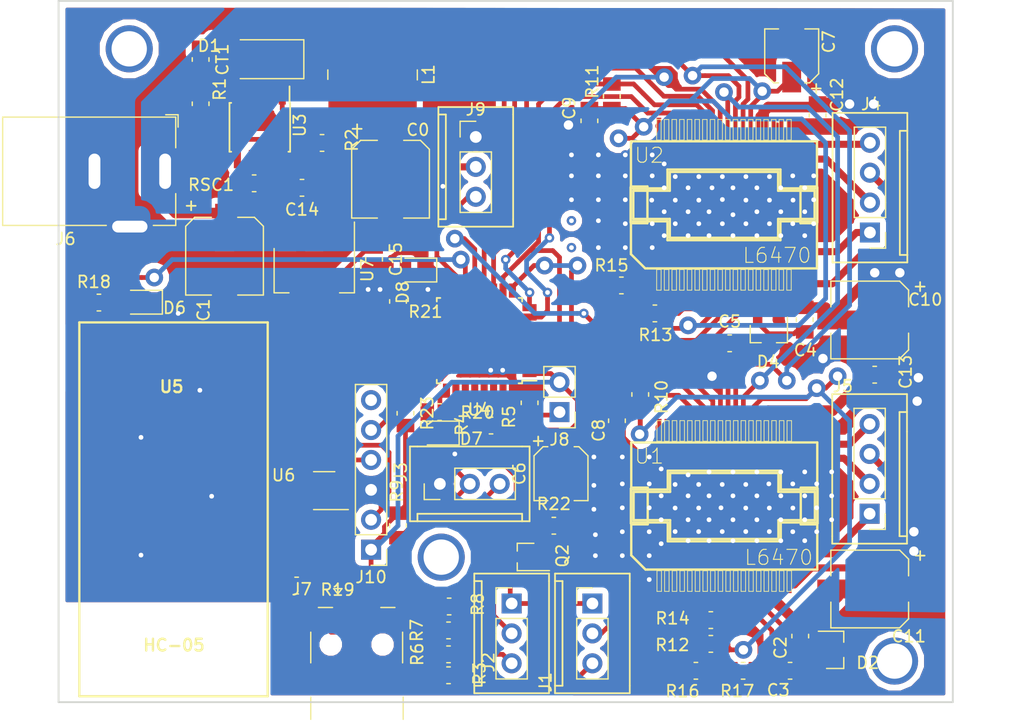
<source format=kicad_pcb>
(kicad_pcb (version 20171130) (host pcbnew 5.0.0-rc2-dev-unknown-b813eac~63~ubuntu16.04.1)

  (general
    (thickness 1.6)
    (drawings 10)
    (tracks 1134)
    (zones 0)
    (modules 66)
    (nets 106)
  )

  (page A4)
  (layers
    (0 F.Cu signal)
    (31 B.Cu signal)
    (32 B.Adhes user)
    (33 F.Adhes user hide)
    (34 B.Paste user)
    (35 F.Paste user)
    (36 B.SilkS user hide)
    (37 F.SilkS user)
    (38 B.Mask user)
    (39 F.Mask user hide)
    (40 Dwgs.User user)
    (41 Cmts.User user)
    (42 Eco1.User user hide)
    (43 Eco2.User user)
    (44 Edge.Cuts user)
    (45 Margin user)
    (46 B.CrtYd user)
    (47 F.CrtYd user)
    (48 B.Fab user)
    (49 F.Fab user)
  )

  (setup
    (last_trace_width 0.4)
    (trace_clearance 0.2)
    (zone_clearance 0.508)
    (zone_45_only yes)
    (trace_min 0.2)
    (segment_width 0.2)
    (edge_width 0.15)
    (via_size 0.8)
    (via_drill 0.4)
    (via_min_size 0.4)
    (via_min_drill 0.3)
    (user_via 4 3)
    (uvia_size 0.3)
    (uvia_drill 0.1)
    (uvias_allowed no)
    (uvia_min_size 0.2)
    (uvia_min_drill 0.1)
    (pcb_text_width 0.3)
    (pcb_text_size 1.5 1.5)
    (mod_edge_width 0.15)
    (mod_text_size 1 1)
    (mod_text_width 0.15)
    (pad_size 1.55 0.6)
    (pad_drill 0)
    (pad_to_mask_clearance 0.2)
    (aux_axis_origin 0 0)
    (visible_elements FFFFFF7F)
    (pcbplotparams
      (layerselection 0x01030_ffffffff)
      (usegerberextensions false)
      (usegerberattributes false)
      (usegerberadvancedattributes false)
      (creategerberjobfile false)
      (excludeedgelayer true)
      (linewidth 0.100000)
      (plotframeref false)
      (viasonmask false)
      (mode 1)
      (useauxorigin false)
      (hpglpennumber 1)
      (hpglpenspeed 20)
      (hpglpendiameter 15)
      (psnegative false)
      (psa4output false)
      (plotreference true)
      (plotvalue true)
      (plotinvisibletext false)
      (padsonsilk false)
      (subtractmaskfromsilk false)
      (outputformat 1)
      (mirror false)
      (drillshape 0)
      (scaleselection 1)
      (outputdirectory gerber/))
  )

  (net 0 "")
  (net 1 +3V3)
  (net 2 GND)
  (net 3 +BATT)
  (net 4 "Net-(C2-Pad2)")
  (net 5 "Net-(C3-Pad2)")
  (net 6 "Net-(C3-Pad1)")
  (net 7 "Net-(C4-Pad2)")
  (net 8 "Net-(C5-Pad2)")
  (net 9 "Net-(C5-Pad1)")
  (net 10 "Net-(CT1-Pad1)")
  (net 11 "Net-(D1-Pad1)")
  (net 12 "Net-(J1-Pad3)")
  (net 13 POS_X)
  (net 14 "Net-(J1-Pad1)")
  (net 15 "Net-(J2-Pad3)")
  (net 16 POS_Y)
  (net 17 NEEDLE)
  (net 18 "Net-(J3-Pad3)")
  (net 19 "Net-(R1-Pad1)")
  (net 20 /BOOT0)
  (net 21 "Net-(R12-Pad2)")
  (net 22 "Net-(R13-Pad2)")
  (net 23 "Net-(R14-Pad1)")
  (net 24 "Net-(R15-Pad1)")
  (net 25 "Net-(R16-Pad2)")
  (net 26 "Net-(RSC1-Pad1)")
  (net 27 /MOT1_2A)
  (net 28 "Net-(U1-Pad32)")
  (net 29 /FLAGn1)
  (net 30 /BUSYn1)
  (net 31 /MOSI)
  (net 32 /SPICLK)
  (net 33 /MISO)
  (net 34 /MOT1_2B)
  (net 35 /MOT1_1B)
  (net 36 "Net-(U1-Pad11)")
  (net 37 "Net-(U1-Pad10)")
  (net 38 /MOT1_1A)
  (net 39 /MOT2_1A)
  (net 40 "Net-(U2-Pad8)")
  (net 41 "Net-(U2-Pad10)")
  (net 42 "Net-(U2-Pad11)")
  (net 43 /MOT2_1B)
  (net 44 /MOT2_2B)
  (net 45 /BUSYn2)
  (net 46 /FLAGn2)
  (net 47 "Net-(U2-Pad32)")
  (net 48 /MOT2_2A)
  (net 49 /BT_RX)
  (net 50 /BT_TX)
  (net 51 "Net-(D6-Pad2)")
  (net 52 "Net-(U5-Pad14)")
  (net 53 "Net-(U5-Pad15)")
  (net 54 "Net-(U5-Pad16)")
  (net 55 "Net-(U5-Pad17)")
  (net 56 "Net-(U5-Pad18)")
  (net 57 "Net-(U5-Pad19)")
  (net 58 "Net-(U5-Pad20)")
  (net 59 "Net-(U5-Pad3)")
  (net 60 "Net-(U5-Pad4)")
  (net 61 "Net-(U5-Pad5)")
  (net 62 "Net-(U5-Pad6)")
  (net 63 "Net-(U5-Pad7)")
  (net 64 "Net-(U5-Pad8)")
  (net 65 "Net-(U5-Pad9)")
  (net 66 "Net-(U5-Pad10)")
  (net 67 "Net-(U5-Pad11)")
  (net 68 "Net-(U5-Pad23)")
  (net 69 "Net-(U5-Pad25)")
  (net 70 "Net-(U5-Pad26)")
  (net 71 "Net-(U5-Pad27)")
  (net 72 "Net-(U5-Pad28)")
  (net 73 "Net-(U5-Pad29)")
  (net 74 "Net-(U5-Pad30)")
  (net 75 "Net-(U5-Pad31)")
  (net 76 "Net-(U5-Pad32)")
  (net 77 "Net-(U5-Pad33)")
  (net 78 "Net-(U5-Pad34)")
  (net 79 "Net-(J7-Pad1)")
  (net 80 "Net-(J7-Pad4)")
  (net 81 "Net-(D7-Pad2)")
  (net 82 "Net-(D8-Pad2)")
  (net 83 "Net-(R20-Pad1)")
  (net 84 "Net-(R21-Pad1)")
  (net 85 "Net-(U6-Pad3)")
  (net 86 "Net-(U6-Pad6)")
  (net 87 "Net-(U6-Pad5)")
  (net 88 /VDD_U1)
  (net 89 /VDD_U2)
  (net 90 /LED_BT)
  (net 91 /USB_N)
  (net 92 /USB_P)
  (net 93 /CSn)
  (net 94 /DAISY1TO2)
  (net 95 "Net-(U4-Pad3)")
  (net 96 POS_EN)
  (net 97 "Net-(U4-Pad30)")
  (net 98 +5V)
  (net 99 "Net-(U4-Pad2)")
  (net 100 FOOT)
  (net 101 "Net-(Q2-Pad1)")
  (net 102 /SWCLK)
  (net 103 /SWDIO)
  (net 104 "Net-(J10-Pad6)")
  (net 105 /NRST)

  (net_class Default "This is the default net class."
    (clearance 0.2)
    (trace_width 0.4)
    (via_dia 0.8)
    (via_drill 0.4)
    (uvia_dia 0.3)
    (uvia_drill 0.1)
    (add_net +3V3)
    (add_net +5V)
    (add_net /BOOT0)
    (add_net /BT_RX)
    (add_net /BT_TX)
    (add_net /BUSYn1)
    (add_net /BUSYn2)
    (add_net /CSn)
    (add_net /DAISY1TO2)
    (add_net /FLAGn1)
    (add_net /FLAGn2)
    (add_net /LED_BT)
    (add_net /MISO)
    (add_net /MOSI)
    (add_net /NRST)
    (add_net /SPICLK)
    (add_net /SWCLK)
    (add_net /SWDIO)
    (add_net /USB_N)
    (add_net /USB_P)
    (add_net /VDD_U1)
    (add_net /VDD_U2)
    (add_net FOOT)
    (add_net GND)
    (add_net NEEDLE)
    (add_net "Net-(C2-Pad2)")
    (add_net "Net-(C3-Pad1)")
    (add_net "Net-(C3-Pad2)")
    (add_net "Net-(C4-Pad2)")
    (add_net "Net-(C5-Pad1)")
    (add_net "Net-(C5-Pad2)")
    (add_net "Net-(CT1-Pad1)")
    (add_net "Net-(D1-Pad1)")
    (add_net "Net-(D6-Pad2)")
    (add_net "Net-(D7-Pad2)")
    (add_net "Net-(D8-Pad2)")
    (add_net "Net-(J1-Pad1)")
    (add_net "Net-(J1-Pad3)")
    (add_net "Net-(J10-Pad6)")
    (add_net "Net-(J2-Pad3)")
    (add_net "Net-(J3-Pad3)")
    (add_net "Net-(J7-Pad1)")
    (add_net "Net-(J7-Pad4)")
    (add_net "Net-(Q2-Pad1)")
    (add_net "Net-(R1-Pad1)")
    (add_net "Net-(R12-Pad2)")
    (add_net "Net-(R13-Pad2)")
    (add_net "Net-(R14-Pad1)")
    (add_net "Net-(R15-Pad1)")
    (add_net "Net-(R16-Pad2)")
    (add_net "Net-(R20-Pad1)")
    (add_net "Net-(R21-Pad1)")
    (add_net "Net-(RSC1-Pad1)")
    (add_net "Net-(U1-Pad10)")
    (add_net "Net-(U1-Pad11)")
    (add_net "Net-(U1-Pad32)")
    (add_net "Net-(U2-Pad10)")
    (add_net "Net-(U2-Pad11)")
    (add_net "Net-(U2-Pad32)")
    (add_net "Net-(U2-Pad8)")
    (add_net "Net-(U4-Pad2)")
    (add_net "Net-(U4-Pad3)")
    (add_net "Net-(U4-Pad30)")
    (add_net "Net-(U5-Pad10)")
    (add_net "Net-(U5-Pad11)")
    (add_net "Net-(U5-Pad14)")
    (add_net "Net-(U5-Pad15)")
    (add_net "Net-(U5-Pad16)")
    (add_net "Net-(U5-Pad17)")
    (add_net "Net-(U5-Pad18)")
    (add_net "Net-(U5-Pad19)")
    (add_net "Net-(U5-Pad20)")
    (add_net "Net-(U5-Pad23)")
    (add_net "Net-(U5-Pad25)")
    (add_net "Net-(U5-Pad26)")
    (add_net "Net-(U5-Pad27)")
    (add_net "Net-(U5-Pad28)")
    (add_net "Net-(U5-Pad29)")
    (add_net "Net-(U5-Pad3)")
    (add_net "Net-(U5-Pad30)")
    (add_net "Net-(U5-Pad31)")
    (add_net "Net-(U5-Pad32)")
    (add_net "Net-(U5-Pad33)")
    (add_net "Net-(U5-Pad34)")
    (add_net "Net-(U5-Pad4)")
    (add_net "Net-(U5-Pad5)")
    (add_net "Net-(U5-Pad6)")
    (add_net "Net-(U5-Pad7)")
    (add_net "Net-(U5-Pad8)")
    (add_net "Net-(U5-Pad9)")
    (add_net "Net-(U6-Pad3)")
    (add_net "Net-(U6-Pad5)")
    (add_net "Net-(U6-Pad6)")
    (add_net POS_EN)
    (add_net POS_X)
    (add_net POS_Y)
  )

  (net_class "power drivers" ""
    (clearance 0.2)
    (trace_width 0.9)
    (via_dia 0.8)
    (via_drill 0.4)
    (uvia_dia 0.3)
    (uvia_drill 0.1)
    (add_net +BATT)
  )

  (net_class "power motors" ""
    (clearance 0.1)
    (trace_width 0.6)
    (via_dia 0.8)
    (via_drill 0.4)
    (uvia_dia 0.3)
    (uvia_drill 0.1)
    (add_net /MOT1_1A)
    (add_net /MOT1_1B)
    (add_net /MOT1_2A)
    (add_net /MOT1_2B)
    (add_net /MOT2_1A)
    (add_net /MOT2_1B)
    (add_net /MOT2_2A)
    (add_net /MOT2_2B)
  )

  (module Capacitor_SMD:CP_Elec_6.3x7.7 (layer F.Cu) (tedit 58AA8B76) (tstamp 5DC6724A)
    (at 147.193 82.075 270)
    (descr "SMT capacitor, aluminium electrolytic, 6.3x7.7")
    (path /5AA5E29F)
    (attr smd)
    (fp_text reference C0 (at -4.1922 -2.3229) (layer F.SilkS)
      (effects (font (size 1 1) (thickness 0.15)))
    )
    (fp_text value 100u (at 0.0578 -4.2229 90) (layer F.Fab)
      (effects (font (size 1 1) (thickness 0.15)))
    )
    (fp_line (start 4.7 3.4) (end -4.7 3.4) (layer F.CrtYd) (width 0.05))
    (fp_line (start 4.7 3.4) (end 4.7 -3.4) (layer F.CrtYd) (width 0.05))
    (fp_line (start -4.7 -3.4) (end -4.7 3.4) (layer F.CrtYd) (width 0.05))
    (fp_line (start -4.7 -3.4) (end 4.7 -3.4) (layer F.CrtYd) (width 0.05))
    (fp_line (start -2.54 -3.3) (end 3.3 -3.3) (layer F.SilkS) (width 0.12))
    (fp_line (start -3.3 -2.54) (end -2.54 -3.3) (layer F.SilkS) (width 0.12))
    (fp_line (start -2.54 3.3) (end -3.3 2.54) (layer F.SilkS) (width 0.12))
    (fp_line (start 3.3 3.3) (end -2.54 3.3) (layer F.SilkS) (width 0.12))
    (fp_line (start -3.3 -2.54) (end -3.3 -1.12) (layer F.SilkS) (width 0.12))
    (fp_line (start 3.3 -3.3) (end 3.3 -1.12) (layer F.SilkS) (width 0.12))
    (fp_line (start 3.3 3.3) (end 3.3 1.12) (layer F.SilkS) (width 0.12))
    (fp_line (start -3.3 2.54) (end -3.3 1.12) (layer F.SilkS) (width 0.12))
    (fp_line (start 3.15 -3.15) (end -2.48 -3.15) (layer F.Fab) (width 0.1))
    (fp_line (start -2.48 -3.15) (end -3.15 -2.48) (layer F.Fab) (width 0.1))
    (fp_line (start -3.15 -2.48) (end -3.15 2.48) (layer F.Fab) (width 0.1))
    (fp_line (start -3.15 2.48) (end -2.48 3.15) (layer F.Fab) (width 0.1))
    (fp_line (start -2.48 3.15) (end 3.15 3.15) (layer F.Fab) (width 0.1))
    (fp_line (start 3.15 3.15) (end 3.15 -3.15) (layer F.Fab) (width 0.1))
    (fp_text user %R (at -0.0922 0.5271) (layer F.Fab)
      (effects (font (size 1 1) (thickness 0.15)))
    )
    (fp_text user + (at -4.28 2.91 270) (layer F.SilkS)
      (effects (font (size 1 1) (thickness 0.15)))
    )
    (fp_text user + (at -1.73 -0.08 270) (layer F.Fab)
      (effects (font (size 1 1) (thickness 0.15)))
    )
    (fp_circle (center 0 0) (end 0.5 3) (layer F.Fab) (width 0.1))
    (pad 2 smd rect (at 2.7 0 90) (size 3.5 1.6) (layers F.Cu F.Paste F.Mask)
      (net 2 GND))
    (pad 1 smd rect (at -2.7 0 90) (size 3.5 1.6) (layers F.Cu F.Paste F.Mask)
      (net 98 +5V))
    (model ${KISYS3DMOD}/Capacitor_SMD.3dshapes/CP_Elec_6.3x7.7.wrl
      (at (xyz 0 0 0))
      (scale (xyz 1 1 1))
      (rotate (xyz 0 0 0))
    )
  )

  (module OE_lib:connector_NSK254_1x03 (layer F.Cu) (tedit 5951267E) (tstamp 5DCEF054)
    (at 151.384 107.95 90)
    (descr NSK245_1x03)
    (tags "Through hole NSK 1x03 2.54mm single row")
    (path /5AB2A00F)
    (fp_text reference J3 (at 0.999 -3.31934 90) (layer F.SilkS)
      (effects (font (size 1 1) (thickness 0.15)))
    )
    (fp_text value CONN_NEEDLE (at 2.649 1.68066 180) (layer F.Fab)
      (effects (font (size 1 1) (thickness 0.15)))
    )
    (fp_line (start -2.54 6.985) (end -3.175 6.985) (layer F.SilkS) (width 0.15))
    (fp_line (start -3.175 -1.905) (end -2.54 -1.905) (layer F.SilkS) (width 0.15))
    (fp_line (start -2.54 -1.905) (end -2.54 6.985) (layer F.SilkS) (width 0.15))
    (fp_line (start -3.175 6.985) (end -3.175 7.62) (layer F.SilkS) (width 0.15))
    (fp_line (start -3.175 7.62) (end 3.175 7.62) (layer F.SilkS) (width 0.15))
    (fp_line (start 3.175 7.62) (end 3.175 6.985) (layer F.SilkS) (width 0.15))
    (fp_line (start -3.175 -1.905) (end -3.175 -2.54) (layer F.SilkS) (width 0.15))
    (fp_line (start -3.175 -2.54) (end 3.175 -2.54) (layer F.SilkS) (width 0.15))
    (fp_line (start 3.175 -2.54) (end 3.175 -1.905) (layer F.SilkS) (width 0.15))
    (fp_line (start 3.175 -1.905) (end 3.175 6.985) (layer F.SilkS) (width 0.15))
    (fp_line (start -3.175 6.985) (end -3.175 -1.905) (layer F.SilkS) (width 0.15))
    (fp_line (start -1.27 -1.27) (end -1.27 6.35) (layer F.Fab) (width 0.1))
    (fp_line (start -1.27 6.35) (end 1.27 6.35) (layer F.Fab) (width 0.1))
    (fp_line (start 1.27 6.35) (end 1.27 -1.27) (layer F.Fab) (width 0.1))
    (fp_line (start 1.27 -1.27) (end -1.27 -1.27) (layer F.Fab) (width 0.1))
    (fp_line (start -1.33 1.27) (end -1.33 6.41) (layer F.SilkS) (width 0.12))
    (fp_line (start -1.33 6.41) (end 1.33 6.41) (layer F.SilkS) (width 0.12))
    (fp_line (start 1.33 6.41) (end 1.33 1.27) (layer F.SilkS) (width 0.12))
    (fp_line (start 1.33 1.27) (end -1.33 1.27) (layer F.SilkS) (width 0.12))
    (fp_line (start -1.33 0) (end -1.33 -1.33) (layer F.SilkS) (width 0.12))
    (fp_line (start -1.33 -1.33) (end 0 -1.33) (layer F.SilkS) (width 0.12))
    (fp_line (start -1.8 -1.8) (end -1.8 6.85) (layer F.CrtYd) (width 0.05))
    (fp_line (start -1.8 6.85) (end 1.8 6.85) (layer F.CrtYd) (width 0.05))
    (fp_line (start 1.8 6.85) (end 1.8 -1.8) (layer F.CrtYd) (width 0.05))
    (fp_line (start 1.8 -1.8) (end -1.8 -1.8) (layer F.CrtYd) (width 0.05))
    (fp_text user %R (at -0.051 -2.01934 270) (layer F.Fab)
      (effects (font (size 1 1) (thickness 0.15)))
    )
    (pad 1 thru_hole rect (at 0 0 90) (size 1.7 1.7) (drill 1) (layers *.Cu *.Mask)
      (net 2 GND))
    (pad 2 thru_hole oval (at 0 2.54 90) (size 1.7 1.7) (drill 1) (layers *.Cu *.Mask)
      (net 17 NEEDLE))
    (pad 3 thru_hole oval (at 0 5.08 90) (size 1.7 1.7) (drill 1) (layers *.Cu *.Mask)
      (net 18 "Net-(J3-Pad3)"))
    (model ${KISYS3DMOD}/Pin_Headers.3dshapes/Pin_Header_Straight_1x03_Pitch2.54mm.wrl
      (offset (xyz 0 -2.539999961853027 0))
      (scale (xyz 1 1 1))
      (rotate (xyz 0 0 90))
    )
  )

  (module Resistor_SMD:R_0805_2012Metric_Pad1.15x1.50mm_HandSolder (layer F.Cu) (tedit 59FE48B8) (tstamp 5DC2E10E)
    (at 161.0625 111.506)
    (descr "Resistor SMD 0805 (2012 Metric), square (rectangular) end terminal, IPC_7351 nominal with elongated pad for handsoldering. (Body size source: http://www.tortai-tech.com/upload/download/2011102023233369053.pdf), generated with kicad-footprint-generator")
    (tags "resistor handsolder")
    (path /5DC98E66)
    (attr smd)
    (fp_text reference R22 (at 0 -1.85) (layer F.SilkS)
      (effects (font (size 1 1) (thickness 0.15)))
    )
    (fp_text value 50 (at 0 1.85) (layer F.Fab)
      (effects (font (size 1 1) (thickness 0.15)))
    )
    (fp_line (start -1 0.6) (end -1 -0.6) (layer F.Fab) (width 0.1))
    (fp_line (start -1 -0.6) (end 1 -0.6) (layer F.Fab) (width 0.1))
    (fp_line (start 1 -0.6) (end 1 0.6) (layer F.Fab) (width 0.1))
    (fp_line (start 1 0.6) (end -1 0.6) (layer F.Fab) (width 0.1))
    (fp_line (start -0.15 -0.71) (end 0.15 -0.71) (layer F.SilkS) (width 0.12))
    (fp_line (start -0.15 0.71) (end 0.15 0.71) (layer F.SilkS) (width 0.12))
    (fp_line (start -1.86 1) (end -1.86 -1) (layer F.CrtYd) (width 0.05))
    (fp_line (start -1.86 -1) (end 1.86 -1) (layer F.CrtYd) (width 0.05))
    (fp_line (start 1.86 -1) (end 1.86 1) (layer F.CrtYd) (width 0.05))
    (fp_line (start 1.86 1) (end -1.86 1) (layer F.CrtYd) (width 0.05))
    (fp_text user %R (at 0 0) (layer F.Fab)
      (effects (font (size 0.5 0.5) (thickness 0.08)))
    )
    (pad 1 smd rect (at -1.0425 0) (size 1.145 1.5) (layers F.Cu F.Paste F.Mask)
      (net 96 POS_EN))
    (pad 2 smd rect (at 1.0425 0) (size 1.145 1.5) (layers F.Cu F.Paste F.Mask)
      (net 101 "Net-(Q2-Pad1)"))
    (model ${KISYS3DMOD}/Resistor_SMD.3dshapes/R_0805_2012Metric.wrl
      (at (xyz 0 0 0))
      (scale (xyz 1 1 1))
      (rotate (xyz 0 0 0))
    )
  )

  (module OE_lib:HC-05 (layer F.Cu) (tedit 5AB7BCE7) (tstamp 5AA58402)
    (at 128.76262 108.98582 180)
    (tags "HC-05, bluetooth")
    (path /5AA867D0)
    (fp_text reference U5 (at 0.16262 9.28582 180) (layer F.SilkS)
      (effects (font (size 1 1) (thickness 0.2)))
    )
    (fp_text value HC-05 (at -0.03738 -12.66418 180) (layer F.SilkS)
      (effects (font (size 1 1) (thickness 0.2)))
    )
    (fp_line (start 7 -16.25) (end 7 -7.5) (layer Dwgs.User) (width 0.2))
    (fp_line (start -7 -7.5) (end -7 -16.25) (layer Dwgs.User) (width 0.2))
    (fp_line (start 7 13.25) (end 6.25 13.25) (layer Dwgs.User) (width 0.2))
    (fp_line (start 7 13.25) (end 7 12.5) (layer Dwgs.User) (width 0.2))
    (fp_line (start -7 13.25) (end -6.25 13.25) (layer Dwgs.User) (width 0.2))
    (fp_line (start -7 13.25) (end -7 12.5) (layer Dwgs.User) (width 0.2))
    (fp_line (start 7 -16.25) (end -7 -16.25) (layer Dwgs.User) (width 0.2))
    (fp_text user "NOT VERIFIED YET" (at 0 -20.25 180) (layer F.SilkS) hide
      (effects (font (size 1.5 1.5) (thickness 0.2)))
    )
    (fp_line (start -8 14.75) (end -8 -17) (layer F.SilkS) (width 0.2))
    (fp_line (start -8 -17) (end 8 -17) (layer F.SilkS) (width 0.2))
    (fp_line (start 8 -17) (end 8 14.75) (layer F.SilkS) (width 0.2))
    (fp_line (start 8 14.75) (end -8 14.75) (layer F.SilkS) (width 0.2))
    (pad 14 smd rect (at -5.25 13.25 180) (size 1 1.8) (layers F.Cu F.Paste F.Mask)
      (net 52 "Net-(U5-Pad14)"))
    (pad 15 smd rect (at -3.75 13.25 180) (size 1 1.8) (layers F.Cu F.Paste F.Mask)
      (net 53 "Net-(U5-Pad15)"))
    (pad 16 smd rect (at -2.25 13.25 180) (size 1 1.8) (layers F.Cu F.Paste F.Mask)
      (net 54 "Net-(U5-Pad16)"))
    (pad 17 smd rect (at -0.75 13.25 180) (size 1 1.8) (layers F.Cu F.Paste F.Mask)
      (net 55 "Net-(U5-Pad17)"))
    (pad 18 smd rect (at 0.75 13.25 180) (size 1 1.8) (layers F.Cu F.Paste F.Mask)
      (net 56 "Net-(U5-Pad18)"))
    (pad 19 smd rect (at 2.25 13.25 180) (size 1 1.8) (layers F.Cu F.Paste F.Mask)
      (net 57 "Net-(U5-Pad19)"))
    (pad 20 smd rect (at 3.75 13.25 180) (size 1 1.8) (layers F.Cu F.Paste F.Mask)
      (net 58 "Net-(U5-Pad20)"))
    (pad 21 smd rect (at 5.25 13.25 180) (size 1 1.8) (layers F.Cu F.Paste F.Mask)
      (net 2 GND))
    (pad 1 smd rect (at -6.5 -6.5 270) (size 1 2) (layers F.Cu F.Paste F.Mask)
      (net 50 /BT_TX))
    (pad 2 smd rect (at -6.5 -5 270) (size 1 2) (layers F.Cu F.Paste F.Mask)
      (net 49 /BT_RX))
    (pad 3 smd rect (at -6.5 -3.5 270) (size 1 2) (layers F.Cu F.Paste F.Mask)
      (net 59 "Net-(U5-Pad3)"))
    (pad 4 smd rect (at -6.5 -2 270) (size 1 2) (layers F.Cu F.Paste F.Mask)
      (net 60 "Net-(U5-Pad4)"))
    (pad 5 smd rect (at -6.5 -0.5 270) (size 1 2) (layers F.Cu F.Paste F.Mask)
      (net 61 "Net-(U5-Pad5)"))
    (pad 6 smd rect (at -6.5 1 270) (size 1 2) (layers F.Cu F.Paste F.Mask)
      (net 62 "Net-(U5-Pad6)"))
    (pad 7 smd rect (at -6.5 2.5 270) (size 1 2) (layers F.Cu F.Paste F.Mask)
      (net 63 "Net-(U5-Pad7)"))
    (pad 8 smd rect (at -6.5 4 270) (size 1 2) (layers F.Cu F.Paste F.Mask)
      (net 64 "Net-(U5-Pad8)"))
    (pad 9 smd rect (at -6.5 5.5 270) (size 1 2) (layers F.Cu F.Paste F.Mask)
      (net 65 "Net-(U5-Pad9)"))
    (pad 10 smd rect (at -6.5 7 270) (size 1 2) (layers F.Cu F.Paste F.Mask)
      (net 66 "Net-(U5-Pad10)"))
    (pad 11 smd rect (at -6.5 8.5 270) (size 1 2) (layers F.Cu F.Paste F.Mask)
      (net 67 "Net-(U5-Pad11)"))
    (pad 12 smd rect (at -6.5 10 270) (size 1 2) (layers F.Cu F.Paste F.Mask)
      (net 1 +3V3))
    (pad 13 smd rect (at -6.5 11.5 270) (size 1 2) (layers F.Cu F.Paste F.Mask)
      (net 2 GND))
    (pad 22 smd rect (at 6.5 11.5 180) (size 2 1) (layers F.Cu F.Paste F.Mask)
      (net 2 GND))
    (pad 23 smd rect (at 6.5 10 180) (size 2 1) (layers F.Cu F.Paste F.Mask)
      (net 68 "Net-(U5-Pad23)"))
    (pad 24 smd rect (at 6.5 8.5 180) (size 2 1) (layers F.Cu F.Paste F.Mask)
      (net 90 /LED_BT))
    (pad 25 smd rect (at 6.5 7 180) (size 2 1) (layers F.Cu F.Paste F.Mask)
      (net 69 "Net-(U5-Pad25)"))
    (pad 26 smd rect (at 6.5 5.5 180) (size 2 1) (layers F.Cu F.Paste F.Mask)
      (net 70 "Net-(U5-Pad26)"))
    (pad 27 smd rect (at 6.5 4 180) (size 2 1) (layers F.Cu F.Paste F.Mask)
      (net 71 "Net-(U5-Pad27)"))
    (pad 28 smd rect (at 6.5 2.5 180) (size 2 1) (layers F.Cu F.Paste F.Mask)
      (net 72 "Net-(U5-Pad28)"))
    (pad 29 smd rect (at 6.5 1 180) (size 2 1) (layers F.Cu F.Paste F.Mask)
      (net 73 "Net-(U5-Pad29)"))
    (pad 30 smd rect (at 6.5 -0.5 180) (size 2 1) (layers F.Cu F.Paste F.Mask)
      (net 74 "Net-(U5-Pad30)"))
    (pad 31 smd rect (at 6.5 -2 180) (size 2 1) (layers F.Cu F.Paste F.Mask)
      (net 75 "Net-(U5-Pad31)"))
    (pad 32 smd rect (at 6.5 -3.5 180) (size 2 1) (layers F.Cu F.Paste F.Mask)
      (net 76 "Net-(U5-Pad32)"))
    (pad 33 smd rect (at 6.5 -5 180) (size 2 1) (layers F.Cu F.Paste F.Mask)
      (net 77 "Net-(U5-Pad33)"))
    (pad 34 smd rect (at 6.5 -6.5 180) (size 2 1) (layers F.Cu F.Paste F.Mask)
      (net 78 "Net-(U5-Pad34)"))
  )

  (module OE_lib:connector_NSK254_1x04_angle (layer F.Cu) (tedit 59512AC2) (tstamp 5AB132F2)
    (at 187.88126 110.4872 180)
    (descr NSK245_1x04)
    (tags "Through hole NSK 1x04 2.54mm single row")
    (path /5AD04D17)
    (fp_text reference J5 (at 2.26726 10.8372 180) (layer F.SilkS)
      (effects (font (size 1 1) (thickness 0.15)))
    )
    (fp_text value CONN_MOT1 (at 2.06726 3.5372 270) (layer F.Fab)
      (effects (font (size 1 1) (thickness 0.15)))
    )
    (fp_text user %R (at 3.31726 2.8872 270) (layer F.Fab)
      (effects (font (size 1 1) (thickness 0.15)))
    )
    (fp_line (start -1.33 -1.33) (end 0 -1.33) (layer F.SilkS) (width 0.12))
    (fp_line (start -1.33 0) (end -1.33 -1.33) (layer F.SilkS) (width 0.12))
    (fp_line (start 1.33 1.27) (end -1.33 1.27) (layer F.SilkS) (width 0.12))
    (fp_line (start 1.32588 8.95096) (end 1.33 1.27) (layer F.SilkS) (width 0.12))
    (fp_line (start -1.33 8.95) (end 1.33 8.95) (layer F.SilkS) (width 0.12))
    (fp_line (start -1.33 1.27) (end -1.33096 8.95096) (layer F.SilkS) (width 0.12))
    (fp_line (start 1.27 -1.27) (end -1.27 -1.27) (layer F.Fab) (width 0.1))
    (fp_line (start 1.27 8.89) (end 1.27 -1.27) (layer F.Fab) (width 0.1))
    (fp_line (start -1.27 8.89) (end 1.27 8.89) (layer F.Fab) (width 0.1))
    (fp_line (start -1.27 -1.27) (end -1.2954 8.89) (layer F.Fab) (width 0.1))
    (fp_line (start -3.175 6.985) (end -3.175 -1.905) (layer F.SilkS) (width 0.15))
    (fp_line (start 3.175 -1.905) (end 3.175 9.525) (layer F.SilkS) (width 0.15))
    (fp_line (start 3.175 -2.54) (end 3.175 -1.905) (layer F.SilkS) (width 0.15))
    (fp_line (start -3.175 -2.54) (end 3.175 -2.54) (layer F.SilkS) (width 0.15))
    (fp_line (start -3.175 -1.905) (end -3.175 -2.54) (layer F.SilkS) (width 0.15))
    (fp_line (start 3.175 10.16) (end 3.175 9.525) (layer F.SilkS) (width 0.15))
    (fp_line (start -3.175 10.16) (end 3.175 10.16) (layer F.SilkS) (width 0.15))
    (fp_line (start -3.175 6.985) (end -3.175 10.16) (layer F.SilkS) (width 0.15))
    (fp_line (start -2.54 -1.905) (end -2.54 8.636) (layer F.SilkS) (width 0.15))
    (fp_line (start -3.175 -1.905) (end -2.54 -1.905) (layer F.SilkS) (width 0.15))
    (fp_line (start -2.54 8.636) (end -3.175 8.636) (layer F.SilkS) (width 0.15))
    (fp_line (start -1.778 -1.524) (end -5.461 -1.524) (layer F.CrtYd) (width 0.05))
    (fp_line (start -13.081 0) (end -13.081 7.62) (layer F.CrtYd) (width 0.05))
    (fp_line (start -5.461 9.017) (end -1.778 9.017) (layer F.CrtYd) (width 0.05))
    (fp_line (start -5.461 9.017) (end -5.461 -1.524) (layer F.CrtYd) (width 0.05))
    (fp_line (start -12.827 -0.254) (end -5.461 -0.254) (layer F.CrtYd) (width 0.05))
    (fp_line (start -12.827 7.874) (end -5.461 7.874) (layer F.CrtYd) (width 0.05))
    (fp_line (start -1.778 -1.524) (end -1.778 9.017) (layer F.CrtYd) (width 0.05))
    (fp_line (start -1.778 -0.762) (end -2.159 -0.762) (layer F.CrtYd) (width 0.05))
    (fp_line (start -2.159 -0.762) (end -2.159 0.508) (layer F.CrtYd) (width 0.05))
    (fp_line (start -2.159 0.508) (end -1.778 0.508) (layer F.CrtYd) (width 0.05))
    (fp_line (start -2.159 3.175) (end -1.778 3.175) (layer F.CrtYd) (width 0.05))
    (fp_line (start -1.778 1.905) (end -2.159 1.905) (layer F.CrtYd) (width 0.05))
    (fp_line (start -2.159 1.905) (end -2.159 3.175) (layer F.CrtYd) (width 0.05))
    (fp_line (start -2.159 5.715) (end -1.778 5.715) (layer F.CrtYd) (width 0.05))
    (fp_line (start -2.159 4.445) (end -2.159 5.715) (layer F.CrtYd) (width 0.05))
    (fp_line (start -1.778 4.445) (end -2.159 4.445) (layer F.CrtYd) (width 0.05))
    (fp_arc (start -12.827 0) (end -12.827 -0.254) (angle -90) (layer F.CrtYd) (width 0.05))
    (fp_arc (start -12.827 7.62) (end -13.081 7.62) (angle -90) (layer F.CrtYd) (width 0.05))
    (fp_line (start 0 -0.254) (end -12.065 -0.254) (layer F.CrtYd) (width 0.15))
    (fp_line (start -12.065 -0.254) (end -12.192 -0.127) (layer F.CrtYd) (width 0.15))
    (fp_line (start -12.192 -0.127) (end -12.192 0.127) (layer F.CrtYd) (width 0.15))
    (fp_line (start -12.192 0.127) (end -12.065 0.254) (layer F.CrtYd) (width 0.15))
    (fp_line (start -12.065 0.254) (end 0 0.254) (layer F.CrtYd) (width 0.15))
    (fp_line (start -12.192 2.667) (end -12.065 2.794) (layer F.CrtYd) (width 0.15))
    (fp_line (start 0 2.286) (end -12.065 2.286) (layer F.CrtYd) (width 0.15))
    (fp_line (start -12.192 2.413) (end -12.192 2.667) (layer F.CrtYd) (width 0.15))
    (fp_line (start -12.065 2.794) (end 0 2.794) (layer F.CrtYd) (width 0.15))
    (fp_line (start -12.065 2.286) (end -12.192 2.413) (layer F.CrtYd) (width 0.15))
    (fp_line (start -12.192 4.953) (end -12.192 5.207) (layer F.CrtYd) (width 0.15))
    (fp_line (start -12.065 4.826) (end -12.192 4.953) (layer F.CrtYd) (width 0.15))
    (fp_line (start -12.192 5.207) (end -12.065 5.334) (layer F.CrtYd) (width 0.15))
    (fp_line (start 0 4.826) (end -12.065 4.826) (layer F.CrtYd) (width 0.15))
    (fp_line (start -12.065 5.334) (end 0 5.334) (layer F.CrtYd) (width 0.15))
    (fp_line (start 0 7.366) (end -12.065 7.366) (layer F.CrtYd) (width 0.15))
    (fp_line (start -12.065 7.366) (end -12.192 7.493) (layer F.CrtYd) (width 0.15))
    (fp_line (start -2.159 6.985) (end -2.159 8.255) (layer F.CrtYd) (width 0.05))
    (fp_line (start -2.159 8.255) (end -1.778 8.255) (layer F.CrtYd) (width 0.05))
    (fp_line (start -12.192 7.747) (end -12.065 7.874) (layer F.CrtYd) (width 0.15))
    (fp_line (start -12.192 7.493) (end -12.192 7.747) (layer F.CrtYd) (width 0.15))
    (fp_line (start -12.065 7.874) (end 0 7.874) (layer F.CrtYd) (width 0.15))
    (fp_line (start -1.778 6.985) (end -2.159 6.985) (layer F.CrtYd) (width 0.05))
    (pad 3 thru_hole oval (at 0 5.08 180) (size 1.7 1.7) (drill 1) (layers *.Cu *.Mask)
      (net 35 /MOT1_1B))
    (pad 2 thru_hole oval (at 0 2.54 180) (size 1.7 1.7) (drill 1) (layers *.Cu *.Mask)
      (net 27 /MOT1_2A))
    (pad 1 thru_hole rect (at 0 0 180) (size 1.7 1.7) (drill 1) (layers *.Cu *.Mask)
      (net 38 /MOT1_1A))
    (pad 4 thru_hole oval (at 0 7.62 180) (size 1.7 1.7) (drill 1) (layers *.Cu *.Mask)
      (net 34 /MOT1_2B))
    (model ${KISYS3DMOD}/Pin_Headers.3dshapes/Pin_Header_Straight_1x03_Pitch2.54mm.wrl
      (offset (xyz 0 -2.539999961853027 0))
      (scale (xyz 1 1 1))
      (rotate (xyz 0 0 90))
    )
  )

  (module Capacitor_SMD:C_0805_2012Metric_Pad1.15x1.50mm_HandSolder (layer F.Cu) (tedit 5AB7BEF8) (tstamp 5DCEBE62)
    (at 175.9955 96.012)
    (descr "Capacitor SMD 0805 (2012 Metric), square (rectangular) end terminal, IPC_7351 nominal with elongated pad for handsoldering. (Body size source: http://www.tortai-tech.com/upload/download/2011102023233369053.pdf), generated with kicad-footprint-generator")
    (tags "capacitor handsolder")
    (path /5AA112E6)
    (attr smd)
    (fp_text reference C5 (at 0 -1.85) (layer F.SilkS)
      (effects (font (size 1 1) (thickness 0.15)))
    )
    (fp_text value 10n (at 0.175 1.3784) (layer F.Fab)
      (effects (font (size 0.5 0.5) (thickness 0.125)))
    )
    (fp_text user %R (at -0.125 0.05842) (layer F.Fab)
      (effects (font (size 0.5 0.5) (thickness 0.08)))
    )
    (fp_line (start 1.86 1) (end -1.86 1) (layer F.CrtYd) (width 0.05))
    (fp_line (start 1.86 -1) (end 1.86 1) (layer F.CrtYd) (width 0.05))
    (fp_line (start -1.86 -1) (end 1.86 -1) (layer F.CrtYd) (width 0.05))
    (fp_line (start -1.86 1) (end -1.86 -1) (layer F.CrtYd) (width 0.05))
    (fp_line (start -0.15 0.71) (end 0.15 0.71) (layer F.SilkS) (width 0.12))
    (fp_line (start -0.15 -0.71) (end 0.15 -0.71) (layer F.SilkS) (width 0.12))
    (fp_line (start 1 0.6) (end -1 0.6) (layer F.Fab) (width 0.1))
    (fp_line (start 1 -0.6) (end 1 0.6) (layer F.Fab) (width 0.1))
    (fp_line (start -1 -0.6) (end 1 -0.6) (layer F.Fab) (width 0.1))
    (fp_line (start -1 0.6) (end -1 -0.6) (layer F.Fab) (width 0.1))
    (pad 2 smd rect (at 1.0425 0) (size 1.145 1.5) (layers F.Cu F.Paste F.Mask)
      (net 8 "Net-(C5-Pad2)"))
    (pad 1 smd rect (at -1.0425 0) (size 1.145 1.5) (layers F.Cu F.Paste F.Mask)
      (net 9 "Net-(C5-Pad1)"))
    (model ${KISYS3DMOD}/Capacitor_SMD.3dshapes/C_0805_2012Metric.wrl
      (at (xyz 0 0 0))
      (scale (xyz 1 1 1))
      (rotate (xyz 0 0 0))
    )
  )

  (module Resistor_SMD:R_0805_2012Metric_Pad1.15x1.50mm_HandSolder (layer F.Cu) (tedit 59FE48B8) (tstamp 5DCED8F0)
    (at 169.6455 93.472)
    (descr "Resistor SMD 0805 (2012 Metric), square (rectangular) end terminal, IPC_7351 nominal with elongated pad for handsoldering. (Body size source: http://www.tortai-tech.com/upload/download/2011102023233369053.pdf), generated with kicad-footprint-generator")
    (tags "resistor handsolder")
    (path /5AA112CC)
    (attr smd)
    (fp_text reference R13 (at 0.0522 1.8328 180) (layer F.SilkS)
      (effects (font (size 1 1) (thickness 0.15)))
    )
    (fp_text value 10k (at -3.3478 0.0328) (layer F.Fab)
      (effects (font (size 1 1) (thickness 0.15)))
    )
    (fp_line (start -1 0.6) (end -1 -0.6) (layer F.Fab) (width 0.1))
    (fp_line (start -1 -0.6) (end 1 -0.6) (layer F.Fab) (width 0.1))
    (fp_line (start 1 -0.6) (end 1 0.6) (layer F.Fab) (width 0.1))
    (fp_line (start 1 0.6) (end -1 0.6) (layer F.Fab) (width 0.1))
    (fp_line (start -0.15 -0.71) (end 0.15 -0.71) (layer F.SilkS) (width 0.12))
    (fp_line (start -0.15 0.71) (end 0.15 0.71) (layer F.SilkS) (width 0.12))
    (fp_line (start -1.86 1) (end -1.86 -1) (layer F.CrtYd) (width 0.05))
    (fp_line (start -1.86 -1) (end 1.86 -1) (layer F.CrtYd) (width 0.05))
    (fp_line (start 1.86 -1) (end 1.86 1) (layer F.CrtYd) (width 0.05))
    (fp_line (start 1.86 1) (end -1.86 1) (layer F.CrtYd) (width 0.05))
    (fp_text user %R (at 0 0) (layer F.Fab)
      (effects (font (size 0.5 0.5) (thickness 0.08)))
    )
    (pad 1 smd rect (at -1.0425 0) (size 1.145 1.5) (layers F.Cu F.Paste F.Mask)
      (net 89 /VDD_U2))
    (pad 2 smd rect (at 1.0425 0) (size 1.145 1.5) (layers F.Cu F.Paste F.Mask)
      (net 22 "Net-(R13-Pad2)"))
    (model ${KISYS3DMOD}/Resistor_SMD.3dshapes/R_0805_2012Metric.wrl
      (at (xyz 0 0 0))
      (scale (xyz 1 1 1))
      (rotate (xyz 0 0 0))
    )
  )

  (module OE_lib:POWERSO36 (layer F.Cu) (tedit 5AAAD641) (tstamp 5DCEEDBF)
    (at 175.53686 109.8296)
    (descr "36 LEADS POWER SMALL OUTLINE PACKAGE")
    (tags "36 LEADS POWER SMALL OUTLINE PACKAGE")
    (path /5A9F0D24)
    (attr smd)
    (fp_text reference U1 (at -6.37286 -4.2296) (layer F.SilkS)
      (effects (font (size 1.27 1.27) (thickness 0.0889)))
    )
    (fp_text value L6470 (at 4.62714 4.3704) (layer F.SilkS)
      (effects (font (size 1.27 1.27) (thickness 0.0889)))
    )
    (fp_line (start -5.715 7.24916) (end -5.334 7.24916) (layer F.SilkS) (width 0.06604))
    (fp_line (start -5.334 7.24916) (end -5.334 5.4991) (layer F.SilkS) (width 0.06604))
    (fp_line (start -5.715 5.4991) (end -5.334 5.4991) (layer F.SilkS) (width 0.06604))
    (fp_line (start -5.715 7.24916) (end -5.715 5.4991) (layer F.SilkS) (width 0.06604))
    (fp_line (start -5.06476 7.24916) (end -4.68376 7.24916) (layer F.SilkS) (width 0.06604))
    (fp_line (start -4.68376 7.24916) (end -4.68376 5.4991) (layer F.SilkS) (width 0.06604))
    (fp_line (start -5.06476 5.4991) (end -4.68376 5.4991) (layer F.SilkS) (width 0.06604))
    (fp_line (start -5.06476 7.24916) (end -5.06476 5.4991) (layer F.SilkS) (width 0.06604))
    (fp_line (start -4.41452 7.24916) (end -4.03352 7.24916) (layer F.SilkS) (width 0.06604))
    (fp_line (start -4.03352 7.24916) (end -4.03352 5.4991) (layer F.SilkS) (width 0.06604))
    (fp_line (start -4.41452 5.4991) (end -4.03352 5.4991) (layer F.SilkS) (width 0.06604))
    (fp_line (start -4.41452 7.24916) (end -4.41452 5.4991) (layer F.SilkS) (width 0.06604))
    (fp_line (start -3.76428 7.24916) (end -3.38328 7.24916) (layer F.SilkS) (width 0.06604))
    (fp_line (start -3.38328 7.24916) (end -3.38328 5.4991) (layer F.SilkS) (width 0.06604))
    (fp_line (start -3.76428 5.4991) (end -3.38328 5.4991) (layer F.SilkS) (width 0.06604))
    (fp_line (start -3.76428 7.24916) (end -3.76428 5.4991) (layer F.SilkS) (width 0.06604))
    (fp_line (start -3.11404 7.24916) (end -2.73304 7.24916) (layer F.SilkS) (width 0.06604))
    (fp_line (start -2.73304 7.24916) (end -2.73304 5.4991) (layer F.SilkS) (width 0.06604))
    (fp_line (start -3.11404 5.4991) (end -2.73304 5.4991) (layer F.SilkS) (width 0.06604))
    (fp_line (start -3.11404 7.24916) (end -3.11404 5.4991) (layer F.SilkS) (width 0.06604))
    (fp_line (start -2.4638 7.24916) (end -2.0828 7.24916) (layer F.SilkS) (width 0.06604))
    (fp_line (start -2.0828 7.24916) (end -2.0828 5.4991) (layer F.SilkS) (width 0.06604))
    (fp_line (start -2.4638 5.4991) (end -2.0828 5.4991) (layer F.SilkS) (width 0.06604))
    (fp_line (start -2.4638 7.24916) (end -2.4638 5.4991) (layer F.SilkS) (width 0.06604))
    (fp_line (start -1.81356 7.24916) (end -1.43256 7.24916) (layer F.SilkS) (width 0.06604))
    (fp_line (start -1.43256 7.24916) (end -1.43256 5.4991) (layer F.SilkS) (width 0.06604))
    (fp_line (start -1.81356 5.4991) (end -1.43256 5.4991) (layer F.SilkS) (width 0.06604))
    (fp_line (start -1.81356 7.24916) (end -1.81356 5.4991) (layer F.SilkS) (width 0.06604))
    (fp_line (start -1.16332 7.24916) (end -0.78486 7.24916) (layer F.SilkS) (width 0.06604))
    (fp_line (start -0.78486 7.24916) (end -0.78486 5.4991) (layer F.SilkS) (width 0.06604))
    (fp_line (start -1.16332 5.4991) (end -0.78486 5.4991) (layer F.SilkS) (width 0.06604))
    (fp_line (start -1.16332 7.24916) (end -1.16332 5.4991) (layer F.SilkS) (width 0.06604))
    (fp_line (start -0.51308 7.24916) (end -0.13462 7.24916) (layer F.SilkS) (width 0.06604))
    (fp_line (start -0.13462 7.24916) (end -0.13462 5.4991) (layer F.SilkS) (width 0.06604))
    (fp_line (start -0.51308 5.4991) (end -0.13462 5.4991) (layer F.SilkS) (width 0.06604))
    (fp_line (start -0.51308 7.24916) (end -0.51308 5.4991) (layer F.SilkS) (width 0.06604))
    (fp_line (start 0.13462 7.24916) (end 0.51308 7.24916) (layer F.SilkS) (width 0.06604))
    (fp_line (start 0.51308 7.24916) (end 0.51308 5.4991) (layer F.SilkS) (width 0.06604))
    (fp_line (start 0.13462 5.4991) (end 0.51308 5.4991) (layer F.SilkS) (width 0.06604))
    (fp_line (start 0.13462 7.24916) (end 0.13462 5.4991) (layer F.SilkS) (width 0.06604))
    (fp_line (start 0.78486 7.24916) (end 1.16332 7.24916) (layer F.SilkS) (width 0.06604))
    (fp_line (start 1.16332 7.24916) (end 1.16332 5.4991) (layer F.SilkS) (width 0.06604))
    (fp_line (start 0.78486 5.4991) (end 1.16332 5.4991) (layer F.SilkS) (width 0.06604))
    (fp_line (start 0.78486 7.24916) (end 0.78486 5.4991) (layer F.SilkS) (width 0.06604))
    (fp_line (start 1.43256 7.24916) (end 1.81356 7.24916) (layer F.SilkS) (width 0.06604))
    (fp_line (start 1.81356 7.24916) (end 1.81356 5.4991) (layer F.SilkS) (width 0.06604))
    (fp_line (start 1.43256 5.4991) (end 1.81356 5.4991) (layer F.SilkS) (width 0.06604))
    (fp_line (start 1.43256 7.24916) (end 1.43256 5.4991) (layer F.SilkS) (width 0.06604))
    (fp_line (start 2.0828 7.24916) (end 2.4638 7.24916) (layer F.SilkS) (width 0.06604))
    (fp_line (start 2.4638 7.24916) (end 2.4638 5.4991) (layer F.SilkS) (width 0.06604))
    (fp_line (start 2.0828 5.4991) (end 2.4638 5.4991) (layer F.SilkS) (width 0.06604))
    (fp_line (start 2.0828 7.24916) (end 2.0828 5.4991) (layer F.SilkS) (width 0.06604))
    (fp_line (start 2.73304 7.24916) (end 3.11404 7.24916) (layer F.SilkS) (width 0.06604))
    (fp_line (start 3.11404 7.24916) (end 3.11404 5.4991) (layer F.SilkS) (width 0.06604))
    (fp_line (start 2.73304 5.4991) (end 3.11404 5.4991) (layer F.SilkS) (width 0.06604))
    (fp_line (start 2.73304 7.24916) (end 2.73304 5.4991) (layer F.SilkS) (width 0.06604))
    (fp_line (start 3.38328 7.24916) (end 3.76428 7.24916) (layer F.SilkS) (width 0.06604))
    (fp_line (start 3.76428 7.24916) (end 3.76428 5.4991) (layer F.SilkS) (width 0.06604))
    (fp_line (start 3.38328 5.4991) (end 3.76428 5.4991) (layer F.SilkS) (width 0.06604))
    (fp_line (start 3.38328 7.24916) (end 3.38328 5.4991) (layer F.SilkS) (width 0.06604))
    (fp_line (start 4.03352 7.24916) (end 4.41452 7.24916) (layer F.SilkS) (width 0.06604))
    (fp_line (start 4.41452 7.24916) (end 4.41452 5.4991) (layer F.SilkS) (width 0.06604))
    (fp_line (start 4.03352 5.4991) (end 4.41452 5.4991) (layer F.SilkS) (width 0.06604))
    (fp_line (start 4.03352 7.24916) (end 4.03352 5.4991) (layer F.SilkS) (width 0.06604))
    (fp_line (start 4.68376 7.24916) (end 5.06476 7.24916) (layer F.SilkS) (width 0.06604))
    (fp_line (start 5.06476 7.24916) (end 5.06476 5.4991) (layer F.SilkS) (width 0.06604))
    (fp_line (start 4.68376 5.4991) (end 5.06476 5.4991) (layer F.SilkS) (width 0.06604))
    (fp_line (start 4.68376 7.24916) (end 4.68376 5.4991) (layer F.SilkS) (width 0.06604))
    (fp_line (start 5.334 7.24916) (end 5.715 7.24916) (layer F.SilkS) (width 0.06604))
    (fp_line (start 5.715 7.24916) (end 5.715 5.4991) (layer F.SilkS) (width 0.06604))
    (fp_line (start 5.334 5.4991) (end 5.715 5.4991) (layer F.SilkS) (width 0.06604))
    (fp_line (start 5.334 7.24916) (end 5.334 5.4991) (layer F.SilkS) (width 0.06604))
    (fp_line (start 5.334 -5.4991) (end 5.715 -5.4991) (layer F.SilkS) (width 0.06604))
    (fp_line (start 5.715 -5.4991) (end 5.715 -7.24916) (layer F.SilkS) (width 0.06604))
    (fp_line (start 5.334 -7.24916) (end 5.715 -7.24916) (layer F.SilkS) (width 0.06604))
    (fp_line (start 5.334 -5.4991) (end 5.334 -7.24916) (layer F.SilkS) (width 0.06604))
    (fp_line (start 4.68376 -5.4991) (end 5.06476 -5.4991) (layer F.SilkS) (width 0.06604))
    (fp_line (start 5.06476 -5.4991) (end 5.06476 -7.24916) (layer F.SilkS) (width 0.06604))
    (fp_line (start 4.68376 -7.24916) (end 5.06476 -7.24916) (layer F.SilkS) (width 0.06604))
    (fp_line (start 4.68376 -5.4991) (end 4.68376 -7.24916) (layer F.SilkS) (width 0.06604))
    (fp_line (start 4.03352 -5.4991) (end 4.41452 -5.4991) (layer F.SilkS) (width 0.06604))
    (fp_line (start 4.41452 -5.4991) (end 4.41452 -7.24916) (layer F.SilkS) (width 0.06604))
    (fp_line (start 4.03352 -7.24916) (end 4.41452 -7.24916) (layer F.SilkS) (width 0.06604))
    (fp_line (start 4.03352 -5.4991) (end 4.03352 -7.24916) (layer F.SilkS) (width 0.06604))
    (fp_line (start 3.38328 -5.4991) (end 3.76428 -5.4991) (layer F.SilkS) (width 0.06604))
    (fp_line (start 3.76428 -5.4991) (end 3.76428 -7.24916) (layer F.SilkS) (width 0.06604))
    (fp_line (start 3.38328 -7.24916) (end 3.76428 -7.24916) (layer F.SilkS) (width 0.06604))
    (fp_line (start 3.38328 -5.4991) (end 3.38328 -7.24916) (layer F.SilkS) (width 0.06604))
    (fp_line (start 2.73304 -5.4991) (end 3.11404 -5.4991) (layer F.SilkS) (width 0.06604))
    (fp_line (start 3.11404 -5.4991) (end 3.11404 -7.24916) (layer F.SilkS) (width 0.06604))
    (fp_line (start 2.73304 -7.24916) (end 3.11404 -7.24916) (layer F.SilkS) (width 0.06604))
    (fp_line (start 2.73304 -5.4991) (end 2.73304 -7.24916) (layer F.SilkS) (width 0.06604))
    (fp_line (start 2.0828 -5.4991) (end 2.4638 -5.4991) (layer F.SilkS) (width 0.06604))
    (fp_line (start 2.4638 -5.4991) (end 2.4638 -7.24916) (layer F.SilkS) (width 0.06604))
    (fp_line (start 2.0828 -7.24916) (end 2.4638 -7.24916) (layer F.SilkS) (width 0.06604))
    (fp_line (start 2.0828 -5.4991) (end 2.0828 -7.24916) (layer F.SilkS) (width 0.06604))
    (fp_line (start 1.43256 -5.4991) (end 1.81356 -5.4991) (layer F.SilkS) (width 0.06604))
    (fp_line (start 1.81356 -5.4991) (end 1.81356 -7.24916) (layer F.SilkS) (width 0.06604))
    (fp_line (start 1.43256 -7.24916) (end 1.81356 -7.24916) (layer F.SilkS) (width 0.06604))
    (fp_line (start 1.43256 -5.4991) (end 1.43256 -7.24916) (layer F.SilkS) (width 0.06604))
    (fp_line (start 0.78486 -5.4991) (end 1.16332 -5.4991) (layer F.SilkS) (width 0.06604))
    (fp_line (start 1.16332 -5.4991) (end 1.16332 -7.24916) (layer F.SilkS) (width 0.06604))
    (fp_line (start 0.78486 -7.24916) (end 1.16332 -7.24916) (layer F.SilkS) (width 0.06604))
    (fp_line (start 0.78486 -5.4991) (end 0.78486 -7.24916) (layer F.SilkS) (width 0.06604))
    (fp_line (start 0.13462 -5.4991) (end 0.51308 -5.4991) (layer F.SilkS) (width 0.06604))
    (fp_line (start 0.51308 -5.4991) (end 0.51308 -7.24916) (layer F.SilkS) (width 0.06604))
    (fp_line (start 0.13462 -7.24916) (end 0.51308 -7.24916) (layer F.SilkS) (width 0.06604))
    (fp_line (start 0.13462 -5.4991) (end 0.13462 -7.24916) (layer F.SilkS) (width 0.06604))
    (fp_line (start -0.51308 -5.4991) (end -0.13462 -5.4991) (layer F.SilkS) (width 0.06604))
    (fp_line (start -0.13462 -5.4991) (end -0.13462 -7.24916) (layer F.SilkS) (width 0.06604))
    (fp_line (start -0.51308 -7.24916) (end -0.13462 -7.24916) (layer F.SilkS) (width 0.06604))
    (fp_line (start -0.51308 -5.4991) (end -0.51308 -7.24916) (layer F.SilkS) (width 0.06604))
    (fp_line (start -1.16332 -5.4991) (end -0.78486 -5.4991) (layer F.SilkS) (width 0.06604))
    (fp_line (start -0.78486 -5.4991) (end -0.78486 -7.24916) (layer F.SilkS) (width 0.06604))
    (fp_line (start -1.16332 -7.24916) (end -0.78486 -7.24916) (layer F.SilkS) (width 0.06604))
    (fp_line (start -1.16332 -5.4991) (end -1.16332 -7.24916) (layer F.SilkS) (width 0.06604))
    (fp_line (start -1.81356 -5.4991) (end -1.43256 -5.4991) (layer F.SilkS) (width 0.06604))
    (fp_line (start -1.43256 -5.4991) (end -1.43256 -7.24916) (layer F.SilkS) (width 0.06604))
    (fp_line (start -1.81356 -7.24916) (end -1.43256 -7.24916) (layer F.SilkS) (width 0.06604))
    (fp_line (start -1.81356 -5.4991) (end -1.81356 -7.24916) (layer F.SilkS) (width 0.06604))
    (fp_line (start -2.4638 -5.4991) (end -2.0828 -5.4991) (layer F.SilkS) (width 0.06604))
    (fp_line (start -2.0828 -5.4991) (end -2.0828 -7.24916) (layer F.SilkS) (width 0.06604))
    (fp_line (start -2.4638 -7.24916) (end -2.0828 -7.24916) (layer F.SilkS) (width 0.06604))
    (fp_line (start -2.4638 -5.4991) (end -2.4638 -7.24916) (layer F.SilkS) (width 0.06604))
    (fp_line (start -3.11404 -5.4991) (end -2.73304 -5.4991) (layer F.SilkS) (width 0.06604))
    (fp_line (start -2.73304 -5.4991) (end -2.73304 -7.24916) (layer F.SilkS) (width 0.06604))
    (fp_line (start -3.11404 -7.24916) (end -2.73304 -7.24916) (layer F.SilkS) (width 0.06604))
    (fp_line (start -3.11404 -5.4991) (end -3.11404 -7.24916) (layer F.SilkS) (width 0.06604))
    (fp_line (start -3.76428 -5.4991) (end -3.38328 -5.4991) (layer F.SilkS) (width 0.06604))
    (fp_line (start -3.38328 -5.4991) (end -3.38328 -7.24916) (layer F.SilkS) (width 0.06604))
    (fp_line (start -3.76428 -7.24916) (end -3.38328 -7.24916) (layer F.SilkS) (width 0.06604))
    (fp_line (start -3.76428 -5.4991) (end -3.76428 -7.24916) (layer F.SilkS) (width 0.06604))
    (fp_line (start -4.41452 -5.4991) (end -4.03352 -5.4991) (layer F.SilkS) (width 0.06604))
    (fp_line (start -4.03352 -5.4991) (end -4.03352 -7.24916) (layer F.SilkS) (width 0.06604))
    (fp_line (start -4.41452 -7.24916) (end -4.03352 -7.24916) (layer F.SilkS) (width 0.06604))
    (fp_line (start -4.41452 -5.4991) (end -4.41452 -7.24916) (layer F.SilkS) (width 0.06604))
    (fp_line (start -5.06476 -5.4991) (end -4.68376 -5.4991) (layer F.SilkS) (width 0.06604))
    (fp_line (start -4.68376 -5.4991) (end -4.68376 -7.24916) (layer F.SilkS) (width 0.06604))
    (fp_line (start -5.06476 -7.24916) (end -4.68376 -7.24916) (layer F.SilkS) (width 0.06604))
    (fp_line (start -5.06476 -5.4991) (end -5.06476 -7.24916) (layer F.SilkS) (width 0.06604))
    (fp_line (start -5.715 -5.4991) (end -5.334 -5.4991) (layer F.SilkS) (width 0.06604))
    (fp_line (start -5.334 -5.4991) (end -5.334 -7.24916) (layer F.SilkS) (width 0.06604))
    (fp_line (start -5.715 -7.24916) (end -5.334 -7.24916) (layer F.SilkS) (width 0.06604))
    (fp_line (start -5.715 -5.4991) (end -5.715 -7.24916) (layer F.SilkS) (width 0.06604))
    (fp_line (start -7.99846 1.4986) (end -6.49986 1.4986) (layer F.SilkS) (width 0.06604))
    (fp_line (start -6.49986 1.4986) (end -6.49986 -1.4986) (layer F.SilkS) (width 0.06604))
    (fp_line (start -7.99846 -1.4986) (end -6.49986 -1.4986) (layer F.SilkS) (width 0.06604))
    (fp_line (start -7.99846 1.4986) (end -7.99846 -1.4986) (layer F.SilkS) (width 0.06604))
    (fp_line (start 6.49986 1.4986) (end 7.99846 1.4986) (layer F.SilkS) (width 0.06604))
    (fp_line (start 7.99846 1.4986) (end 7.99846 -1.4986) (layer F.SilkS) (width 0.06604))
    (fp_line (start 6.49986 -1.4986) (end 7.99846 -1.4986) (layer F.SilkS) (width 0.06604))
    (fp_line (start 6.49986 1.4986) (end 6.49986 -1.4986) (layer F.SilkS) (width 0.06604))
    (fp_line (start -6.49986 5.3975) (end -6.68782 5.3975) (layer F.SilkS) (width 0.2032))
    (fp_line (start -6.68782 5.3975) (end -7.8994 4.18846) (layer F.SilkS) (width 0.2032))
    (fp_line (start -7.8994 4.18846) (end -7.8994 4.00812) (layer F.SilkS) (width 0.2032))
    (fp_line (start -7.8994 4.00812) (end -7.8994 1.55956) (layer F.SilkS) (width 0.2032))
    (fp_line (start -7.8994 1.55956) (end -6.49986 1.55956) (layer F.SilkS) (width 0.2032))
    (fp_line (start -6.49986 1.55956) (end -6.49986 -1.55956) (layer F.SilkS) (width 0.2032))
    (fp_line (start -6.49986 -1.55956) (end -7.8994 -1.55956) (layer F.SilkS) (width 0.2032))
    (fp_line (start -7.8994 -1.55956) (end -7.8994 -5.3975) (layer F.SilkS) (width 0.2032))
    (fp_line (start -7.8994 -5.3975) (end 7.8994 -5.3975) (layer F.SilkS) (width 0.2032))
    (fp_line (start 7.8994 -5.3975) (end 7.8994 -1.55956) (layer F.SilkS) (width 0.2032))
    (fp_line (start 7.8994 1.55956) (end 7.8994 5.3975) (layer F.SilkS) (width 0.2032))
    (fp_line (start 7.8994 5.3975) (end -6.49986 5.3975) (layer F.SilkS) (width 0.2032))
    (fp_line (start 7.8994 -1.55956) (end 6.49986 -1.55956) (layer F.SilkS) (width 0.2032))
    (fp_line (start 6.49986 -1.55956) (end 6.49986 1.55956) (layer F.SilkS) (width 0.2032))
    (fp_line (start 6.49986 1.55956) (end 7.8994 1.55956) (layer F.SilkS) (width 0.2032))
    (fp_line (start -4.89966 1.39954) (end -7.8994 1.39954) (layer F.SilkS) (width 0.2032))
    (fp_line (start -7.8994 1.39954) (end -7.8994 -1.39954) (layer F.SilkS) (width 0.2032))
    (fp_line (start -7.8994 -1.39954) (end -4.79806 -1.39954) (layer F.SilkS) (width 0.2032))
    (fp_line (start -4.79806 -1.39954) (end -4.79806 -2.99974) (layer F.SilkS) (width 0.2032))
    (fp_line (start -4.79806 -2.99974) (end 4.79806 -2.99974) (layer F.SilkS) (width 0.2032))
    (fp_line (start 4.79806 -2.99974) (end 4.79806 -1.39954) (layer F.SilkS) (width 0.2032))
    (fp_line (start 4.79806 -1.39954) (end 7.8994 -1.39954) (layer F.SilkS) (width 0.2032))
    (fp_line (start 7.8994 -1.39954) (end 7.8994 1.39954) (layer F.SilkS) (width 0.2032))
    (fp_line (start 7.8994 1.39954) (end 4.79806 1.39954) (layer F.SilkS) (width 0.2032))
    (fp_line (start 4.79806 1.39954) (end 4.79806 2.99974) (layer F.SilkS) (width 0.2032))
    (fp_line (start 4.79806 2.99974) (end -4.79806 2.99974) (layer F.SilkS) (width 0.2032))
    (fp_line (start -4.79806 2.99974) (end -4.79806 1.39954) (layer F.SilkS) (width 0.2032))
    (fp_line (start -4.79806 1.39954) (end -4.89966 1.39954) (layer F.SilkS) (width 0.2032))
    (fp_line (start -7.69874 -1.19888) (end -4.59994 -1.19888) (layer F.SilkS) (width 0.2032))
    (fp_line (start -4.59994 -1.19888) (end -4.59994 -2.79908) (layer F.SilkS) (width 0.2032))
    (fp_line (start -4.59994 -2.79908) (end 4.59994 -2.79908) (layer F.SilkS) (width 0.2032))
    (fp_line (start 4.59994 -2.79908) (end 4.59994 -1.19888) (layer F.SilkS) (width 0.2032))
    (fp_line (start 4.59994 -1.19888) (end 7.69874 -1.19888) (layer F.SilkS) (width 0.2032))
    (fp_line (start 7.69874 -1.19888) (end 7.69874 1.19888) (layer F.SilkS) (width 0.2032))
    (fp_line (start 7.69874 1.19888) (end 4.59994 1.19888) (layer F.SilkS) (width 0.2032))
    (fp_line (start 4.59994 1.19888) (end 4.59994 2.79908) (layer F.SilkS) (width 0.2032))
    (fp_line (start 4.59994 2.79908) (end -4.59994 2.79908) (layer F.SilkS) (width 0.2032))
    (fp_line (start -4.59994 2.79908) (end -4.59994 1.19888) (layer F.SilkS) (width 0.2032))
    (fp_line (start -4.59994 1.19888) (end -7.69874 1.19888) (layer F.SilkS) (width 0.2032))
    (fp_line (start -7.69874 1.19888) (end -7.69874 -1.19888) (layer F.SilkS) (width 0.2032))
    (pad 1 smd rect (at -5.5245 6.69798) (size 0.39878 1.39954) (layers F.Cu F.Paste F.Mask)
      (net 2 GND))
    (pad 2 smd rect (at -4.87426 6.69798) (size 0.39878 1.39954) (layers F.Cu F.Paste F.Mask)
      (net 38 /MOT1_1A))
    (pad 3 smd rect (at -4.22402 6.69798) (size 0.39878 1.39954) (layers F.Cu F.Paste F.Mask)
      (net 38 /MOT1_1A))
    (pad 4 smd rect (at -3.57378 6.69798) (size 0.39878 1.39954) (layers F.Cu F.Paste F.Mask)
      (net 3 +BATT))
    (pad 5 smd rect (at -2.92354 6.69798) (size 0.39878 1.39954) (layers F.Cu F.Paste F.Mask)
      (net 3 +BATT))
    (pad 6 smd rect (at -2.2733 6.69798) (size 0.39878 1.39954) (layers F.Cu F.Paste F.Mask)
      (net 23 "Net-(R14-Pad1)"))
    (pad 7 smd rect (at -1.62306 6.69798) (size 0.39878 1.39954) (layers F.Cu F.Paste F.Mask)
      (net 21 "Net-(R12-Pad2)"))
    (pad 8 smd rect (at -0.97282 6.69798) (size 0.39878 1.39954) (layers F.Cu F.Paste F.Mask)
      (net 25 "Net-(R16-Pad2)"))
    (pad 9 smd rect (at -0.32258 6.69798) (size 0.39878 1.39954) (layers F.Cu F.Paste F.Mask)
      (net 88 /VDD_U1))
    (pad 10 smd rect (at 0.32258 6.69798) (size 0.39878 1.39954) (layers F.Cu F.Paste F.Mask)
      (net 37 "Net-(U1-Pad10)"))
    (pad 11 smd rect (at 0.97282 6.69798) (size 0.39878 1.39954) (layers F.Cu F.Paste F.Mask)
      (net 36 "Net-(U1-Pad11)"))
    (pad 12 smd rect (at 1.62306 6.69798) (size 0.39878 1.39954) (layers F.Cu F.Paste F.Mask)
      (net 2 GND))
    (pad 13 smd rect (at 2.2733 6.69798) (size 0.39878 1.39954) (layers F.Cu F.Paste F.Mask)
      (net 6 "Net-(C3-Pad1)"))
    (pad 14 smd rect (at 2.92354 6.69798) (size 0.39878 1.39954) (layers F.Cu F.Paste F.Mask)
      (net 4 "Net-(C2-Pad2)"))
    (pad 15 smd rect (at 3.57378 6.69798) (size 0.39878 1.39954) (layers F.Cu F.Paste F.Mask)
      (net 3 +BATT))
    (pad 16 smd rect (at 4.22402 6.69798) (size 0.39878 1.39954) (layers F.Cu F.Paste F.Mask)
      (net 3 +BATT))
    (pad 17 smd rect (at 4.87426 6.69798) (size 0.39878 1.39954) (layers F.Cu F.Paste F.Mask)
      (net 35 /MOT1_1B))
    (pad 18 smd rect (at 5.5245 6.69798) (size 0.39878 1.39954) (layers F.Cu F.Paste F.Mask)
      (net 35 /MOT1_1B))
    (pad 19 smd rect (at 5.5245 -6.69798) (size 0.39878 1.39954) (layers F.Cu F.Paste F.Mask)
      (net 2 GND))
    (pad 20 smd rect (at 4.87426 -6.69798) (size 0.39878 1.39954) (layers F.Cu F.Paste F.Mask)
      (net 34 /MOT1_2B))
    (pad 21 smd rect (at 4.22402 -6.69798) (size 0.39878 1.39954) (layers F.Cu F.Paste F.Mask)
      (net 34 /MOT1_2B))
    (pad 22 smd rect (at 3.57378 -6.69798) (size 0.39878 1.39954) (layers F.Cu F.Paste F.Mask)
      (net 3 +BATT))
    (pad 23 smd rect (at 2.92354 -6.69798) (size 0.39878 1.39954) (layers F.Cu F.Paste F.Mask)
      (net 3 +BATT))
    (pad 24 smd rect (at 2.2733 -6.69798) (size 0.39878 1.39954) (layers F.Cu F.Paste F.Mask)
      (net 88 /VDD_U1))
    (pad 25 smd rect (at 1.62306 -6.69798) (size 0.39878 1.39954) (layers F.Cu F.Paste F.Mask)
      (net 94 /DAISY1TO2))
    (pad 26 smd rect (at 0.97282 -6.69798) (size 0.39878 1.39954) (layers F.Cu F.Paste F.Mask)
      (net 32 /SPICLK))
    (pad 27 smd rect (at 0.32258 -6.69798) (size 0.39878 1.39954) (layers F.Cu F.Paste F.Mask)
      (net 31 /MOSI))
    (pad 28 smd rect (at -0.32258 -6.69798) (size 0.39878 1.39954) (layers F.Cu F.Paste F.Mask)
      (net 2 GND))
    (pad 29 smd rect (at -0.97282 -6.69798) (size 0.39878 1.39954) (layers F.Cu F.Paste F.Mask)
      (net 30 /BUSYn1))
    (pad 30 smd rect (at -1.62306 -6.69798) (size 0.39878 1.39954) (layers F.Cu F.Paste F.Mask)
      (net 93 /CSn))
    (pad 31 smd rect (at -2.2733 -6.69798) (size 0.39878 1.39954) (layers F.Cu F.Paste F.Mask)
      (net 29 /FLAGn1))
    (pad 32 smd rect (at -2.92354 -6.69798) (size 0.39878 1.39954) (layers F.Cu F.Paste F.Mask)
      (net 28 "Net-(U1-Pad32)"))
    (pad 33 smd rect (at -3.57378 -6.69798) (size 0.39878 1.39954) (layers F.Cu F.Paste F.Mask)
      (net 3 +BATT))
    (pad 34 smd rect (at -4.22402 -6.69798) (size 0.39878 1.39954) (layers F.Cu F.Paste F.Mask)
      (net 3 +BATT))
    (pad 35 smd rect (at -4.87426 -6.69798) (size 0.39878 1.39954) (layers F.Cu F.Paste F.Mask)
      (net 27 /MOT1_2A))
    (pad 36 smd rect (at -5.5245 -6.69798) (size 0.39878 1.39954) (layers F.Cu F.Paste F.Mask)
      (net 27 /MOT1_2A))
    (pad GND smd rect (at 0 0) (size 9.79932 6.1976) (layers F.Cu F.Paste F.Mask)
      (net 2 GND) (zone_connect 2))
    (pad GND smd rect (at -6.44906 0) (size 3.0988 2.89814) (layers F.Cu F.Paste F.Mask)
      (net 2 GND) (zone_connect 2))
    (pad GND smd rect (at 6.44906 0) (size 3.0988 2.89814) (layers F.Cu F.Paste F.Mask)
      (net 2 GND) (zone_connect 2))
  )

  (module OE_lib:POWERSO36 (layer F.Cu) (tedit 5AB7C24A) (tstamp 5DCEC002)
    (at 175.51146 84.2518)
    (descr "36 LEADS POWER SMALL OUTLINE PACKAGE")
    (tags "36 LEADS POWER SMALL OUTLINE PACKAGE")
    (path /5AA11281)
    (attr smd)
    (fp_text reference U2 (at -6.34746 -4.2018 180) (layer F.SilkS)
      (effects (font (size 1.27 1.27) (thickness 0.0889)))
    )
    (fp_text value L6470 (at 4.50254 4.2982 180) (layer F.SilkS)
      (effects (font (size 1.27 1.27) (thickness 0.0889)))
    )
    (fp_line (start -5.715 7.24916) (end -5.334 7.24916) (layer F.SilkS) (width 0.06604))
    (fp_line (start -5.334 7.24916) (end -5.334 5.4991) (layer F.SilkS) (width 0.06604))
    (fp_line (start -5.715 5.4991) (end -5.334 5.4991) (layer F.SilkS) (width 0.06604))
    (fp_line (start -5.715 7.24916) (end -5.715 5.4991) (layer F.SilkS) (width 0.06604))
    (fp_line (start -5.06476 7.24916) (end -4.68376 7.24916) (layer F.SilkS) (width 0.06604))
    (fp_line (start -4.68376 7.24916) (end -4.68376 5.4991) (layer F.SilkS) (width 0.06604))
    (fp_line (start -5.06476 5.4991) (end -4.68376 5.4991) (layer F.SilkS) (width 0.06604))
    (fp_line (start -5.06476 7.24916) (end -5.06476 5.4991) (layer F.SilkS) (width 0.06604))
    (fp_line (start -4.41452 7.24916) (end -4.03352 7.24916) (layer F.SilkS) (width 0.06604))
    (fp_line (start -4.03352 7.24916) (end -4.03352 5.4991) (layer F.SilkS) (width 0.06604))
    (fp_line (start -4.41452 5.4991) (end -4.03352 5.4991) (layer F.SilkS) (width 0.06604))
    (fp_line (start -4.41452 7.24916) (end -4.41452 5.4991) (layer F.SilkS) (width 0.06604))
    (fp_line (start -3.76428 7.24916) (end -3.38328 7.24916) (layer F.SilkS) (width 0.06604))
    (fp_line (start -3.38328 7.24916) (end -3.38328 5.4991) (layer F.SilkS) (width 0.06604))
    (fp_line (start -3.76428 5.4991) (end -3.38328 5.4991) (layer F.SilkS) (width 0.06604))
    (fp_line (start -3.76428 7.24916) (end -3.76428 5.4991) (layer F.SilkS) (width 0.06604))
    (fp_line (start -3.11404 7.24916) (end -2.73304 7.24916) (layer F.SilkS) (width 0.06604))
    (fp_line (start -2.73304 7.24916) (end -2.73304 5.4991) (layer F.SilkS) (width 0.06604))
    (fp_line (start -3.11404 5.4991) (end -2.73304 5.4991) (layer F.SilkS) (width 0.06604))
    (fp_line (start -3.11404 7.24916) (end -3.11404 5.4991) (layer F.SilkS) (width 0.06604))
    (fp_line (start -2.4638 7.24916) (end -2.0828 7.24916) (layer F.SilkS) (width 0.06604))
    (fp_line (start -2.0828 7.24916) (end -2.0828 5.4991) (layer F.SilkS) (width 0.06604))
    (fp_line (start -2.4638 5.4991) (end -2.0828 5.4991) (layer F.SilkS) (width 0.06604))
    (fp_line (start -2.4638 7.24916) (end -2.4638 5.4991) (layer F.SilkS) (width 0.06604))
    (fp_line (start -1.81356 7.24916) (end -1.43256 7.24916) (layer F.SilkS) (width 0.06604))
    (fp_line (start -1.43256 7.24916) (end -1.43256 5.4991) (layer F.SilkS) (width 0.06604))
    (fp_line (start -1.81356 5.4991) (end -1.43256 5.4991) (layer F.SilkS) (width 0.06604))
    (fp_line (start -1.81356 7.24916) (end -1.81356 5.4991) (layer F.SilkS) (width 0.06604))
    (fp_line (start -1.16332 7.24916) (end -0.78486 7.24916) (layer F.SilkS) (width 0.06604))
    (fp_line (start -0.78486 7.24916) (end -0.78486 5.4991) (layer F.SilkS) (width 0.06604))
    (fp_line (start -1.16332 5.4991) (end -0.78486 5.4991) (layer F.SilkS) (width 0.06604))
    (fp_line (start -1.16332 7.24916) (end -1.16332 5.4991) (layer F.SilkS) (width 0.06604))
    (fp_line (start -0.51308 7.24916) (end -0.13462 7.24916) (layer F.SilkS) (width 0.06604))
    (fp_line (start -0.13462 7.24916) (end -0.13462 5.4991) (layer F.SilkS) (width 0.06604))
    (fp_line (start -0.51308 5.4991) (end -0.13462 5.4991) (layer F.SilkS) (width 0.06604))
    (fp_line (start -0.51308 7.24916) (end -0.51308 5.4991) (layer F.SilkS) (width 0.06604))
    (fp_line (start 0.13462 7.24916) (end 0.51308 7.24916) (layer F.SilkS) (width 0.06604))
    (fp_line (start 0.51308 7.24916) (end 0.51308 5.4991) (layer F.SilkS) (width 0.06604))
    (fp_line (start 0.13462 5.4991) (end 0.51308 5.4991) (layer F.SilkS) (width 0.06604))
    (fp_line (start 0.13462 7.24916) (end 0.13462 5.4991) (layer F.SilkS) (width 0.06604))
    (fp_line (start 0.78486 7.24916) (end 1.16332 7.24916) (layer F.SilkS) (width 0.06604))
    (fp_line (start 1.16332 7.24916) (end 1.16332 5.4991) (layer F.SilkS) (width 0.06604))
    (fp_line (start 0.78486 5.4991) (end 1.16332 5.4991) (layer F.SilkS) (width 0.06604))
    (fp_line (start 0.78486 7.24916) (end 0.78486 5.4991) (layer F.SilkS) (width 0.06604))
    (fp_line (start 1.43256 7.24916) (end 1.81356 7.24916) (layer F.SilkS) (width 0.06604))
    (fp_line (start 1.81356 7.24916) (end 1.81356 5.4991) (layer F.SilkS) (width 0.06604))
    (fp_line (start 1.43256 5.4991) (end 1.81356 5.4991) (layer F.SilkS) (width 0.06604))
    (fp_line (start 1.43256 7.24916) (end 1.43256 5.4991) (layer F.SilkS) (width 0.06604))
    (fp_line (start 2.0828 7.24916) (end 2.4638 7.24916) (layer F.SilkS) (width 0.06604))
    (fp_line (start 2.4638 7.24916) (end 2.4638 5.4991) (layer F.SilkS) (width 0.06604))
    (fp_line (start 2.0828 5.4991) (end 2.4638 5.4991) (layer F.SilkS) (width 0.06604))
    (fp_line (start 2.0828 7.24916) (end 2.0828 5.4991) (layer F.SilkS) (width 0.06604))
    (fp_line (start 2.73304 7.24916) (end 3.11404 7.24916) (layer F.SilkS) (width 0.06604))
    (fp_line (start 3.11404 7.24916) (end 3.11404 5.4991) (layer F.SilkS) (width 0.06604))
    (fp_line (start 2.73304 5.4991) (end 3.11404 5.4991) (layer F.SilkS) (width 0.06604))
    (fp_line (start 2.73304 7.24916) (end 2.73304 5.4991) (layer F.SilkS) (width 0.06604))
    (fp_line (start 3.38328 7.24916) (end 3.76428 7.24916) (layer F.SilkS) (width 0.06604))
    (fp_line (start 3.76428 7.24916) (end 3.76428 5.4991) (layer F.SilkS) (width 0.06604))
    (fp_line (start 3.38328 5.4991) (end 3.76428 5.4991) (layer F.SilkS) (width 0.06604))
    (fp_line (start 3.38328 7.24916) (end 3.38328 5.4991) (layer F.SilkS) (width 0.06604))
    (fp_line (start 4.03352 7.24916) (end 4.41452 7.24916) (layer F.SilkS) (width 0.06604))
    (fp_line (start 4.41452 7.24916) (end 4.41452 5.4991) (layer F.SilkS) (width 0.06604))
    (fp_line (start 4.03352 5.4991) (end 4.41452 5.4991) (layer F.SilkS) (width 0.06604))
    (fp_line (start 4.03352 7.24916) (end 4.03352 5.4991) (layer F.SilkS) (width 0.06604))
    (fp_line (start 4.68376 7.24916) (end 5.06476 7.24916) (layer F.SilkS) (width 0.06604))
    (fp_line (start 5.06476 7.24916) (end 5.06476 5.4991) (layer F.SilkS) (width 0.06604))
    (fp_line (start 4.68376 5.4991) (end 5.06476 5.4991) (layer F.SilkS) (width 0.06604))
    (fp_line (start 4.68376 7.24916) (end 4.68376 5.4991) (layer F.SilkS) (width 0.06604))
    (fp_line (start 5.334 7.24916) (end 5.715 7.24916) (layer F.SilkS) (width 0.06604))
    (fp_line (start 5.715 7.24916) (end 5.715 5.4991) (layer F.SilkS) (width 0.06604))
    (fp_line (start 5.334 5.4991) (end 5.715 5.4991) (layer F.SilkS) (width 0.06604))
    (fp_line (start 5.334 7.24916) (end 5.334 5.4991) (layer F.SilkS) (width 0.06604))
    (fp_line (start 5.334 -5.4991) (end 5.715 -5.4991) (layer F.SilkS) (width 0.06604))
    (fp_line (start 5.715 -5.4991) (end 5.715 -7.24916) (layer F.SilkS) (width 0.06604))
    (fp_line (start 5.334 -7.24916) (end 5.715 -7.24916) (layer F.SilkS) (width 0.06604))
    (fp_line (start 5.334 -5.4991) (end 5.334 -7.24916) (layer F.SilkS) (width 0.06604))
    (fp_line (start 4.68376 -5.4991) (end 5.06476 -5.4991) (layer F.SilkS) (width 0.06604))
    (fp_line (start 5.06476 -5.4991) (end 5.06476 -7.24916) (layer F.SilkS) (width 0.06604))
    (fp_line (start 4.68376 -7.24916) (end 5.06476 -7.24916) (layer F.SilkS) (width 0.06604))
    (fp_line (start 4.68376 -5.4991) (end 4.68376 -7.24916) (layer F.SilkS) (width 0.06604))
    (fp_line (start 4.03352 -5.4991) (end 4.41452 -5.4991) (layer F.SilkS) (width 0.06604))
    (fp_line (start 4.41452 -5.4991) (end 4.41452 -7.24916) (layer F.SilkS) (width 0.06604))
    (fp_line (start 4.03352 -7.24916) (end 4.41452 -7.24916) (layer F.SilkS) (width 0.06604))
    (fp_line (start 4.03352 -5.4991) (end 4.03352 -7.24916) (layer F.SilkS) (width 0.06604))
    (fp_line (start 3.38328 -5.4991) (end 3.76428 -5.4991) (layer F.SilkS) (width 0.06604))
    (fp_line (start 3.76428 -5.4991) (end 3.76428 -7.24916) (layer F.SilkS) (width 0.06604))
    (fp_line (start 3.38328 -7.24916) (end 3.76428 -7.24916) (layer F.SilkS) (width 0.06604))
    (fp_line (start 3.38328 -5.4991) (end 3.38328 -7.24916) (layer F.SilkS) (width 0.06604))
    (fp_line (start 2.73304 -5.4991) (end 3.11404 -5.4991) (layer F.SilkS) (width 0.06604))
    (fp_line (start 3.11404 -5.4991) (end 3.11404 -7.24916) (layer F.SilkS) (width 0.06604))
    (fp_line (start 2.73304 -7.24916) (end 3.11404 -7.24916) (layer F.SilkS) (width 0.06604))
    (fp_line (start 2.73304 -5.4991) (end 2.73304 -7.24916) (layer F.SilkS) (width 0.06604))
    (fp_line (start 2.0828 -5.4991) (end 2.4638 -5.4991) (layer F.SilkS) (width 0.06604))
    (fp_line (start 2.4638 -5.4991) (end 2.4638 -7.24916) (layer F.SilkS) (width 0.06604))
    (fp_line (start 2.0828 -7.24916) (end 2.4638 -7.24916) (layer F.SilkS) (width 0.06604))
    (fp_line (start 2.0828 -5.4991) (end 2.0828 -7.24916) (layer F.SilkS) (width 0.06604))
    (fp_line (start 1.43256 -5.4991) (end 1.81356 -5.4991) (layer F.SilkS) (width 0.06604))
    (fp_line (start 1.81356 -5.4991) (end 1.81356 -7.24916) (layer F.SilkS) (width 0.06604))
    (fp_line (start 1.43256 -7.24916) (end 1.81356 -7.24916) (layer F.SilkS) (width 0.06604))
    (fp_line (start 1.43256 -5.4991) (end 1.43256 -7.24916) (layer F.SilkS) (width 0.06604))
    (fp_line (start 0.78486 -5.4991) (end 1.16332 -5.4991) (layer F.SilkS) (width 0.06604))
    (fp_line (start 1.16332 -5.4991) (end 1.16332 -7.24916) (layer F.SilkS) (width 0.06604))
    (fp_line (start 0.78486 -7.24916) (end 1.16332 -7.24916) (layer F.SilkS) (width 0.06604))
    (fp_line (start 0.78486 -5.4991) (end 0.78486 -7.24916) (layer F.SilkS) (width 0.06604))
    (fp_line (start 0.13462 -5.4991) (end 0.51308 -5.4991) (layer F.SilkS) (width 0.06604))
    (fp_line (start 0.51308 -5.4991) (end 0.51308 -7.24916) (layer F.SilkS) (width 0.06604))
    (fp_line (start 0.13462 -7.24916) (end 0.51308 -7.24916) (layer F.SilkS) (width 0.06604))
    (fp_line (start 0.13462 -5.4991) (end 0.13462 -7.24916) (layer F.SilkS) (width 0.06604))
    (fp_line (start -0.51308 -5.4991) (end -0.13462 -5.4991) (layer F.SilkS) (width 0.06604))
    (fp_line (start -0.13462 -5.4991) (end -0.13462 -7.24916) (layer F.SilkS) (width 0.06604))
    (fp_line (start -0.51308 -7.24916) (end -0.13462 -7.24916) (layer F.SilkS) (width 0.06604))
    (fp_line (start -0.51308 -5.4991) (end -0.51308 -7.24916) (layer F.SilkS) (width 0.06604))
    (fp_line (start -1.16332 -5.4991) (end -0.78486 -5.4991) (layer F.SilkS) (width 0.06604))
    (fp_line (start -0.78486 -5.4991) (end -0.78486 -7.24916) (layer F.SilkS) (width 0.06604))
    (fp_line (start -1.16332 -7.24916) (end -0.78486 -7.24916) (layer F.SilkS) (width 0.06604))
    (fp_line (start -1.16332 -5.4991) (end -1.16332 -7.24916) (layer F.SilkS) (width 0.06604))
    (fp_line (start -1.81356 -5.4991) (end -1.43256 -5.4991) (layer F.SilkS) (width 0.06604))
    (fp_line (start -1.43256 -5.4991) (end -1.43256 -7.24916) (layer F.SilkS) (width 0.06604))
    (fp_line (start -1.81356 -7.24916) (end -1.43256 -7.24916) (layer F.SilkS) (width 0.06604))
    (fp_line (start -1.81356 -5.4991) (end -1.81356 -7.24916) (layer F.SilkS) (width 0.06604))
    (fp_line (start -2.4638 -5.4991) (end -2.0828 -5.4991) (layer F.SilkS) (width 0.06604))
    (fp_line (start -2.0828 -5.4991) (end -2.0828 -7.24916) (layer F.SilkS) (width 0.06604))
    (fp_line (start -2.4638 -7.24916) (end -2.0828 -7.24916) (layer F.SilkS) (width 0.06604))
    (fp_line (start -2.4638 -5.4991) (end -2.4638 -7.24916) (layer F.SilkS) (width 0.06604))
    (fp_line (start -3.11404 -5.4991) (end -2.73304 -5.4991) (layer F.SilkS) (width 0.06604))
    (fp_line (start -2.73304 -5.4991) (end -2.73304 -7.24916) (layer F.SilkS) (width 0.06604))
    (fp_line (start -3.11404 -7.24916) (end -2.73304 -7.24916) (layer F.SilkS) (width 0.06604))
    (fp_line (start -3.11404 -5.4991) (end -3.11404 -7.24916) (layer F.SilkS) (width 0.06604))
    (fp_line (start -3.76428 -5.4991) (end -3.38328 -5.4991) (layer F.SilkS) (width 0.06604))
    (fp_line (start -3.38328 -5.4991) (end -3.38328 -7.24916) (layer F.SilkS) (width 0.06604))
    (fp_line (start -3.76428 -7.24916) (end -3.38328 -7.24916) (layer F.SilkS) (width 0.06604))
    (fp_line (start -3.76428 -5.4991) (end -3.76428 -7.24916) (layer F.SilkS) (width 0.06604))
    (fp_line (start -4.41452 -5.4991) (end -4.03352 -5.4991) (layer F.SilkS) (width 0.06604))
    (fp_line (start -4.03352 -5.4991) (end -4.03352 -7.24916) (layer F.SilkS) (width 0.06604))
    (fp_line (start -4.41452 -7.24916) (end -4.03352 -7.24916) (layer F.SilkS) (width 0.06604))
    (fp_line (start -4.41452 -5.4991) (end -4.41452 -7.24916) (layer F.SilkS) (width 0.06604))
    (fp_line (start -5.06476 -5.4991) (end -4.68376 -5.4991) (layer F.SilkS) (width 0.06604))
    (fp_line (start -4.68376 -5.4991) (end -4.68376 -7.24916) (layer F.SilkS) (width 0.06604))
    (fp_line (start -5.06476 -7.24916) (end -4.68376 -7.24916) (layer F.SilkS) (width 0.06604))
    (fp_line (start -5.06476 -5.4991) (end -5.06476 -7.24916) (layer F.SilkS) (width 0.06604))
    (fp_line (start -5.715 -5.4991) (end -5.334 -5.4991) (layer F.SilkS) (width 0.06604))
    (fp_line (start -5.334 -5.4991) (end -5.334 -7.24916) (layer F.SilkS) (width 0.06604))
    (fp_line (start -5.715 -7.24916) (end -5.334 -7.24916) (layer F.SilkS) (width 0.06604))
    (fp_line (start -5.715 -5.4991) (end -5.715 -7.24916) (layer F.SilkS) (width 0.06604))
    (fp_line (start -7.99846 1.4986) (end -6.49986 1.4986) (layer F.SilkS) (width 0.06604))
    (fp_line (start -6.49986 1.4986) (end -6.49986 -1.4986) (layer F.SilkS) (width 0.06604))
    (fp_line (start -7.99846 -1.4986) (end -6.49986 -1.4986) (layer F.SilkS) (width 0.06604))
    (fp_line (start -7.99846 1.4986) (end -7.99846 -1.4986) (layer F.SilkS) (width 0.06604))
    (fp_line (start 6.49986 1.4986) (end 7.99846 1.4986) (layer F.SilkS) (width 0.06604))
    (fp_line (start 7.99846 1.4986) (end 7.99846 -1.4986) (layer F.SilkS) (width 0.06604))
    (fp_line (start 6.49986 -1.4986) (end 7.99846 -1.4986) (layer F.SilkS) (width 0.06604))
    (fp_line (start 6.49986 1.4986) (end 6.49986 -1.4986) (layer F.SilkS) (width 0.06604))
    (fp_line (start -6.49986 5.3975) (end -6.68782 5.3975) (layer F.SilkS) (width 0.2032))
    (fp_line (start -6.68782 5.3975) (end -7.8994 4.18846) (layer F.SilkS) (width 0.2032))
    (fp_line (start -7.8994 4.18846) (end -7.8994 4.00812) (layer F.SilkS) (width 0.2032))
    (fp_line (start -7.8994 4.00812) (end -7.8994 1.55956) (layer F.SilkS) (width 0.2032))
    (fp_line (start -7.8994 1.55956) (end -6.49986 1.55956) (layer F.SilkS) (width 0.2032))
    (fp_line (start -6.49986 1.55956) (end -6.49986 -1.55956) (layer F.SilkS) (width 0.2032))
    (fp_line (start -6.49986 -1.55956) (end -7.8994 -1.55956) (layer F.SilkS) (width 0.2032))
    (fp_line (start -7.8994 -1.55956) (end -7.8994 -5.3975) (layer F.SilkS) (width 0.2032))
    (fp_line (start -7.8994 -5.3975) (end 7.8994 -5.3975) (layer F.SilkS) (width 0.2032))
    (fp_line (start 7.8994 -5.3975) (end 7.8994 -1.55956) (layer F.SilkS) (width 0.2032))
    (fp_line (start 7.8994 1.55956) (end 7.8994 5.3975) (layer F.SilkS) (width 0.2032))
    (fp_line (start 7.8994 5.3975) (end -6.49986 5.3975) (layer F.SilkS) (width 0.2032))
    (fp_line (start 7.8994 -1.55956) (end 6.49986 -1.55956) (layer F.SilkS) (width 0.2032))
    (fp_line (start 6.49986 -1.55956) (end 6.49986 1.55956) (layer F.SilkS) (width 0.2032))
    (fp_line (start 6.49986 1.55956) (end 7.8994 1.55956) (layer F.SilkS) (width 0.2032))
    (fp_line (start -4.89966 1.39954) (end -7.8994 1.39954) (layer F.SilkS) (width 0.2032))
    (fp_line (start -7.8994 1.39954) (end -7.8994 -1.39954) (layer F.SilkS) (width 0.2032))
    (fp_line (start -7.8994 -1.39954) (end -4.79806 -1.39954) (layer F.SilkS) (width 0.2032))
    (fp_line (start -4.79806 -1.39954) (end -4.79806 -2.99974) (layer F.SilkS) (width 0.2032))
    (fp_line (start -4.79806 -2.99974) (end 4.79806 -2.99974) (layer F.SilkS) (width 0.2032))
    (fp_line (start 4.79806 -2.99974) (end 4.79806 -1.39954) (layer F.SilkS) (width 0.2032))
    (fp_line (start 4.79806 -1.39954) (end 7.8994 -1.39954) (layer F.SilkS) (width 0.2032))
    (fp_line (start 7.8994 -1.39954) (end 7.8994 1.39954) (layer F.SilkS) (width 0.2032))
    (fp_line (start 7.8994 1.39954) (end 4.79806 1.39954) (layer F.SilkS) (width 0.2032))
    (fp_line (start 4.79806 1.39954) (end 4.79806 2.99974) (layer F.SilkS) (width 0.2032))
    (fp_line (start 4.79806 2.99974) (end -4.79806 2.99974) (layer F.SilkS) (width 0.2032))
    (fp_line (start -4.79806 2.99974) (end -4.79806 1.39954) (layer F.SilkS) (width 0.2032))
    (fp_line (start -4.79806 1.39954) (end -4.89966 1.39954) (layer F.SilkS) (width 0.2032))
    (fp_line (start -7.69874 -1.19888) (end -4.59994 -1.19888) (layer F.SilkS) (width 0.2032))
    (fp_line (start -4.59994 -1.19888) (end -4.59994 -2.79908) (layer F.SilkS) (width 0.2032))
    (fp_line (start -4.59994 -2.79908) (end 4.59994 -2.79908) (layer F.SilkS) (width 0.2032))
    (fp_line (start 4.59994 -2.79908) (end 4.59994 -1.19888) (layer F.SilkS) (width 0.2032))
    (fp_line (start 4.59994 -1.19888) (end 7.69874 -1.19888) (layer F.SilkS) (width 0.2032))
    (fp_line (start 7.69874 -1.19888) (end 7.69874 1.19888) (layer F.SilkS) (width 0.2032))
    (fp_line (start 7.69874 1.19888) (end 4.59994 1.19888) (layer F.SilkS) (width 0.2032))
    (fp_line (start 4.59994 1.19888) (end 4.59994 2.79908) (layer F.SilkS) (width 0.2032))
    (fp_line (start 4.59994 2.79908) (end -4.59994 2.79908) (layer F.SilkS) (width 0.2032))
    (fp_line (start -4.59994 2.79908) (end -4.59994 1.19888) (layer F.SilkS) (width 0.2032))
    (fp_line (start -4.59994 1.19888) (end -7.69874 1.19888) (layer F.SilkS) (width 0.2032))
    (fp_line (start -7.69874 1.19888) (end -7.69874 -1.19888) (layer F.SilkS) (width 0.2032))
    (pad 1 smd rect (at -5.5245 6.69798) (size 0.39878 1.39954) (layers F.Cu F.Paste F.Mask)
      (net 2 GND))
    (pad 2 smd rect (at -4.87426 6.69798) (size 0.39878 1.39954) (layers F.Cu F.Paste F.Mask)
      (net 39 /MOT2_1A))
    (pad 3 smd rect (at -4.22402 6.69798) (size 0.39878 1.39954) (layers F.Cu F.Paste F.Mask)
      (net 39 /MOT2_1A))
    (pad 4 smd rect (at -3.57378 6.69798) (size 0.39878 1.39954) (layers F.Cu F.Paste F.Mask)
      (net 3 +BATT))
    (pad 5 smd rect (at -2.92354 6.69798) (size 0.39878 1.39954) (layers F.Cu F.Paste F.Mask)
      (net 3 +BATT))
    (pad 6 smd rect (at -2.2733 6.69798) (size 0.39878 1.39954) (layers F.Cu F.Paste F.Mask)
      (net 24 "Net-(R15-Pad1)"))
    (pad 7 smd rect (at -1.62306 6.69798) (size 0.39878 1.39954) (layers F.Cu F.Paste F.Mask)
      (net 22 "Net-(R13-Pad2)"))
    (pad 8 smd rect (at -0.97282 6.69798) (size 0.39878 1.39954) (layers F.Cu F.Paste F.Mask)
      (net 40 "Net-(U2-Pad8)"))
    (pad 9 smd rect (at -0.32258 6.69798) (size 0.39878 1.39954) (layers F.Cu F.Paste F.Mask)
      (net 89 /VDD_U2))
    (pad 10 smd rect (at 0.32258 6.69798) (size 0.39878 1.39954) (layers F.Cu F.Paste F.Mask)
      (net 41 "Net-(U2-Pad10)"))
    (pad 11 smd rect (at 0.97282 6.69798) (size 0.39878 1.39954) (layers F.Cu F.Paste F.Mask)
      (net 42 "Net-(U2-Pad11)"))
    (pad 12 smd rect (at 1.62306 6.69798) (size 0.39878 1.39954) (layers F.Cu F.Paste F.Mask)
      (net 2 GND))
    (pad 13 smd rect (at 2.2733 6.69798) (size 0.39878 1.39954) (layers F.Cu F.Paste F.Mask)
      (net 9 "Net-(C5-Pad1)"))
    (pad 14 smd rect (at 2.92354 6.69798) (size 0.39878 1.39954) (layers F.Cu F.Paste F.Mask)
      (net 7 "Net-(C4-Pad2)"))
    (pad 15 smd rect (at 3.57378 6.69798) (size 0.39878 1.39954) (layers F.Cu F.Paste F.Mask)
      (net 3 +BATT))
    (pad 16 smd rect (at 4.22402 6.69798) (size 0.39878 1.39954) (layers F.Cu F.Paste F.Mask)
      (net 3 +BATT))
    (pad 17 smd rect (at 4.87426 6.69798) (size 0.39878 1.39954) (layers F.Cu F.Paste F.Mask)
      (net 43 /MOT2_1B))
    (pad 18 smd rect (at 5.5245 6.69798) (size 0.39878 1.39954) (layers F.Cu F.Paste F.Mask)
      (net 43 /MOT2_1B))
    (pad 19 smd rect (at 5.5245 -6.69798) (size 0.39878 1.39954) (layers F.Cu F.Paste F.Mask)
      (net 2 GND))
    (pad 20 smd rect (at 4.87426 -6.69798) (size 0.39878 1.39954) (layers F.Cu F.Paste F.Mask)
      (net 44 /MOT2_2B))
    (pad 21 smd rect (at 4.22402 -6.69798) (size 0.39878 1.39954) (layers F.Cu F.Paste F.Mask)
      (net 44 /MOT2_2B))
    (pad 22 smd rect (at 3.57378 -6.69798) (size 0.39878 1.39954) (layers F.Cu F.Paste F.Mask)
      (net 3 +BATT))
    (pad 23 smd rect (at 2.92354 -6.69798) (size 0.39878 1.39954) (layers F.Cu F.Paste F.Mask)
      (net 3 +BATT))
    (pad 24 smd rect (at 2.2733 -6.69798) (size 0.39878 1.39954) (layers F.Cu F.Paste F.Mask)
      (net 89 /VDD_U2))
    (pad 25 smd rect (at 1.62306 -6.69798) (size 0.39878 1.39954) (layers F.Cu F.Paste F.Mask)
      (net 33 /MISO))
    (pad 26 smd rect (at 0.97282 -6.69798) (size 0.39878 1.39954) (layers F.Cu F.Paste F.Mask)
      (net 32 /SPICLK))
    (pad 27 smd rect (at 0.32258 -6.69798) (size 0.39878 1.39954) (layers F.Cu F.Paste F.Mask)
      (net 94 /DAISY1TO2))
    (pad 28 smd rect (at -0.32258 -6.69798) (size 0.39878 1.39954) (layers F.Cu F.Paste F.Mask)
      (net 2 GND))
    (pad 29 smd rect (at -0.97282 -6.69798) (size 0.39878 1.39954) (layers F.Cu F.Paste F.Mask)
      (net 45 /BUSYn2))
    (pad 30 smd rect (at -1.62306 -6.69798) (size 0.39878 1.39954) (layers F.Cu F.Paste F.Mask)
      (net 93 /CSn))
    (pad 31 smd rect (at -2.2733 -6.69798) (size 0.39878 1.39954) (layers F.Cu F.Paste F.Mask)
      (net 46 /FLAGn2))
    (pad 32 smd rect (at -2.92354 -6.69798) (size 0.39878 1.39954) (layers F.Cu F.Paste F.Mask)
      (net 47 "Net-(U2-Pad32)"))
    (pad 33 smd rect (at -3.57378 -6.69798) (size 0.39878 1.39954) (layers F.Cu F.Paste F.Mask)
      (net 3 +BATT))
    (pad 34 smd rect (at -4.22402 -6.69798) (size 0.39878 1.39954) (layers F.Cu F.Paste F.Mask)
      (net 3 +BATT))
    (pad 35 smd rect (at -4.87426 -6.69798) (size 0.39878 1.39954) (layers F.Cu F.Paste F.Mask)
      (net 48 /MOT2_2A))
    (pad 36 smd rect (at -5.5245 -6.69798) (size 0.39878 1.39954) (layers F.Cu F.Paste F.Mask)
      (net 48 /MOT2_2A))
    (pad GND smd rect (at 0 0) (size 9.79932 6.1976) (layers F.Cu F.Paste F.Mask)
      (net 2 GND) (zone_connect 2))
    (pad GND smd rect (at -6.44906 0) (size 3.0988 2.89814) (layers F.Cu F.Paste F.Mask)
      (net 2 GND) (zone_connect 2))
    (pad GND smd rect (at 6.44906 0) (size 3.0988 2.89814) (layers F.Cu F.Paste F.Mask)
      (net 2 GND) (zone_connect 2))
  )

  (module Resistor_SMD:R_0805_2012Metric_Pad1.15x1.50mm_HandSolder (layer F.Cu) (tedit 59FE48B8) (tstamp 5DCEC92D)
    (at 166.8007 91.0971 180)
    (descr "Resistor SMD 0805 (2012 Metric), square (rectangular) end terminal, IPC_7351 nominal with elongated pad for handsoldering. (Body size source: http://www.tortai-tech.com/upload/download/2011102023233369053.pdf), generated with kicad-footprint-generator")
    (tags "resistor handsolder")
    (path /5AA112B0)
    (attr smd)
    (fp_text reference R15 (at 0.8367 1.6971) (layer F.SilkS)
      (effects (font (size 1 1) (thickness 0.15)))
    )
    (fp_text value 10k (at 3.4367 0.0971 180) (layer F.Fab)
      (effects (font (size 1 1) (thickness 0.15)))
    )
    (fp_text user %R (at 0 0 180) (layer F.Fab)
      (effects (font (size 0.5 0.5) (thickness 0.08)))
    )
    (fp_line (start 1.86 1) (end -1.86 1) (layer F.CrtYd) (width 0.05))
    (fp_line (start 1.86 -1) (end 1.86 1) (layer F.CrtYd) (width 0.05))
    (fp_line (start -1.86 -1) (end 1.86 -1) (layer F.CrtYd) (width 0.05))
    (fp_line (start -1.86 1) (end -1.86 -1) (layer F.CrtYd) (width 0.05))
    (fp_line (start -0.15 0.71) (end 0.15 0.71) (layer F.SilkS) (width 0.12))
    (fp_line (start -0.15 -0.71) (end 0.15 -0.71) (layer F.SilkS) (width 0.12))
    (fp_line (start 1 0.6) (end -1 0.6) (layer F.Fab) (width 0.1))
    (fp_line (start 1 -0.6) (end 1 0.6) (layer F.Fab) (width 0.1))
    (fp_line (start -1 -0.6) (end 1 -0.6) (layer F.Fab) (width 0.1))
    (fp_line (start -1 0.6) (end -1 -0.6) (layer F.Fab) (width 0.1))
    (pad 2 smd rect (at 1.0425 0 180) (size 1.145 1.5) (layers F.Cu F.Paste F.Mask)
      (net 89 /VDD_U2))
    (pad 1 smd rect (at -1.0425 0 180) (size 1.145 1.5) (layers F.Cu F.Paste F.Mask)
      (net 24 "Net-(R15-Pad1)"))
    (model ${KISYS3DMOD}/Resistor_SMD.3dshapes/R_0805_2012Metric.wrl
      (at (xyz 0 0 0))
      (scale (xyz 1 1 1))
      (rotate (xyz 0 0 0))
    )
  )

  (module LED_SMD:LED_0805_2012Metric_Pad0.97x1.50mm_HandSolder (layer F.Cu) (tedit 5AB7BDF9) (tstamp 5DCEFD7A)
    (at 151.318 103.632 180)
    (descr "LED SMD 0805 (2012 Metric), square (rectangular) end terminal, IPC_7351 nominal, (Body size source: http://www.tortai-tech.com/upload/download/2011102023233369053.pdf), generated with kicad-footprint-generator")
    (tags "LED handsolder")
    (path /5AC3A739)
    (attr smd)
    (fp_text reference D7 (at -2.7272 -0.4844) (layer F.SilkS)
      (effects (font (size 1 1) (thickness 0.15)))
    )
    (fp_text value "RED 1.95V" (at -3.7272 0.5156 180) (layer F.Fab)
      (effects (font (size 0.5 0.5) (thickness 0.125)))
    )
    (fp_text user %R (at 0 0 180) (layer F.Fab)
      (effects (font (size 0.5 0.5) (thickness 0.08)))
    )
    (fp_line (start 1.69 1) (end -1.69 1) (layer F.CrtYd) (width 0.05))
    (fp_line (start 1.69 -1) (end 1.69 1) (layer F.CrtYd) (width 0.05))
    (fp_line (start -1.69 -1) (end 1.69 -1) (layer F.CrtYd) (width 0.05))
    (fp_line (start -1.69 1) (end -1.69 -1) (layer F.CrtYd) (width 0.05))
    (fp_line (start -1.7 1.01) (end 1 1.01) (layer F.SilkS) (width 0.12))
    (fp_line (start -1.7 -1.01) (end -1.7 1.01) (layer F.SilkS) (width 0.12))
    (fp_line (start 1 -1.01) (end -1.7 -1.01) (layer F.SilkS) (width 0.12))
    (fp_line (start 1 0.6) (end 1 -0.6) (layer F.Fab) (width 0.1))
    (fp_line (start -1 0.6) (end 1 0.6) (layer F.Fab) (width 0.1))
    (fp_line (start -1 -0.3) (end -1 0.6) (layer F.Fab) (width 0.1))
    (fp_line (start -0.7 -0.6) (end -1 -0.3) (layer F.Fab) (width 0.1))
    (fp_line (start 1 -0.6) (end -0.7 -0.6) (layer F.Fab) (width 0.1))
    (pad 2 smd rect (at 0.955 0 180) (size 0.97 1.5) (layers F.Cu F.Paste F.Mask)
      (net 81 "Net-(D7-Pad2)"))
    (pad 1 smd rect (at -0.955 0 180) (size 0.97 1.5) (layers F.Cu F.Paste F.Mask)
      (net 2 GND))
    (model ${KISYS3DMOD}/LED_SMD.3dshapes/LED_0805_2012Metric.wrl
      (at (xyz 0 0 0))
      (scale (xyz 1 1 1))
      (rotate (xyz 0 0 0))
    )
  )

  (module Resistor_SMD:R_0805_2012Metric_Pad1.15x1.50mm_HandSolder (layer F.Cu) (tedit 5AC1C657) (tstamp 5D2799F5)
    (at 135.6095 82.423 180)
    (descr "Resistor SMD 0805 (2012 Metric), square (rectangular) end terminal, IPC_7351 nominal with elongated pad for handsoldering. (Body size source: http://www.tortai-tech.com/upload/download/2011102023233369053.pdf), generated with kicad-footprint-generator")
    (tags "resistor handsolder")
    (path /5AA22644)
    (attr smd)
    (fp_text reference RSC1 (at 3.6574 -0.1289 180) (layer F.SilkS)
      (effects (font (size 1 1) (thickness 0.15)))
    )
    (fp_text value 0.75 (at -2.3426 0.0711 270) (layer F.Fab)
      (effects (font (size 0.5 0.5) (thickness 0.125)))
    )
    (fp_line (start -1 0.6) (end -1 -0.6) (layer F.Fab) (width 0.1))
    (fp_line (start -1 -0.6) (end 1 -0.6) (layer F.Fab) (width 0.1))
    (fp_line (start 1 -0.6) (end 1 0.6) (layer F.Fab) (width 0.1))
    (fp_line (start 1 0.6) (end -1 0.6) (layer F.Fab) (width 0.1))
    (fp_line (start -0.15 -0.71) (end 0.15 -0.71) (layer F.SilkS) (width 0.12))
    (fp_line (start -0.15 0.71) (end 0.15 0.71) (layer F.SilkS) (width 0.12))
    (fp_line (start -1.86 1) (end -1.86 -1) (layer F.CrtYd) (width 0.05))
    (fp_line (start -1.86 -1) (end 1.86 -1) (layer F.CrtYd) (width 0.05))
    (fp_line (start 1.86 -1) (end 1.86 1) (layer F.CrtYd) (width 0.05))
    (fp_line (start 1.86 1) (end -1.86 1) (layer F.CrtYd) (width 0.05))
    (fp_text user %R (at 0 0 180) (layer F.Fab)
      (effects (font (size 0.5 0.5) (thickness 0.08)))
    )
    (pad 1 smd rect (at -1.0425 0 180) (size 1.145 1.5) (layers F.Cu F.Paste F.Mask)
      (net 26 "Net-(RSC1-Pad1)"))
    (pad 2 smd rect (at 1.0425 0 180) (size 1.145 1.5) (layers F.Cu F.Paste F.Mask)
      (net 3 +BATT))
    (model ${KISYS3DMOD}/Resistor_SMD.3dshapes/R_0805_2012Metric.wrl
      (at (xyz 0 0 0))
      (scale (xyz 1 1 1))
      (rotate (xyz 0 0 0))
    )
  )

  (module Package_SO:SOIC-8_3.9x4.9mm_P1.27mm (layer F.Cu) (tedit 5AB7BC98) (tstamp 5D27995F)
    (at 136.09066 77.6656 270)
    (descr "8-Lead Plastic Small Outline (SN) - Narrow, 3.90 mm Body [SOIC] (see Microchip Packaging Specification 00000049BS.pdf)")
    (tags "SOIC 1.27")
    (path /5AA2236B)
    (attr smd)
    (fp_text reference U3 (at -0.1756 -3.38934 270) (layer F.SilkS)
      (effects (font (size 1 1) (thickness 0.15)))
    )
    (fp_text value MC34063AD (at -4.0756 -0.03934) (layer F.Fab)
      (effects (font (size 0.5 0.5) (thickness 0.125)))
    )
    (fp_text user %R (at 0 0 270) (layer F.Fab)
      (effects (font (size 1 1) (thickness 0.15)))
    )
    (fp_line (start -0.95 -2.45) (end 1.95 -2.45) (layer F.Fab) (width 0.1))
    (fp_line (start 1.95 -2.45) (end 1.95 2.45) (layer F.Fab) (width 0.1))
    (fp_line (start 1.95 2.45) (end -1.95 2.45) (layer F.Fab) (width 0.1))
    (fp_line (start -1.95 2.45) (end -1.95 -1.45) (layer F.Fab) (width 0.1))
    (fp_line (start -1.95 -1.45) (end -0.95 -2.45) (layer F.Fab) (width 0.1))
    (fp_line (start -3.73 -2.7) (end -3.73 2.7) (layer F.CrtYd) (width 0.05))
    (fp_line (start 3.73 -2.7) (end 3.73 2.7) (layer F.CrtYd) (width 0.05))
    (fp_line (start -3.73 -2.7) (end 3.73 -2.7) (layer F.CrtYd) (width 0.05))
    (fp_line (start -3.73 2.7) (end 3.73 2.7) (layer F.CrtYd) (width 0.05))
    (fp_line (start -2.075 -2.575) (end -2.075 -2.525) (layer F.SilkS) (width 0.15))
    (fp_line (start 2.075 -2.575) (end 2.075 -2.43) (layer F.SilkS) (width 0.15))
    (fp_line (start 2.075 2.575) (end 2.075 2.43) (layer F.SilkS) (width 0.15))
    (fp_line (start -2.075 2.575) (end -2.075 2.43) (layer F.SilkS) (width 0.15))
    (fp_line (start -2.075 -2.575) (end 2.075 -2.575) (layer F.SilkS) (width 0.15))
    (fp_line (start -2.075 2.575) (end 2.075 2.575) (layer F.SilkS) (width 0.15))
    (fp_line (start -2.075 -2.525) (end -3.475 -2.525) (layer F.SilkS) (width 0.15))
    (pad 1 smd rect (at -2.7 -1.905 270) (size 1.55 0.6) (layers F.Cu F.Paste F.Mask)
      (net 26 "Net-(RSC1-Pad1)"))
    (pad 2 smd rect (at -2.7 -0.635 270) (size 1.55 0.6) (layers F.Cu F.Paste F.Mask)
      (net 11 "Net-(D1-Pad1)") (zone_connect 2))
    (pad 3 smd rect (at -2.7 0.635 270) (size 1.55 0.6) (layers F.Cu F.Paste F.Mask)
      (net 10 "Net-(CT1-Pad1)"))
    (pad 4 smd rect (at -2.7 1.905 270) (size 1.55 0.6) (layers F.Cu F.Paste F.Mask)
      (net 2 GND))
    (pad 5 smd rect (at 2.7 1.905 270) (size 1.55 0.6) (layers F.Cu F.Paste F.Mask)
      (net 19 "Net-(R1-Pad1)"))
    (pad 6 smd rect (at 2.7 0.635 270) (size 1.55 0.6) (layers F.Cu F.Paste F.Mask)
      (net 3 +BATT))
    (pad 7 smd rect (at 2.7 -0.635 270) (size 1.55 0.6) (layers F.Cu F.Paste F.Mask)
      (net 26 "Net-(RSC1-Pad1)"))
    (pad 8 smd rect (at 2.7 -1.905 270) (size 1.55 0.6) (layers F.Cu F.Paste F.Mask)
      (net 26 "Net-(RSC1-Pad1)"))
    (model ${KISYS3DMOD}/Package_SO.3dshapes/SOIC-8_3.9x4.9mm_P1.27mm.wrl
      (at (xyz 0 0 0))
      (scale (xyz 1 1 1))
      (rotate (xyz 0 0 0))
    )
  )

  (module Connector_BarrelJack:BarrelJack_Horizontal (layer F.Cu) (tedit 5A1DBF6A) (tstamp 5AB1054A)
    (at 128.05 81.4)
    (descr "DC Barrel Jack")
    (tags "Power Jack")
    (path /5AA624CA)
    (fp_text reference J6 (at -8.45 5.75) (layer F.SilkS)
      (effects (font (size 1 1) (thickness 0.15)))
    )
    (fp_text value CONN_BATT_12V (at -6.2 -5.5) (layer F.Fab)
      (effects (font (size 1 1) (thickness 0.15)))
    )
    (fp_text user %R (at -11.95 -3.1) (layer F.Fab)
      (effects (font (size 1 1) (thickness 0.15)))
    )
    (fp_line (start -0.003213 -4.505425) (end 0.8 -3.75) (layer F.Fab) (width 0.1))
    (fp_line (start 1.1 -3.75) (end 1.1 -4.8) (layer F.SilkS) (width 0.12))
    (fp_line (start 0.05 -4.8) (end 1.1 -4.8) (layer F.SilkS) (width 0.12))
    (fp_line (start 1 -4.5) (end 1 -4.75) (layer F.CrtYd) (width 0.05))
    (fp_line (start 1 -4.75) (end -14 -4.75) (layer F.CrtYd) (width 0.05))
    (fp_line (start 1 -4.5) (end 1 -2) (layer F.CrtYd) (width 0.05))
    (fp_line (start 1 -2) (end 2 -2) (layer F.CrtYd) (width 0.05))
    (fp_line (start 2 -2) (end 2 2) (layer F.CrtYd) (width 0.05))
    (fp_line (start 2 2) (end 1 2) (layer F.CrtYd) (width 0.05))
    (fp_line (start 1 2) (end 1 4.75) (layer F.CrtYd) (width 0.05))
    (fp_line (start 1 4.75) (end -1 4.75) (layer F.CrtYd) (width 0.05))
    (fp_line (start -1 4.75) (end -1 6.75) (layer F.CrtYd) (width 0.05))
    (fp_line (start -1 6.75) (end -5 6.75) (layer F.CrtYd) (width 0.05))
    (fp_line (start -5 6.75) (end -5 4.75) (layer F.CrtYd) (width 0.05))
    (fp_line (start -5 4.75) (end -14 4.75) (layer F.CrtYd) (width 0.05))
    (fp_line (start -14 4.75) (end -14 -4.75) (layer F.CrtYd) (width 0.05))
    (fp_line (start -5 4.6) (end -13.8 4.6) (layer F.SilkS) (width 0.12))
    (fp_line (start -13.8 4.6) (end -13.8 -4.6) (layer F.SilkS) (width 0.12))
    (fp_line (start 0.9 1.9) (end 0.9 4.6) (layer F.SilkS) (width 0.12))
    (fp_line (start 0.9 4.6) (end -1 4.6) (layer F.SilkS) (width 0.12))
    (fp_line (start -13.8 -4.6) (end 0.9 -4.6) (layer F.SilkS) (width 0.12))
    (fp_line (start 0.9 -4.6) (end 0.9 -2) (layer F.SilkS) (width 0.12))
    (fp_line (start -10.2 -4.5) (end -10.2 4.5) (layer F.Fab) (width 0.1))
    (fp_line (start -13.7 -4.5) (end -13.7 4.5) (layer F.Fab) (width 0.1))
    (fp_line (start -13.7 4.5) (end 0.8 4.5) (layer F.Fab) (width 0.1))
    (fp_line (start 0.8 4.5) (end 0.8 -3.75) (layer F.Fab) (width 0.1))
    (fp_line (start 0 -4.5) (end -13.7 -4.5) (layer F.Fab) (width 0.1))
    (pad 1 thru_hole rect (at 0 0) (size 3.5 3.5) (drill oval 1 3) (layers *.Cu *.Mask)
      (net 3 +BATT))
    (pad 2 thru_hole roundrect (at -6 0) (size 3 3.5) (drill oval 1 3) (layers *.Cu *.Mask)(roundrect_rratio 0.25)
      (net 2 GND))
    (pad 3 thru_hole roundrect (at -3 4.7) (size 3.5 3.5) (drill oval 3 1) (layers *.Cu *.Mask)(roundrect_rratio 0.25)
      (net 2 GND))
    (model ${KISYS3DMOD}/Connector_BarrelJack.3dshapes/BarrelJack_Horizontal.wrl
      (at (xyz 0 0 0))
      (scale (xyz 1 1 1))
      (rotate (xyz 0 0 0))
    )
  )

  (module Resistor_SMD:R_0805_2012Metric_Pad1.15x1.50mm_HandSolder (layer F.Cu) (tedit 5AC406E8) (tstamp 5DCECB4F)
    (at 177.1385 123.825)
    (descr "Resistor SMD 0805 (2012 Metric), square (rectangular) end terminal, IPC_7351 nominal with elongated pad for handsoldering. (Body size source: http://www.tortai-tech.com/upload/download/2011102023233369053.pdf), generated with kicad-footprint-generator")
    (tags "resistor handsolder")
    (path /5AA0619A)
    (attr smd)
    (fp_text reference R17 (at -0.5006 1.7242) (layer F.SilkS)
      (effects (font (size 1 1) (thickness 0.15)))
    )
    (fp_text value 1k (at 1.4994 1.5242) (layer F.Fab)
      (effects (font (size 0.5 0.5) (thickness 0.125)))
    )
    (fp_line (start -1 0.6) (end -1 -0.6) (layer F.Fab) (width 0.1))
    (fp_line (start -1 -0.6) (end 1 -0.6) (layer F.Fab) (width 0.1))
    (fp_line (start 1 -0.6) (end 1 0.6) (layer F.Fab) (width 0.1))
    (fp_line (start 1 0.6) (end -1 0.6) (layer F.Fab) (width 0.1))
    (fp_line (start -0.15 -0.71) (end 0.15 -0.71) (layer F.SilkS) (width 0.12))
    (fp_line (start -0.15 0.71) (end 0.15 0.71) (layer F.SilkS) (width 0.12))
    (fp_line (start -1.86 1) (end -1.86 -1) (layer F.CrtYd) (width 0.05))
    (fp_line (start -1.86 -1) (end 1.86 -1) (layer F.CrtYd) (width 0.05))
    (fp_line (start 1.86 -1) (end 1.86 1) (layer F.CrtYd) (width 0.05))
    (fp_line (start 1.86 1) (end -1.86 1) (layer F.CrtYd) (width 0.05))
    (fp_text user %R (at 0 0) (layer F.Fab)
      (effects (font (size 0.5 0.5) (thickness 0.08)))
    )
    (pad 1 smd rect (at -1.0425 0) (size 1.145 1.5) (layers F.Cu F.Paste F.Mask)
      (net 25 "Net-(R16-Pad2)"))
    (pad 2 smd rect (at 1.0425 0) (size 1.145 1.5) (layers F.Cu F.Paste F.Mask)
      (net 2 GND))
    (model ${KISYS3DMOD}/Resistor_SMD.3dshapes/R_0805_2012Metric.wrl
      (at (xyz 0 0 0))
      (scale (xyz 1 1 1))
      (rotate (xyz 0 0 0))
    )
  )

  (module Package_QFP:LQFP-32_7x7mm_P0.8mm (layer F.Cu) (tedit 5AB7BC66) (tstamp 5AB8CF24)
    (at 154.74594 95.78398 180)
    (descr "LQFP32: plastic low profile quad flat package; 32 leads; body 7 x 7 x 1.4 mm (see NXP sot358-1_po.pdf and sot358-1_fr.pdf)")
    (tags "QFP 0.8")
    (path /5ABACE5A)
    (attr smd)
    (fp_text reference U4 (at 0 -5.85 180) (layer F.SilkS)
      (effects (font (size 1 1) (thickness 0.15)))
    )
    (fp_text value STM32F042K6Tx (at 0.09594 1.88398 180) (layer F.Fab)
      (effects (font (size 0.5 0.5) (thickness 0.125)))
    )
    (fp_text user %R (at 0 0 180) (layer F.Fab)
      (effects (font (size 1 1) (thickness 0.15)))
    )
    (fp_line (start -2.5 -3.5) (end 3.5 -3.5) (layer F.Fab) (width 0.15))
    (fp_line (start 3.5 -3.5) (end 3.5 3.5) (layer F.Fab) (width 0.15))
    (fp_line (start 3.5 3.5) (end -3.5 3.5) (layer F.Fab) (width 0.15))
    (fp_line (start -3.5 3.5) (end -3.5 -2.5) (layer F.Fab) (width 0.15))
    (fp_line (start -3.5 -2.5) (end -2.5 -3.5) (layer F.Fab) (width 0.15))
    (fp_line (start -5.1 -5.1) (end -5.1 5.1) (layer F.CrtYd) (width 0.05))
    (fp_line (start 5.1 -5.1) (end 5.1 5.1) (layer F.CrtYd) (width 0.05))
    (fp_line (start -5.1 -5.1) (end 5.1 -5.1) (layer F.CrtYd) (width 0.05))
    (fp_line (start -5.1 5.1) (end 5.1 5.1) (layer F.CrtYd) (width 0.05))
    (fp_line (start -3.625 -3.625) (end -3.625 -3.4) (layer F.SilkS) (width 0.15))
    (fp_line (start 3.625 -3.625) (end 3.625 -3.325) (layer F.SilkS) (width 0.15))
    (fp_line (start 3.625 3.625) (end 3.625 3.325) (layer F.SilkS) (width 0.15))
    (fp_line (start -3.625 3.625) (end -3.625 3.325) (layer F.SilkS) (width 0.15))
    (fp_line (start -3.625 -3.625) (end -3.325 -3.625) (layer F.SilkS) (width 0.15))
    (fp_line (start -3.625 3.625) (end -3.325 3.625) (layer F.SilkS) (width 0.15))
    (fp_line (start 3.625 3.625) (end 3.325 3.625) (layer F.SilkS) (width 0.15))
    (fp_line (start 3.625 -3.625) (end 3.325 -3.625) (layer F.SilkS) (width 0.15))
    (fp_line (start -3.625 -3.4) (end -4.85 -3.4) (layer F.SilkS) (width 0.15))
    (pad 1 smd rect (at -4.25 -2.8 180) (size 1.2 0.6) (layers F.Cu F.Paste F.Mask)
      (net 1 +3V3))
    (pad 2 smd rect (at -4.25 -2 180) (size 1.2 0.6) (layers F.Cu F.Paste F.Mask)
      (net 99 "Net-(U4-Pad2)"))
    (pad 3 smd rect (at -4.25 -1.2 180) (size 1.2 0.6) (layers F.Cu F.Paste F.Mask)
      (net 95 "Net-(U4-Pad3)"))
    (pad 4 smd rect (at -4.25 -0.4 180) (size 1.2 0.6) (layers F.Cu F.Paste F.Mask)
      (net 105 /NRST))
    (pad 5 smd rect (at -4.25 0.4 180) (size 1.2 0.6) (layers F.Cu F.Paste F.Mask)
      (net 1 +3V3))
    (pad 6 smd rect (at -4.25 1.2 180) (size 1.2 0.6) (layers F.Cu F.Paste F.Mask)
      (net 29 /FLAGn1))
    (pad 7 smd rect (at -4.25 2 180) (size 1.2 0.6) (layers F.Cu F.Paste F.Mask)
      (net 46 /FLAGn2))
    (pad 8 smd rect (at -4.25 2.8 180) (size 1.2 0.6) (layers F.Cu F.Paste F.Mask)
      (net 45 /BUSYn2))
    (pad 9 smd rect (at -2.8 4.25 270) (size 1.2 0.6) (layers F.Cu F.Paste F.Mask)
      (net 30 /BUSYn1))
    (pad 10 smd rect (at -2 4.25 270) (size 1.2 0.6) (layers F.Cu F.Paste F.Mask)
      (net 93 /CSn))
    (pad 11 smd rect (at -1.2 4.25 270) (size 1.2 0.6) (layers F.Cu F.Paste F.Mask)
      (net 32 /SPICLK))
    (pad 12 smd rect (at -0.4 4.25 270) (size 1.2 0.6) (layers F.Cu F.Paste F.Mask)
      (net 33 /MISO))
    (pad 13 smd rect (at 0.4 4.25 270) (size 1.2 0.6) (layers F.Cu F.Paste F.Mask)
      (net 31 /MOSI))
    (pad 14 smd rect (at 1.2 4.25 270) (size 1.2 0.6) (layers F.Cu F.Paste F.Mask)
      (net 90 /LED_BT))
    (pad 15 smd rect (at 2 4.25 270) (size 1.2 0.6) (layers F.Cu F.Paste F.Mask)
      (net 100 FOOT))
    (pad 16 smd rect (at 2.8 4.25 270) (size 1.2 0.6) (layers F.Cu F.Paste F.Mask)
      (net 2 GND))
    (pad 17 smd rect (at 4.25 2.8 180) (size 1.2 0.6) (layers F.Cu F.Paste F.Mask)
      (net 1 +3V3))
    (pad 18 smd rect (at 4.25 2 180) (size 1.2 0.6) (layers F.Cu F.Paste F.Mask)
      (net 84 "Net-(R21-Pad1)"))
    (pad 19 smd rect (at 4.25 1.2 180) (size 1.2 0.6) (layers F.Cu F.Paste F.Mask)
      (net 49 /BT_RX))
    (pad 20 smd rect (at 4.25 0.4 180) (size 1.2 0.6) (layers F.Cu F.Paste F.Mask)
      (net 50 /BT_TX))
    (pad 21 smd rect (at 4.25 -0.4 180) (size 1.2 0.6) (layers F.Cu F.Paste F.Mask)
      (net 91 /USB_N))
    (pad 22 smd rect (at 4.25 -1.2 180) (size 1.2 0.6) (layers F.Cu F.Paste F.Mask)
      (net 92 /USB_P))
    (pad 23 smd rect (at 4.25 -2 180) (size 1.2 0.6) (layers F.Cu F.Paste F.Mask)
      (net 103 /SWDIO))
    (pad 24 smd rect (at 4.25 -2.8 180) (size 1.2 0.6) (layers F.Cu F.Paste F.Mask)
      (net 102 /SWCLK))
    (pad 25 smd rect (at 2.8 -4.25 270) (size 1.2 0.6) (layers F.Cu F.Paste F.Mask)
      (net 17 NEEDLE))
    (pad 26 smd rect (at 2 -4.25 270) (size 1.2 0.6) (layers F.Cu F.Paste F.Mask)
      (net 83 "Net-(R20-Pad1)"))
    (pad 27 smd rect (at 1.2 -4.25 270) (size 1.2 0.6) (layers F.Cu F.Paste F.Mask)
      (net 16 POS_Y))
    (pad 28 smd rect (at 0.4 -4.25 270) (size 1.2 0.6) (layers F.Cu F.Paste F.Mask)
      (net 13 POS_X))
    (pad 29 smd rect (at -0.4 -4.25 270) (size 1.2 0.6) (layers F.Cu F.Paste F.Mask)
      (net 96 POS_EN))
    (pad 30 smd rect (at -1.2 -4.25 270) (size 1.2 0.6) (layers F.Cu F.Paste F.Mask)
      (net 97 "Net-(U4-Pad30)"))
    (pad 31 smd rect (at -2 -4.25 270) (size 1.2 0.6) (layers F.Cu F.Paste F.Mask)
      (net 20 /BOOT0))
    (pad 32 smd rect (at -2.8 -4.25 270) (size 1.2 0.6) (layers F.Cu F.Paste F.Mask)
      (net 2 GND))
    (model ${KISYS3DMOD}/Package_QFP.3dshapes/LQFP-32_7x7mm_P0.8mm.wrl
      (at (xyz 0 0 0))
      (scale (xyz 1 1 1))
      (rotate (xyz 0 0 0))
    )
  )

  (module Resistor_SMD:R_0805_2012Metric_Pad1.15x1.50mm_HandSolder (layer F.Cu) (tedit 5AD27A59) (tstamp 5ADF1B4F)
    (at 159.004 101.0655 90)
    (descr "Resistor SMD 0805 (2012 Metric), square (rectangular) end terminal, IPC_7351 nominal with elongated pad for handsoldering. (Body size source: http://www.tortai-tech.com/upload/download/2011102023233369053.pdf), generated with kicad-footprint-generator")
    (tags "resistor handsolder")
    (path /5AC9EBBF)
    (attr smd)
    (fp_text reference R5 (at -1.2 -1.75 90) (layer F.SilkS)
      (effects (font (size 1 1) (thickness 0.15)))
    )
    (fp_text value 10k (at 0 1.85 90) (layer F.Fab)
      (effects (font (size 1 1) (thickness 0.15)))
    )
    (fp_text user %R (at 0 0 90) (layer F.Fab)
      (effects (font (size 0.5 0.5) (thickness 0.08)))
    )
    (fp_line (start 1.86 1) (end -1.86 1) (layer F.CrtYd) (width 0.05))
    (fp_line (start 1.86 -1) (end 1.86 1) (layer F.CrtYd) (width 0.05))
    (fp_line (start -1.86 -1) (end 1.86 -1) (layer F.CrtYd) (width 0.05))
    (fp_line (start -1.86 1) (end -1.86 -1) (layer F.CrtYd) (width 0.05))
    (fp_line (start -0.15 0.71) (end 0.15 0.71) (layer F.SilkS) (width 0.12))
    (fp_line (start -0.15 -0.71) (end 0.15 -0.71) (layer F.SilkS) (width 0.12))
    (fp_line (start 1 0.6) (end -1 0.6) (layer F.Fab) (width 0.1))
    (fp_line (start 1 -0.6) (end 1 0.6) (layer F.Fab) (width 0.1))
    (fp_line (start -1 -0.6) (end 1 -0.6) (layer F.Fab) (width 0.1))
    (fp_line (start -1 0.6) (end -1 -0.6) (layer F.Fab) (width 0.1))
    (pad 2 smd rect (at 1.0425 0 90) (size 1.145 1.5) (layers F.Cu F.Paste F.Mask)
      (net 2 GND))
    (pad 1 smd rect (at -1.0425 0 90) (size 1.145 1.5) (layers F.Cu F.Paste F.Mask)
      (net 20 /BOOT0))
    (model ${KISYS3DMOD}/Resistor_SMD.3dshapes/R_0805_2012Metric.wrl
      (at (xyz 0 0 0))
      (scale (xyz 1 1 1))
      (rotate (xyz 0 0 0))
    )
  )

  (module Inductor_SMD:L_Wuerth_WE-PD2-Typ-L (layer F.Cu) (tedit 5AAAE06E) (tstamp 5D279BC9)
    (at 145.669 73.192 270)
    (descr "Choke, Drossel, WE-PD2, Typ L, Wuerth, SMD,")
    (tags "Choke Drossel WE-PD2 TypL Wuerth SMD ")
    (path /5AA4F545)
    (attr smd)
    (fp_text reference L1 (at 0 -4.75 270) (layer F.SilkS)
      (effects (font (size 1 1) (thickness 0.15)))
    )
    (fp_text value 400u (at 3.1577 -4.9143 270) (layer F.Fab)
      (effects (font (size 1 1) (thickness 0.15)))
    )
    (fp_text user %R (at 0 0 270) (layer F.Fab)
      (effects (font (size 1 1) (thickness 0.15)))
    )
    (fp_line (start -4.25 -4) (end 4.25 -4) (layer F.CrtYd) (width 0.05))
    (fp_line (start 4.25 -4) (end 4.25 4) (layer F.CrtYd) (width 0.05))
    (fp_line (start 4.25 4) (end -4.25 4) (layer F.CrtYd) (width 0.05))
    (fp_line (start -4.25 4) (end -4.25 -4) (layer F.CrtYd) (width 0.05))
    (fp_line (start -3.1 3.5) (end 3.1 3.5) (layer F.Fab) (width 0.1))
    (fp_line (start 3.1 -3.5) (end -3.1 -3.5) (layer F.Fab) (width 0.1))
    (fp_line (start -0.4 3.8) (end 0.4 3.8) (layer F.SilkS) (width 0.12))
    (fp_line (start -0.4 -3.8) (end 0.45 -3.8) (layer F.SilkS) (width 0.12))
    (fp_arc (start -3.9 0) (end 3.1 -3.5) (angle 53) (layer F.Fab) (width 0.1))
    (fp_arc (start 3.9 0) (end -3.1 3.5) (angle 53) (layer F.Fab) (width 0.1))
    (pad 1 smd rect (at -2.5 0 270) (size 3 7.5) (layers F.Cu F.Paste F.Mask)
      (net 11 "Net-(D1-Pad1)") (zone_connect 2))
    (pad 2 smd rect (at 2.5 0 270) (size 3 7.5) (layers F.Cu F.Paste F.Mask)
      (net 98 +5V))
    (model ${KISYS3DMOD}/Inductor_SMD.3dshapes/L_Wuerth_WE-PD2-Typ-L.wrl
      (at (xyz 0 0 0))
      (scale (xyz 1 1 1))
      (rotate (xyz 0 0 0))
    )
  )

  (module Capacitor_SMD:C_0805_2012Metric_Pad1.15x1.50mm_HandSolder (layer F.Cu) (tedit 5AB7BF41) (tstamp 5DC675A5)
    (at 181.991 120.8775 270)
    (descr "Capacitor SMD 0805 (2012 Metric), square (rectangular) end terminal, IPC_7351 nominal with elongated pad for handsoldering. (Body size source: http://www.tortai-tech.com/upload/download/2011102023233369053.pdf), generated with kicad-footprint-generator")
    (tags "capacitor handsolder")
    (path /5A9FE9C0)
    (attr smd)
    (fp_text reference C2 (at 0.9844 1.6779 270) (layer F.SilkS)
      (effects (font (size 1 1) (thickness 0.15)))
    )
    (fp_text value 220n (at -0.9156 1.3779 270) (layer F.Fab)
      (effects (font (size 0.5 0.5) (thickness 0.125)))
    )
    (fp_line (start -1 0.6) (end -1 -0.6) (layer F.Fab) (width 0.1))
    (fp_line (start -1 -0.6) (end 1 -0.6) (layer F.Fab) (width 0.1))
    (fp_line (start 1 -0.6) (end 1 0.6) (layer F.Fab) (width 0.1))
    (fp_line (start 1 0.6) (end -1 0.6) (layer F.Fab) (width 0.1))
    (fp_line (start -0.15 -0.71) (end 0.15 -0.71) (layer F.SilkS) (width 0.12))
    (fp_line (start -0.15 0.71) (end 0.15 0.71) (layer F.SilkS) (width 0.12))
    (fp_line (start -1.86 1) (end -1.86 -1) (layer F.CrtYd) (width 0.05))
    (fp_line (start -1.86 -1) (end 1.86 -1) (layer F.CrtYd) (width 0.05))
    (fp_line (start 1.86 -1) (end 1.86 1) (layer F.CrtYd) (width 0.05))
    (fp_line (start 1.86 1) (end -1.86 1) (layer F.CrtYd) (width 0.05))
    (fp_text user %R (at 0 0 270) (layer F.Fab)
      (effects (font (size 0.5 0.5) (thickness 0.08)))
    )
    (pad 1 smd rect (at -1.0425 0 270) (size 1.145 1.5) (layers F.Cu F.Paste F.Mask)
      (net 3 +BATT))
    (pad 2 smd rect (at 1.0425 0 270) (size 1.145 1.5) (layers F.Cu F.Paste F.Mask)
      (net 4 "Net-(C2-Pad2)"))
    (model ${KISYS3DMOD}/Capacitor_SMD.3dshapes/C_0805_2012Metric.wrl
      (at (xyz 0 0 0))
      (scale (xyz 1 1 1))
      (rotate (xyz 0 0 0))
    )
  )

  (module Capacitor_SMD:C_0805_2012Metric_Pad1.15x1.50mm_HandSolder (layer F.Cu) (tedit 5AB7BF51) (tstamp 5DCECA56)
    (at 181.1285 123.825)
    (descr "Capacitor SMD 0805 (2012 Metric), square (rectangular) end terminal, IPC_7351 nominal with elongated pad for handsoldering. (Body size source: http://www.tortai-tech.com/upload/download/2011102023233369053.pdf), generated with kicad-footprint-generator")
    (tags "capacitor handsolder")
    (path /5A9FEC2C)
    (attr smd)
    (fp_text reference C3 (at -1.0005 1.648 180) (layer F.SilkS)
      (effects (font (size 1 1) (thickness 0.15)))
    )
    (fp_text value 10n (at 0.7995 1.448) (layer F.Fab)
      (effects (font (size 0.5 0.5) (thickness 0.125)))
    )
    (fp_text user %R (at 0 0) (layer F.Fab)
      (effects (font (size 0.5 0.5) (thickness 0.08)))
    )
    (fp_line (start 1.86 1) (end -1.86 1) (layer F.CrtYd) (width 0.05))
    (fp_line (start 1.86 -1) (end 1.86 1) (layer F.CrtYd) (width 0.05))
    (fp_line (start -1.86 -1) (end 1.86 -1) (layer F.CrtYd) (width 0.05))
    (fp_line (start -1.86 1) (end -1.86 -1) (layer F.CrtYd) (width 0.05))
    (fp_line (start -0.15 0.71) (end 0.15 0.71) (layer F.SilkS) (width 0.12))
    (fp_line (start -0.15 -0.71) (end 0.15 -0.71) (layer F.SilkS) (width 0.12))
    (fp_line (start 1 0.6) (end -1 0.6) (layer F.Fab) (width 0.1))
    (fp_line (start 1 -0.6) (end 1 0.6) (layer F.Fab) (width 0.1))
    (fp_line (start -1 -0.6) (end 1 -0.6) (layer F.Fab) (width 0.1))
    (fp_line (start -1 0.6) (end -1 -0.6) (layer F.Fab) (width 0.1))
    (pad 2 smd rect (at 1.0425 0) (size 1.145 1.5) (layers F.Cu F.Paste F.Mask)
      (net 5 "Net-(C3-Pad2)"))
    (pad 1 smd rect (at -1.0425 0) (size 1.145 1.5) (layers F.Cu F.Paste F.Mask)
      (net 6 "Net-(C3-Pad1)"))
    (model ${KISYS3DMOD}/Capacitor_SMD.3dshapes/C_0805_2012Metric.wrl
      (at (xyz 0 0 0))
      (scale (xyz 1 1 1))
      (rotate (xyz 0 0 0))
    )
  )

  (module Capacitor_SMD:C_0805_2012Metric_Pad1.15x1.50mm_HandSolder (layer F.Cu) (tedit 5AB7BEA6) (tstamp 5DCEC7F2)
    (at 182.372 94 270)
    (descr "Capacitor SMD 0805 (2012 Metric), square (rectangular) end terminal, IPC_7351 nominal with elongated pad for handsoldering. (Body size source: http://www.tortai-tech.com/upload/download/2011102023233369053.pdf), generated with kicad-footprint-generator")
    (tags "capacitor handsolder")
    (path /5AA112E0)
    (attr smd)
    (fp_text reference C4 (at 2.6 -0.05) (layer F.SilkS)
      (effects (font (size 1 1) (thickness 0.15)))
    )
    (fp_text value 220n (at 3.6 -0.1) (layer F.Fab)
      (effects (font (size 0.5 0.5) (thickness 0.125)))
    )
    (fp_line (start -1 0.6) (end -1 -0.6) (layer F.Fab) (width 0.1))
    (fp_line (start -1 -0.6) (end 1 -0.6) (layer F.Fab) (width 0.1))
    (fp_line (start 1 -0.6) (end 1 0.6) (layer F.Fab) (width 0.1))
    (fp_line (start 1 0.6) (end -1 0.6) (layer F.Fab) (width 0.1))
    (fp_line (start -0.15 -0.71) (end 0.15 -0.71) (layer F.SilkS) (width 0.12))
    (fp_line (start -0.15 0.71) (end 0.15 0.71) (layer F.SilkS) (width 0.12))
    (fp_line (start -1.86 1) (end -1.86 -1) (layer F.CrtYd) (width 0.05))
    (fp_line (start -1.86 -1) (end 1.86 -1) (layer F.CrtYd) (width 0.05))
    (fp_line (start 1.86 -1) (end 1.86 1) (layer F.CrtYd) (width 0.05))
    (fp_line (start 1.86 1) (end -1.86 1) (layer F.CrtYd) (width 0.05))
    (fp_text user %R (at 0 0 270) (layer F.Fab)
      (effects (font (size 0.5 0.5) (thickness 0.08)))
    )
    (pad 1 smd rect (at -1.0425 0 270) (size 1.145 1.5) (layers F.Cu F.Paste F.Mask)
      (net 3 +BATT))
    (pad 2 smd rect (at 1.0425 0 270) (size 1.145 1.5) (layers F.Cu F.Paste F.Mask)
      (net 7 "Net-(C4-Pad2)"))
    (model ${KISYS3DMOD}/Capacitor_SMD.3dshapes/C_0805_2012Metric.wrl
      (at (xyz 0 0 0))
      (scale (xyz 1 1 1))
      (rotate (xyz 0 0 0))
    )
  )

  (module Diode_SMD:D_SMA (layer F.Cu) (tedit 5AAAE074) (tstamp 5D2799AE)
    (at 136.43 71.882 180)
    (descr "Diode SMA (DO-214AC)")
    (tags "Diode SMA (DO-214AC)")
    (path /5AA4F825)
    (attr smd)
    (fp_text reference D1 (at 4.6396 1.1418 180) (layer F.SilkS)
      (effects (font (size 1 1) (thickness 0.15)))
    )
    (fp_text value B140-E3 (at 0 2.6 180) (layer F.Fab)
      (effects (font (size 1 1) (thickness 0.15)))
    )
    (fp_text user %R (at 4.6396 1.1418 180) (layer F.Fab)
      (effects (font (size 1 1) (thickness 0.15)))
    )
    (fp_line (start -3.4 -1.65) (end -3.4 1.65) (layer F.SilkS) (width 0.12))
    (fp_line (start 2.3 1.5) (end -2.3 1.5) (layer F.Fab) (width 0.1))
    (fp_line (start -2.3 1.5) (end -2.3 -1.5) (layer F.Fab) (width 0.1))
    (fp_line (start 2.3 -1.5) (end 2.3 1.5) (layer F.Fab) (width 0.1))
    (fp_line (start 2.3 -1.5) (end -2.3 -1.5) (layer F.Fab) (width 0.1))
    (fp_line (start -3.5 -1.75) (end 3.5 -1.75) (layer F.CrtYd) (width 0.05))
    (fp_line (start 3.5 -1.75) (end 3.5 1.75) (layer F.CrtYd) (width 0.05))
    (fp_line (start 3.5 1.75) (end -3.5 1.75) (layer F.CrtYd) (width 0.05))
    (fp_line (start -3.5 1.75) (end -3.5 -1.75) (layer F.CrtYd) (width 0.05))
    (fp_line (start -0.64944 0.00102) (end -1.55114 0.00102) (layer F.Fab) (width 0.1))
    (fp_line (start 0.50118 0.00102) (end 1.4994 0.00102) (layer F.Fab) (width 0.1))
    (fp_line (start -0.64944 -0.79908) (end -0.64944 0.80112) (layer F.Fab) (width 0.1))
    (fp_line (start 0.50118 0.75032) (end 0.50118 -0.79908) (layer F.Fab) (width 0.1))
    (fp_line (start -0.64944 0.00102) (end 0.50118 0.75032) (layer F.Fab) (width 0.1))
    (fp_line (start -0.64944 0.00102) (end 0.50118 -0.79908) (layer F.Fab) (width 0.1))
    (fp_line (start -3.4 1.65) (end 2 1.65) (layer F.SilkS) (width 0.12))
    (fp_line (start -3.4 -1.65) (end 2 -1.65) (layer F.SilkS) (width 0.12))
    (pad 1 smd rect (at -2 0 180) (size 2.5 1.8) (layers F.Cu F.Paste F.Mask)
      (net 11 "Net-(D1-Pad1)") (zone_connect 2))
    (pad 2 smd rect (at 2 0 180) (size 2.5 1.8) (layers F.Cu F.Paste F.Mask)
      (net 2 GND))
    (model ${KISYS3DMOD}/Diode_SMD.3dshapes/D_SMA.wrl
      (at (xyz 0 0 0))
      (scale (xyz 1 1 1))
      (rotate (xyz 0 0 0))
    )
  )

  (module OE_lib:connector_NSK254_1x03 (layer F.Cu) (tedit 5951267E) (tstamp 5AA8E6AC)
    (at 164.338 118.11)
    (descr NSK245_1x03)
    (tags "Through hole NSK 1x03 2.54mm single row")
    (path /5A9BA441)
    (fp_text reference J1 (at -3.98242 6.68992 -270) (layer F.SilkS)
      (effects (font (size 1 1) (thickness 0.15)))
    )
    (fp_text value CONN_POSX (at 4.11758 2.73992 -270) (layer F.Fab)
      (effects (font (size 1 1) (thickness 0.15)))
    )
    (fp_text user %R (at -3.98242 6.68992 -270) (layer F.Fab)
      (effects (font (size 1 1) (thickness 0.15)))
    )
    (fp_line (start 1.8 -1.8) (end -1.8 -1.8) (layer F.CrtYd) (width 0.05))
    (fp_line (start 1.8 6.85) (end 1.8 -1.8) (layer F.CrtYd) (width 0.05))
    (fp_line (start -1.8 6.85) (end 1.8 6.85) (layer F.CrtYd) (width 0.05))
    (fp_line (start -1.8 -1.8) (end -1.8 6.85) (layer F.CrtYd) (width 0.05))
    (fp_line (start -1.33 -1.33) (end 0 -1.33) (layer F.SilkS) (width 0.12))
    (fp_line (start -1.33 0) (end -1.33 -1.33) (layer F.SilkS) (width 0.12))
    (fp_line (start 1.33 1.27) (end -1.33 1.27) (layer F.SilkS) (width 0.12))
    (fp_line (start 1.33 6.41) (end 1.33 1.27) (layer F.SilkS) (width 0.12))
    (fp_line (start -1.33 6.41) (end 1.33 6.41) (layer F.SilkS) (width 0.12))
    (fp_line (start -1.33 1.27) (end -1.33 6.41) (layer F.SilkS) (width 0.12))
    (fp_line (start 1.27 -1.27) (end -1.27 -1.27) (layer F.Fab) (width 0.1))
    (fp_line (start 1.27 6.35) (end 1.27 -1.27) (layer F.Fab) (width 0.1))
    (fp_line (start -1.27 6.35) (end 1.27 6.35) (layer F.Fab) (width 0.1))
    (fp_line (start -1.27 -1.27) (end -1.27 6.35) (layer F.Fab) (width 0.1))
    (fp_line (start -3.175 6.985) (end -3.175 -1.905) (layer F.SilkS) (width 0.15))
    (fp_line (start 3.175 -1.905) (end 3.175 6.985) (layer F.SilkS) (width 0.15))
    (fp_line (start 3.175 -2.54) (end 3.175 -1.905) (layer F.SilkS) (width 0.15))
    (fp_line (start -3.175 -2.54) (end 3.175 -2.54) (layer F.SilkS) (width 0.15))
    (fp_line (start -3.175 -1.905) (end -3.175 -2.54) (layer F.SilkS) (width 0.15))
    (fp_line (start 3.175 7.62) (end 3.175 6.985) (layer F.SilkS) (width 0.15))
    (fp_line (start -3.175 7.62) (end 3.175 7.62) (layer F.SilkS) (width 0.15))
    (fp_line (start -3.175 6.985) (end -3.175 7.62) (layer F.SilkS) (width 0.15))
    (fp_line (start -2.54 -1.905) (end -2.54 6.985) (layer F.SilkS) (width 0.15))
    (fp_line (start -3.175 -1.905) (end -2.54 -1.905) (layer F.SilkS) (width 0.15))
    (fp_line (start -2.54 6.985) (end -3.175 6.985) (layer F.SilkS) (width 0.15))
    (pad 3 thru_hole oval (at 0 5.08) (size 1.7 1.7) (drill 1) (layers *.Cu *.Mask)
      (net 12 "Net-(J1-Pad3)"))
    (pad 2 thru_hole oval (at 0 2.54) (size 1.7 1.7) (drill 1) (layers *.Cu *.Mask)
      (net 13 POS_X))
    (pad 1 thru_hole rect (at 0 0) (size 1.7 1.7) (drill 1) (layers *.Cu *.Mask)
      (net 14 "Net-(J1-Pad1)"))
    (model ${KISYS3DMOD}/Pin_Headers.3dshapes/Pin_Header_Straight_1x03_Pitch2.54mm.wrl
      (offset (xyz 0 -2.539999961853027 0))
      (scale (xyz 1 1 1))
      (rotate (xyz 0 0 90))
    )
  )

  (module OE_lib:connector_NSK254_1x03 (layer F.Cu) (tedit 5951267E) (tstamp 5AA587A6)
    (at 157.48 118.11)
    (descr NSK245_1x03)
    (tags "Through hole NSK 1x03 2.54mm single row")
    (path /5AB19B12)
    (fp_text reference J2 (at -1.9748 4.99338 -270) (layer F.SilkS)
      (effects (font (size 1 1) (thickness 0.15)))
    )
    (fp_text value CONN_POSY (at 4.0252 2.49338 -270) (layer F.Fab)
      (effects (font (size 1 1) (thickness 0.15)))
    )
    (fp_text user %R (at -1.9748 4.99338 -270) (layer F.Fab)
      (effects (font (size 1 1) (thickness 0.15)))
    )
    (fp_line (start 1.8 -1.8) (end -1.8 -1.8) (layer F.CrtYd) (width 0.05))
    (fp_line (start 1.8 6.85) (end 1.8 -1.8) (layer F.CrtYd) (width 0.05))
    (fp_line (start -1.8 6.85) (end 1.8 6.85) (layer F.CrtYd) (width 0.05))
    (fp_line (start -1.8 -1.8) (end -1.8 6.85) (layer F.CrtYd) (width 0.05))
    (fp_line (start -1.33 -1.33) (end 0 -1.33) (layer F.SilkS) (width 0.12))
    (fp_line (start -1.33 0) (end -1.33 -1.33) (layer F.SilkS) (width 0.12))
    (fp_line (start 1.33 1.27) (end -1.33 1.27) (layer F.SilkS) (width 0.12))
    (fp_line (start 1.33 6.41) (end 1.33 1.27) (layer F.SilkS) (width 0.12))
    (fp_line (start -1.33 6.41) (end 1.33 6.41) (layer F.SilkS) (width 0.12))
    (fp_line (start -1.33 1.27) (end -1.33 6.41) (layer F.SilkS) (width 0.12))
    (fp_line (start 1.27 -1.27) (end -1.27 -1.27) (layer F.Fab) (width 0.1))
    (fp_line (start 1.27 6.35) (end 1.27 -1.27) (layer F.Fab) (width 0.1))
    (fp_line (start -1.27 6.35) (end 1.27 6.35) (layer F.Fab) (width 0.1))
    (fp_line (start -1.27 -1.27) (end -1.27 6.35) (layer F.Fab) (width 0.1))
    (fp_line (start -3.175 6.985) (end -3.175 -1.905) (layer F.SilkS) (width 0.15))
    (fp_line (start 3.175 -1.905) (end 3.175 6.985) (layer F.SilkS) (width 0.15))
    (fp_line (start 3.175 -2.54) (end 3.175 -1.905) (layer F.SilkS) (width 0.15))
    (fp_line (start -3.175 -2.54) (end 3.175 -2.54) (layer F.SilkS) (width 0.15))
    (fp_line (start -3.175 -1.905) (end -3.175 -2.54) (layer F.SilkS) (width 0.15))
    (fp_line (start 3.175 7.62) (end 3.175 6.985) (layer F.SilkS) (width 0.15))
    (fp_line (start -3.175 7.62) (end 3.175 7.62) (layer F.SilkS) (width 0.15))
    (fp_line (start -3.175 6.985) (end -3.175 7.62) (layer F.SilkS) (width 0.15))
    (fp_line (start -2.54 -1.905) (end -2.54 6.985) (layer F.SilkS) (width 0.15))
    (fp_line (start -3.175 -1.905) (end -2.54 -1.905) (layer F.SilkS) (width 0.15))
    (fp_line (start -2.54 6.985) (end -3.175 6.985) (layer F.SilkS) (width 0.15))
    (pad 3 thru_hole oval (at 0 5.08) (size 1.7 1.7) (drill 1) (layers *.Cu *.Mask)
      (net 15 "Net-(J2-Pad3)"))
    (pad 2 thru_hole oval (at 0 2.54) (size 1.7 1.7) (drill 1) (layers *.Cu *.Mask)
      (net 16 POS_Y))
    (pad 1 thru_hole rect (at 0 0) (size 1.7 1.7) (drill 1) (layers *.Cu *.Mask)
      (net 14 "Net-(J1-Pad1)"))
    (model ${KISYS3DMOD}/Pin_Headers.3dshapes/Pin_Header_Straight_1x03_Pitch2.54mm.wrl
      (offset (xyz 0 -2.539999961853027 0))
      (scale (xyz 1 1 1))
      (rotate (xyz 0 0 90))
    )
  )

  (module Package_TO_SOT_SMD:SOT-323_SC-70_Handsoldering (layer F.Cu) (tedit 5AB7C001) (tstamp 5DCEAC7C)
    (at 158.69 114.158 180)
    (descr "SOT-323, SC-70 Handsoldering")
    (tags "SOT-323 SC-70 Handsoldering")
    (path /5AB19B2D)
    (attr smd)
    (fp_text reference Q2 (at -3.10818 0.10476 -90) (layer F.SilkS)
      (effects (font (size 1 1) (thickness 0.15)))
    )
    (fp_text value Q_NMOS_GSD (at 0 2.05 180) (layer F.Fab) hide
      (effects (font (size 1 1) (thickness 0.15)))
    )
    (fp_line (start -0.175 -1.1) (end -0.675 -0.6) (layer F.Fab) (width 0.1))
    (fp_line (start 0.675 1.1) (end -0.675 1.1) (layer F.Fab) (width 0.1))
    (fp_line (start 0.675 -1.1) (end 0.675 1.1) (layer F.Fab) (width 0.1))
    (fp_line (start -0.675 -0.6) (end -0.675 1.1) (layer F.Fab) (width 0.1))
    (fp_line (start 0.675 -1.1) (end -0.175 -1.1) (layer F.Fab) (width 0.1))
    (fp_line (start -0.675 1.16) (end 0.735 1.16) (layer F.SilkS) (width 0.12))
    (fp_line (start 0.735 -1.16) (end -2 -1.16) (layer F.SilkS) (width 0.12))
    (fp_line (start -2.4 1.3) (end -2.4 -1.3) (layer F.CrtYd) (width 0.05))
    (fp_line (start -2.4 -1.3) (end 2.4 -1.3) (layer F.CrtYd) (width 0.05))
    (fp_line (start 2.4 -1.3) (end 2.4 1.3) (layer F.CrtYd) (width 0.05))
    (fp_line (start 2.4 1.3) (end -2.4 1.3) (layer F.CrtYd) (width 0.05))
    (fp_line (start 0.735 -1.17) (end 0.735 -0.5) (layer F.SilkS) (width 0.12))
    (fp_line (start 0.735 0.5) (end 0.735 1.16) (layer F.SilkS) (width 0.12))
    (fp_text user %R (at 0 0 -90) (layer F.Fab)
      (effects (font (size 0.5 0.5) (thickness 0.075)))
    )
    (pad 3 smd rect (at 1.33 0 90) (size 0.45 1.5) (layers F.Cu F.Paste F.Mask)
      (net 14 "Net-(J1-Pad1)"))
    (pad 2 smd rect (at -1.33 0.65 90) (size 0.45 1.5) (layers F.Cu F.Paste F.Mask)
      (net 2 GND))
    (pad 1 smd rect (at -1.33 -0.65 90) (size 0.45 1.5) (layers F.Cu F.Paste F.Mask)
      (net 101 "Net-(Q2-Pad1)"))
    (model ${KISYS3DMOD}/Package_TO_SOT_SMD.3dshapes/SOT-323_SC-70.wrl
      (at (xyz 0 0 0))
      (scale (xyz 1 1 1))
      (rotate (xyz 0 0 0))
    )
  )

  (module Resistor_SMD:R_0805_2012Metric_Pad1.15x1.50mm_HandSolder (layer F.Cu) (tedit 5AA32581) (tstamp 5D279AF4)
    (at 131.064 75.6655 90)
    (descr "Resistor SMD 0805 (2012 Metric), square (rectangular) end terminal, IPC_7351 nominal with elongated pad for handsoldering. (Body size source: http://www.tortai-tech.com/upload/download/2011102023233369053.pdf), generated with kicad-footprint-generator")
    (tags "resistor handsolder")
    (path /5AA6DAB9)
    (attr smd)
    (fp_text reference R1 (at 1.2297 1.6166 90) (layer F.SilkS)
      (effects (font (size 1 1) (thickness 0.15)))
    )
    (fp_text value 5k (at -1.1703 1.6166 90) (layer F.Fab)
      (effects (font (size 1 1) (thickness 0.15)))
    )
    (fp_line (start -1 0.6) (end -1 -0.6) (layer F.Fab) (width 0.1))
    (fp_line (start -1 -0.6) (end 1 -0.6) (layer F.Fab) (width 0.1))
    (fp_line (start 1 -0.6) (end 1 0.6) (layer F.Fab) (width 0.1))
    (fp_line (start 1 0.6) (end -1 0.6) (layer F.Fab) (width 0.1))
    (fp_line (start -0.15 -0.71) (end 0.15 -0.71) (layer F.SilkS) (width 0.12))
    (fp_line (start -0.15 0.71) (end 0.15 0.71) (layer F.SilkS) (width 0.12))
    (fp_line (start -1.86 1) (end -1.86 -1) (layer F.CrtYd) (width 0.05))
    (fp_line (start -1.86 -1) (end 1.86 -1) (layer F.CrtYd) (width 0.05))
    (fp_line (start 1.86 -1) (end 1.86 1) (layer F.CrtYd) (width 0.05))
    (fp_line (start 1.86 1) (end -1.86 1) (layer F.CrtYd) (width 0.05))
    (fp_text user %R (at 0 0 90) (layer F.Fab)
      (effects (font (size 0.5 0.5) (thickness 0.08)))
    )
    (pad 1 smd rect (at -1.0425 0 90) (size 1.145 1.5) (layers F.Cu F.Paste F.Mask)
      (net 19 "Net-(R1-Pad1)"))
    (pad 2 smd rect (at 1.0425 0 90) (size 1.145 1.5) (layers F.Cu F.Paste F.Mask)
      (net 2 GND))
    (model ${KISYS3DMOD}/Resistor_SMD.3dshapes/R_0805_2012Metric.wrl
      (at (xyz 0 0 0))
      (scale (xyz 1 1 1))
      (rotate (xyz 0 0 0))
    )
  )

  (module Resistor_SMD:R_0805_2012Metric_Pad1.15x1.50mm_HandSolder (layer F.Cu) (tedit 59FE48B8) (tstamp 5D279AB2)
    (at 141.3775 78.994 180)
    (descr "Resistor SMD 0805 (2012 Metric), square (rectangular) end terminal, IPC_7351 nominal with elongated pad for handsoldering. (Body size source: http://www.tortai-tech.com/upload/download/2011102023233369053.pdf), generated with kicad-footprint-generator")
    (tags "resistor handsolder")
    (path /5AA6D9A5)
    (attr smd)
    (fp_text reference R2 (at -2.5288 0.2315 270) (layer F.SilkS)
      (effects (font (size 1 1) (thickness 0.15)))
    )
    (fp_text value 8.2k (at 0.1712 1.3315 180) (layer F.Fab)
      (effects (font (size 1 1) (thickness 0.15)))
    )
    (fp_text user %R (at 0 0 180) (layer F.Fab)
      (effects (font (size 0.5 0.5) (thickness 0.08)))
    )
    (fp_line (start 1.86 1) (end -1.86 1) (layer F.CrtYd) (width 0.05))
    (fp_line (start 1.86 -1) (end 1.86 1) (layer F.CrtYd) (width 0.05))
    (fp_line (start -1.86 -1) (end 1.86 -1) (layer F.CrtYd) (width 0.05))
    (fp_line (start -1.86 1) (end -1.86 -1) (layer F.CrtYd) (width 0.05))
    (fp_line (start -0.15 0.71) (end 0.15 0.71) (layer F.SilkS) (width 0.12))
    (fp_line (start -0.15 -0.71) (end 0.15 -0.71) (layer F.SilkS) (width 0.12))
    (fp_line (start 1 0.6) (end -1 0.6) (layer F.Fab) (width 0.1))
    (fp_line (start 1 -0.6) (end 1 0.6) (layer F.Fab) (width 0.1))
    (fp_line (start -1 -0.6) (end 1 -0.6) (layer F.Fab) (width 0.1))
    (fp_line (start -1 0.6) (end -1 -0.6) (layer F.Fab) (width 0.1))
    (pad 2 smd rect (at 1.0425 0 180) (size 1.145 1.5) (layers F.Cu F.Paste F.Mask)
      (net 19 "Net-(R1-Pad1)"))
    (pad 1 smd rect (at -1.0425 0 180) (size 1.145 1.5) (layers F.Cu F.Paste F.Mask)
      (net 98 +5V))
    (model ${KISYS3DMOD}/Resistor_SMD.3dshapes/R_0805_2012Metric.wrl
      (at (xyz 0 0 0))
      (scale (xyz 1 1 1))
      (rotate (xyz 0 0 0))
    )
  )

  (module Resistor_SMD:R_0805_2012Metric_Pad1.15x1.50mm_HandSolder (layer F.Cu) (tedit 5AB7C076) (tstamp 5ACAFB11)
    (at 152.1195 124.206)
    (descr "Resistor SMD 0805 (2012 Metric), square (rectangular) end terminal, IPC_7351 nominal with elongated pad for handsoldering. (Body size source: http://www.tortai-tech.com/upload/download/2011102023233369053.pdf), generated with kicad-footprint-generator")
    (tags "resistor handsolder")
    (path /5A9BA551)
    (attr smd)
    (fp_text reference R3 (at 2.628 -0.14072 -270) (layer F.SilkS)
      (effects (font (size 1 1) (thickness 0.15)))
    )
    (fp_text value 50 (at -2.172 -0.04072 -270) (layer F.Fab)
      (effects (font (size 0.5 0.5) (thickness 0.125)))
    )
    (fp_text user %R (at 0 0) (layer F.Fab)
      (effects (font (size 0.5 0.5) (thickness 0.08)))
    )
    (fp_line (start 1.86 1) (end -1.86 1) (layer F.CrtYd) (width 0.05))
    (fp_line (start 1.86 -1) (end 1.86 1) (layer F.CrtYd) (width 0.05))
    (fp_line (start -1.86 -1) (end 1.86 -1) (layer F.CrtYd) (width 0.05))
    (fp_line (start -1.86 1) (end -1.86 -1) (layer F.CrtYd) (width 0.05))
    (fp_line (start -0.15 0.71) (end 0.15 0.71) (layer F.SilkS) (width 0.12))
    (fp_line (start -0.15 -0.71) (end 0.15 -0.71) (layer F.SilkS) (width 0.12))
    (fp_line (start 1 0.6) (end -1 0.6) (layer F.Fab) (width 0.1))
    (fp_line (start 1 -0.6) (end 1 0.6) (layer F.Fab) (width 0.1))
    (fp_line (start -1 -0.6) (end 1 -0.6) (layer F.Fab) (width 0.1))
    (fp_line (start -1 0.6) (end -1 -0.6) (layer F.Fab) (width 0.1))
    (pad 2 smd rect (at 1.0425 0) (size 1.145 1.5) (layers F.Cu F.Paste F.Mask)
      (net 12 "Net-(J1-Pad3)"))
    (pad 1 smd rect (at -1.0425 0) (size 1.145 1.5) (layers F.Cu F.Paste F.Mask)
      (net 1 +3V3))
    (model ${KISYS3DMOD}/Resistor_SMD.3dshapes/R_0805_2012Metric.wrl
      (at (xyz 0 0 0))
      (scale (xyz 1 1 1))
      (rotate (xyz 0 0 0))
    )
  )

  (module Resistor_SMD:R_0805_2012Metric_Pad1.15x1.50mm_HandSolder (layer F.Cu) (tedit 5AB7C05F) (tstamp 5AA8E669)
    (at 155.7285 102.997 180)
    (descr "Resistor SMD 0805 (2012 Metric), square (rectangular) end terminal, IPC_7351 nominal with elongated pad for handsoldering. (Body size source: http://www.tortai-tech.com/upload/download/2011102023233369053.pdf), generated with kicad-footprint-generator")
    (tags "resistor handsolder")
    (path /5A9BA5EB)
    (attr smd)
    (fp_text reference R4 (at 2.48628 0.11136 270) (layer F.SilkS)
      (effects (font (size 1 1) (thickness 0.15)))
    )
    (fp_text value 5K (at 1.33628 1.41136 180) (layer F.Fab)
      (effects (font (size 0.5 0.5) (thickness 0.125)))
    )
    (fp_line (start -1 0.6) (end -1 -0.6) (layer F.Fab) (width 0.1))
    (fp_line (start -1 -0.6) (end 1 -0.6) (layer F.Fab) (width 0.1))
    (fp_line (start 1 -0.6) (end 1 0.6) (layer F.Fab) (width 0.1))
    (fp_line (start 1 0.6) (end -1 0.6) (layer F.Fab) (width 0.1))
    (fp_line (start -0.15 -0.71) (end 0.15 -0.71) (layer F.SilkS) (width 0.12))
    (fp_line (start -0.15 0.71) (end 0.15 0.71) (layer F.SilkS) (width 0.12))
    (fp_line (start -1.86 1) (end -1.86 -1) (layer F.CrtYd) (width 0.05))
    (fp_line (start -1.86 -1) (end 1.86 -1) (layer F.CrtYd) (width 0.05))
    (fp_line (start 1.86 -1) (end 1.86 1) (layer F.CrtYd) (width 0.05))
    (fp_line (start 1.86 1) (end -1.86 1) (layer F.CrtYd) (width 0.05))
    (fp_text user %R (at 0.03628 0.01136 180) (layer F.Fab)
      (effects (font (size 0.5 0.5) (thickness 0.08)))
    )
    (pad 1 smd rect (at -1.0425 0 180) (size 1.145 1.5) (layers F.Cu F.Paste F.Mask)
      (net 1 +3V3))
    (pad 2 smd rect (at 1.0425 0 180) (size 1.145 1.5) (layers F.Cu F.Paste F.Mask)
      (net 13 POS_X))
    (model ${KISYS3DMOD}/Resistor_SMD.3dshapes/R_0805_2012Metric.wrl
      (at (xyz 0 0 0))
      (scale (xyz 1 1 1))
      (rotate (xyz 0 0 0))
    )
  )

  (module Resistor_SMD:R_0805_2012Metric_Pad1.15x1.50mm_HandSolder (layer F.Cu) (tedit 5AB7C02D) (tstamp 5AA8EE95)
    (at 152.1195 122.428)
    (descr "Resistor SMD 0805 (2012 Metric), square (rectangular) end terminal, IPC_7351 nominal with elongated pad for handsoldering. (Body size source: http://www.tortai-tech.com/upload/download/2011102023233369053.pdf), generated with kicad-footprint-generator")
    (tags "resistor handsolder")
    (path /5AB19B18)
    (attr smd)
    (fp_text reference R6 (at -2.65622 0.0009 90) (layer F.SilkS)
      (effects (font (size 1 1) (thickness 0.15)))
    )
    (fp_text value 50 (at 2.24378 0.0509 90) (layer F.Fab)
      (effects (font (size 0.5 0.5) (thickness 0.125)))
    )
    (fp_text user %R (at 0 0) (layer F.Fab)
      (effects (font (size 0.5 0.5) (thickness 0.08)))
    )
    (fp_line (start 1.86 1) (end -1.86 1) (layer F.CrtYd) (width 0.05))
    (fp_line (start 1.86 -1) (end 1.86 1) (layer F.CrtYd) (width 0.05))
    (fp_line (start -1.86 -1) (end 1.86 -1) (layer F.CrtYd) (width 0.05))
    (fp_line (start -1.86 1) (end -1.86 -1) (layer F.CrtYd) (width 0.05))
    (fp_line (start -0.15 0.71) (end 0.15 0.71) (layer F.SilkS) (width 0.12))
    (fp_line (start -0.15 -0.71) (end 0.15 -0.71) (layer F.SilkS) (width 0.12))
    (fp_line (start 1 0.6) (end -1 0.6) (layer F.Fab) (width 0.1))
    (fp_line (start 1 -0.6) (end 1 0.6) (layer F.Fab) (width 0.1))
    (fp_line (start -1 -0.6) (end 1 -0.6) (layer F.Fab) (width 0.1))
    (fp_line (start -1 0.6) (end -1 -0.6) (layer F.Fab) (width 0.1))
    (pad 2 smd rect (at 1.0425 0) (size 1.145 1.5) (layers F.Cu F.Paste F.Mask)
      (net 15 "Net-(J2-Pad3)"))
    (pad 1 smd rect (at -1.0425 0) (size 1.145 1.5) (layers F.Cu F.Paste F.Mask)
      (net 1 +3V3))
    (model ${KISYS3DMOD}/Resistor_SMD.3dshapes/R_0805_2012Metric.wrl
      (at (xyz 0 0 0))
      (scale (xyz 1 1 1))
      (rotate (xyz 0 0 0))
    )
  )

  (module Resistor_SMD:R_0805_2012Metric_Pad1.15x1.50mm_HandSolder (layer F.Cu) (tedit 5AB7C082) (tstamp 5AA58982)
    (at 152.1195 120.396)
    (descr "Resistor SMD 0805 (2012 Metric), square (rectangular) end terminal, IPC_7351 nominal with elongated pad for handsoldering. (Body size source: http://www.tortai-tech.com/upload/download/2011102023233369053.pdf), generated with kicad-footprint-generator")
    (tags "resistor handsolder")
    (path /5AB19B1E)
    (attr smd)
    (fp_text reference R7 (at -2.70514 0.00118 90) (layer F.SilkS)
      (effects (font (size 1 1) (thickness 0.15)))
    )
    (fp_text value 5K (at 2.19486 0.05118 90) (layer F.Fab)
      (effects (font (size 0.5 0.5) (thickness 0.125)))
    )
    (fp_line (start -1 0.6) (end -1 -0.6) (layer F.Fab) (width 0.1))
    (fp_line (start -1 -0.6) (end 1 -0.6) (layer F.Fab) (width 0.1))
    (fp_line (start 1 -0.6) (end 1 0.6) (layer F.Fab) (width 0.1))
    (fp_line (start 1 0.6) (end -1 0.6) (layer F.Fab) (width 0.1))
    (fp_line (start -0.15 -0.71) (end 0.15 -0.71) (layer F.SilkS) (width 0.12))
    (fp_line (start -0.15 0.71) (end 0.15 0.71) (layer F.SilkS) (width 0.12))
    (fp_line (start -1.86 1) (end -1.86 -1) (layer F.CrtYd) (width 0.05))
    (fp_line (start -1.86 -1) (end 1.86 -1) (layer F.CrtYd) (width 0.05))
    (fp_line (start 1.86 -1) (end 1.86 1) (layer F.CrtYd) (width 0.05))
    (fp_line (start 1.86 1) (end -1.86 1) (layer F.CrtYd) (width 0.05))
    (fp_text user %R (at 0 0) (layer F.Fab)
      (effects (font (size 0.5 0.5) (thickness 0.08)))
    )
    (pad 1 smd rect (at -1.0425 0) (size 1.145 1.5) (layers F.Cu F.Paste F.Mask)
      (net 1 +3V3))
    (pad 2 smd rect (at 1.0425 0) (size 1.145 1.5) (layers F.Cu F.Paste F.Mask)
      (net 16 POS_Y))
    (model ${KISYS3DMOD}/Resistor_SMD.3dshapes/R_0805_2012Metric.wrl
      (at (xyz 0 0 0))
      (scale (xyz 1 1 1))
      (rotate (xyz 0 0 0))
    )
  )

  (module Resistor_SMD:R_0805_2012Metric_Pad1.15x1.50mm_HandSolder (layer F.Cu) (tedit 5AB7BDC0) (tstamp 5DCED6FC)
    (at 152.1725 118.364)
    (descr "Resistor SMD 0805 (2012 Metric), square (rectangular) end terminal, IPC_7351 nominal with elongated pad for handsoldering. (Body size source: http://www.tortai-tech.com/upload/download/2011102023233369053.pdf), generated with kicad-footprint-generator")
    (tags "resistor handsolder")
    (path /5AB2A015)
    (attr smd)
    (fp_text reference R8 (at 2.4275 -0.183 90) (layer F.SilkS)
      (effects (font (size 1 1) (thickness 0.15)))
    )
    (fp_text value 50 (at -2.1725 0.067 90) (layer F.Fab)
      (effects (font (size 0.5 0.5) (thickness 0.125)))
    )
    (fp_text user %R (at 0 0) (layer F.Fab)
      (effects (font (size 0.5 0.5) (thickness 0.08)))
    )
    (fp_line (start 1.86 1) (end -1.86 1) (layer F.CrtYd) (width 0.05))
    (fp_line (start 1.86 -1) (end 1.86 1) (layer F.CrtYd) (width 0.05))
    (fp_line (start -1.86 -1) (end 1.86 -1) (layer F.CrtYd) (width 0.05))
    (fp_line (start -1.86 1) (end -1.86 -1) (layer F.CrtYd) (width 0.05))
    (fp_line (start -0.15 0.71) (end 0.15 0.71) (layer F.SilkS) (width 0.12))
    (fp_line (start -0.15 -0.71) (end 0.15 -0.71) (layer F.SilkS) (width 0.12))
    (fp_line (start 1 0.6) (end -1 0.6) (layer F.Fab) (width 0.1))
    (fp_line (start 1 -0.6) (end 1 0.6) (layer F.Fab) (width 0.1))
    (fp_line (start -1 -0.6) (end 1 -0.6) (layer F.Fab) (width 0.1))
    (fp_line (start -1 0.6) (end -1 -0.6) (layer F.Fab) (width 0.1))
    (pad 2 smd rect (at 1.0425 0) (size 1.145 1.5) (layers F.Cu F.Paste F.Mask)
      (net 18 "Net-(J3-Pad3)"))
    (pad 1 smd rect (at -1.0425 0) (size 1.145 1.5) (layers F.Cu F.Paste F.Mask)
      (net 1 +3V3))
    (model ${KISYS3DMOD}/Resistor_SMD.3dshapes/R_0805_2012Metric.wrl
      (at (xyz 0 0 0))
      (scale (xyz 1 1 1))
      (rotate (xyz 0 0 0))
    )
  )

  (module Resistor_SMD:R_0805_2012Metric_Pad1.15x1.50mm_HandSolder (layer F.Cu) (tedit 5CED9992) (tstamp 5DCF0460)
    (at 147.828 111.4795 270)
    (descr "Resistor SMD 0805 (2012 Metric), square (rectangular) end terminal, IPC_7351 nominal with elongated pad for handsoldering. (Body size source: http://www.tortai-tech.com/upload/download/2011102023233369053.pdf), generated with kicad-footprint-generator")
    (tags "resistor handsolder")
    (path /5AB2A01B)
    (attr smd)
    (fp_text reference R9 (at -2.9191 0.1096 90) (layer F.SilkS)
      (effects (font (size 1 1) (thickness 0.15)))
    )
    (fp_text value 5K (at -2.5191 1.1096 270) (layer F.Fab)
      (effects (font (size 0.5 0.5) (thickness 0.125)))
    )
    (fp_line (start -1 0.6) (end -1 -0.6) (layer F.Fab) (width 0.1))
    (fp_line (start -1 -0.6) (end 1 -0.6) (layer F.Fab) (width 0.1))
    (fp_line (start 1 -0.6) (end 1 0.6) (layer F.Fab) (width 0.1))
    (fp_line (start 1 0.6) (end -1 0.6) (layer F.Fab) (width 0.1))
    (fp_line (start -0.15 -0.71) (end 0.15 -0.71) (layer F.SilkS) (width 0.12))
    (fp_line (start -0.15 0.71) (end 0.15 0.71) (layer F.SilkS) (width 0.12))
    (fp_line (start -1.86 1) (end -1.86 -1) (layer F.CrtYd) (width 0.05))
    (fp_line (start -1.86 -1) (end 1.86 -1) (layer F.CrtYd) (width 0.05))
    (fp_line (start 1.86 -1) (end 1.86 1) (layer F.CrtYd) (width 0.05))
    (fp_line (start 1.86 1) (end -1.86 1) (layer F.CrtYd) (width 0.05))
    (fp_text user %R (at 0 0 270) (layer F.Fab)
      (effects (font (size 0.5 0.5) (thickness 0.08)))
    )
    (pad 1 smd rect (at -1.0425 0 270) (size 1.145 1.5) (layers F.Cu F.Paste F.Mask)
      (net 1 +3V3))
    (pad 2 smd rect (at 1.0425 0 270) (size 1.145 1.5) (layers F.Cu F.Paste F.Mask)
      (net 17 NEEDLE))
    (model ${KISYS3DMOD}/Resistor_SMD.3dshapes/R_0805_2012Metric.wrl
      (at (xyz 0 0 0))
      (scale (xyz 1 1 1))
      (rotate (xyz 0 0 0))
    )
  )

  (module Resistor_SMD:R_0805_2012Metric_Pad1.15x1.50mm_HandSolder (layer F.Cu) (tedit 5AB7BFE0) (tstamp 5DCEC8A9)
    (at 168.402 100.3565 270)
    (descr "Resistor SMD 0805 (2012 Metric), square (rectangular) end terminal, IPC_7351 nominal with elongated pad for handsoldering. (Body size source: http://www.tortai-tech.com/upload/download/2011102023233369053.pdf), generated with kicad-footprint-generator")
    (tags "resistor handsolder")
    (path /5ACB460A)
    (attr smd)
    (fp_text reference R10 (at 0.2139 -1.8066 270) (layer F.SilkS)
      (effects (font (size 1 1) (thickness 0.15)))
    )
    (fp_text value 10k (at -2.1861 -0.0066) (layer F.Fab)
      (effects (font (size 0.5 0.5) (thickness 0.125)))
    )
    (fp_line (start -1 0.6) (end -1 -0.6) (layer F.Fab) (width 0.1))
    (fp_line (start -1 -0.6) (end 1 -0.6) (layer F.Fab) (width 0.1))
    (fp_line (start 1 -0.6) (end 1 0.6) (layer F.Fab) (width 0.1))
    (fp_line (start 1 0.6) (end -1 0.6) (layer F.Fab) (width 0.1))
    (fp_line (start -0.15 -0.71) (end 0.15 -0.71) (layer F.SilkS) (width 0.12))
    (fp_line (start -0.15 0.71) (end 0.15 0.71) (layer F.SilkS) (width 0.12))
    (fp_line (start -1.86 1) (end -1.86 -1) (layer F.CrtYd) (width 0.05))
    (fp_line (start -1.86 -1) (end 1.86 -1) (layer F.CrtYd) (width 0.05))
    (fp_line (start 1.86 -1) (end 1.86 1) (layer F.CrtYd) (width 0.05))
    (fp_line (start 1.86 1) (end -1.86 1) (layer F.CrtYd) (width 0.05))
    (fp_text user %R (at 0 0 270) (layer F.Fab)
      (effects (font (size 0.5 0.5) (thickness 0.08)))
    )
    (pad 1 smd rect (at -1.0425 0 270) (size 1.145 1.5) (layers F.Cu F.Paste F.Mask)
      (net 93 /CSn))
    (pad 2 smd rect (at 1.0425 0 270) (size 1.145 1.5) (layers F.Cu F.Paste F.Mask)
      (net 88 /VDD_U1))
    (model ${KISYS3DMOD}/Resistor_SMD.3dshapes/R_0805_2012Metric.wrl
      (at (xyz 0 0 0))
      (scale (xyz 1 1 1))
      (rotate (xyz 0 0 0))
    )
  )

  (module Resistor_SMD:R_0805_2012Metric_Pad1.15x1.50mm_HandSolder (layer F.Cu) (tedit 5AB7BE27) (tstamp 5DCEC225)
    (at 165.989 75.0305 270)
    (descr "Resistor SMD 0805 (2012 Metric), square (rectangular) end terminal, IPC_7351 nominal with elongated pad for handsoldering. (Body size source: http://www.tortai-tech.com/upload/download/2011102023233369053.pdf), generated with kicad-footprint-generator")
    (tags "resistor handsolder")
    (path /5ACC9F40)
    (attr smd)
    (fp_text reference R11 (at -1.2431 1.6616 270) (layer F.SilkS)
      (effects (font (size 1 1) (thickness 0.15)))
    )
    (fp_text value 10k (at -1.0931 -1.4884 270) (layer F.Fab)
      (effects (font (size 0.5 0.5) (thickness 0.125)))
    )
    (fp_text user %R (at 0 0 270) (layer F.Fab)
      (effects (font (size 0.5 0.5) (thickness 0.08)))
    )
    (fp_line (start 1.86 1) (end -1.86 1) (layer F.CrtYd) (width 0.05))
    (fp_line (start 1.86 -1) (end 1.86 1) (layer F.CrtYd) (width 0.05))
    (fp_line (start -1.86 -1) (end 1.86 -1) (layer F.CrtYd) (width 0.05))
    (fp_line (start -1.86 1) (end -1.86 -1) (layer F.CrtYd) (width 0.05))
    (fp_line (start -0.15 0.71) (end 0.15 0.71) (layer F.SilkS) (width 0.12))
    (fp_line (start -0.15 -0.71) (end 0.15 -0.71) (layer F.SilkS) (width 0.12))
    (fp_line (start 1 0.6) (end -1 0.6) (layer F.Fab) (width 0.1))
    (fp_line (start 1 -0.6) (end 1 0.6) (layer F.Fab) (width 0.1))
    (fp_line (start -1 -0.6) (end 1 -0.6) (layer F.Fab) (width 0.1))
    (fp_line (start -1 0.6) (end -1 -0.6) (layer F.Fab) (width 0.1))
    (pad 2 smd rect (at 1.0425 0 270) (size 1.145 1.5) (layers F.Cu F.Paste F.Mask)
      (net 89 /VDD_U2))
    (pad 1 smd rect (at -1.0425 0 270) (size 1.145 1.5) (layers F.Cu F.Paste F.Mask)
      (net 93 /CSn))
    (model ${KISYS3DMOD}/Resistor_SMD.3dshapes/R_0805_2012Metric.wrl
      (at (xyz 0 0 0))
      (scale (xyz 1 1 1))
      (rotate (xyz 0 0 0))
    )
  )

  (module Resistor_SMD:R_0805_2012Metric_Pad1.15x1.50mm_HandSolder (layer F.Cu) (tedit 5AB7BF90) (tstamp 5DCEBE32)
    (at 174.3953 119.5197 180)
    (descr "Resistor SMD 0805 (2012 Metric), square (rectangular) end terminal, IPC_7351 nominal with elongated pad for handsoldering. (Body size source: http://www.tortai-tech.com/upload/download/2011102023233369053.pdf), generated with kicad-footprint-generator")
    (tags "resistor handsolder")
    (path /5A9FCE3E)
    (attr smd)
    (fp_text reference R12 (at 3.2653 -2.1184) (layer F.SilkS)
      (effects (font (size 1 1) (thickness 0.15)))
    )
    (fp_text value 10k (at -2.7347 0.0816 180) (layer F.Fab)
      (effects (font (size 0.5 0.5) (thickness 0.125)))
    )
    (fp_line (start -1 0.6) (end -1 -0.6) (layer F.Fab) (width 0.1))
    (fp_line (start -1 -0.6) (end 1 -0.6) (layer F.Fab) (width 0.1))
    (fp_line (start 1 -0.6) (end 1 0.6) (layer F.Fab) (width 0.1))
    (fp_line (start 1 0.6) (end -1 0.6) (layer F.Fab) (width 0.1))
    (fp_line (start -0.15 -0.71) (end 0.15 -0.71) (layer F.SilkS) (width 0.12))
    (fp_line (start -0.15 0.71) (end 0.15 0.71) (layer F.SilkS) (width 0.12))
    (fp_line (start -1.86 1) (end -1.86 -1) (layer F.CrtYd) (width 0.05))
    (fp_line (start -1.86 -1) (end 1.86 -1) (layer F.CrtYd) (width 0.05))
    (fp_line (start 1.86 -1) (end 1.86 1) (layer F.CrtYd) (width 0.05))
    (fp_line (start 1.86 1) (end -1.86 1) (layer F.CrtYd) (width 0.05))
    (fp_text user %R (at 0 0 180) (layer F.Fab)
      (effects (font (size 0.5 0.5) (thickness 0.08)))
    )
    (pad 1 smd rect (at -1.0425 0 180) (size 1.145 1.5) (layers F.Cu F.Paste F.Mask)
      (net 88 /VDD_U1))
    (pad 2 smd rect (at 1.0425 0 180) (size 1.145 1.5) (layers F.Cu F.Paste F.Mask)
      (net 21 "Net-(R12-Pad2)"))
    (model ${KISYS3DMOD}/Resistor_SMD.3dshapes/R_0805_2012Metric.wrl
      (at (xyz 0 0 0))
      (scale (xyz 1 1 1))
      (rotate (xyz 0 0 0))
    )
  )

  (module Resistor_SMD:R_0805_2012Metric_Pad1.15x1.50mm_HandSolder (layer F.Cu) (tedit 5AB7BF80) (tstamp 5DCECA86)
    (at 174.3975 121.539)
    (descr "Resistor SMD 0805 (2012 Metric), square (rectangular) end terminal, IPC_7351 nominal with elongated pad for handsoldering. (Body size source: http://www.tortai-tech.com/upload/download/2011102023233369053.pdf), generated with kicad-footprint-generator")
    (tags "resistor handsolder")
    (path /5A9F3B2E)
    (attr smd)
    (fp_text reference R14 (at -3.2504 -2.1644 180) (layer F.SilkS)
      (effects (font (size 1 1) (thickness 0.15)))
    )
    (fp_text value 10k (at 2.7496 0.0356) (layer F.Fab)
      (effects (font (size 0.5 0.5) (thickness 0.125)))
    )
    (fp_text user %R (at 0 0) (layer F.Fab)
      (effects (font (size 0.5 0.5) (thickness 0.08)))
    )
    (fp_line (start 1.86 1) (end -1.86 1) (layer F.CrtYd) (width 0.05))
    (fp_line (start 1.86 -1) (end 1.86 1) (layer F.CrtYd) (width 0.05))
    (fp_line (start -1.86 -1) (end 1.86 -1) (layer F.CrtYd) (width 0.05))
    (fp_line (start -1.86 1) (end -1.86 -1) (layer F.CrtYd) (width 0.05))
    (fp_line (start -0.15 0.71) (end 0.15 0.71) (layer F.SilkS) (width 0.12))
    (fp_line (start -0.15 -0.71) (end 0.15 -0.71) (layer F.SilkS) (width 0.12))
    (fp_line (start 1 0.6) (end -1 0.6) (layer F.Fab) (width 0.1))
    (fp_line (start 1 -0.6) (end 1 0.6) (layer F.Fab) (width 0.1))
    (fp_line (start -1 -0.6) (end 1 -0.6) (layer F.Fab) (width 0.1))
    (fp_line (start -1 0.6) (end -1 -0.6) (layer F.Fab) (width 0.1))
    (pad 2 smd rect (at 1.0425 0) (size 1.145 1.5) (layers F.Cu F.Paste F.Mask)
      (net 88 /VDD_U1))
    (pad 1 smd rect (at -1.0425 0) (size 1.145 1.5) (layers F.Cu F.Paste F.Mask)
      (net 23 "Net-(R14-Pad1)"))
    (model ${KISYS3DMOD}/Resistor_SMD.3dshapes/R_0805_2012Metric.wrl
      (at (xyz 0 0 0))
      (scale (xyz 1 1 1))
      (rotate (xyz 0 0 0))
    )
  )

  (module Resistor_SMD:R_0805_2012Metric_Pad1.15x1.50mm_HandSolder (layer F.Cu) (tedit 5AC406E2) (tstamp 5DCEC255)
    (at 173.1275 123.825)
    (descr "Resistor SMD 0805 (2012 Metric), square (rectangular) end terminal, IPC_7351 nominal with elongated pad for handsoldering. (Body size source: http://www.tortai-tech.com/upload/download/2011102023233369053.pdf), generated with kicad-footprint-generator")
    (tags "resistor handsolder")
    (path /5AA06046)
    (attr smd)
    (fp_text reference R16 (at -1.136 1.7369) (layer F.SilkS)
      (effects (font (size 1 1) (thickness 0.15)))
    )
    (fp_text value 6.8k (at 1.064 1.5369) (layer F.Fab)
      (effects (font (size 0.5 0.5) (thickness 0.125)))
    )
    (fp_text user %R (at 0 0) (layer F.Fab)
      (effects (font (size 0.5 0.5) (thickness 0.08)))
    )
    (fp_line (start 1.86 1) (end -1.86 1) (layer F.CrtYd) (width 0.05))
    (fp_line (start 1.86 -1) (end 1.86 1) (layer F.CrtYd) (width 0.05))
    (fp_line (start -1.86 -1) (end 1.86 -1) (layer F.CrtYd) (width 0.05))
    (fp_line (start -1.86 1) (end -1.86 -1) (layer F.CrtYd) (width 0.05))
    (fp_line (start -0.15 0.71) (end 0.15 0.71) (layer F.SilkS) (width 0.12))
    (fp_line (start -0.15 -0.71) (end 0.15 -0.71) (layer F.SilkS) (width 0.12))
    (fp_line (start 1 0.6) (end -1 0.6) (layer F.Fab) (width 0.1))
    (fp_line (start 1 -0.6) (end 1 0.6) (layer F.Fab) (width 0.1))
    (fp_line (start -1 -0.6) (end 1 -0.6) (layer F.Fab) (width 0.1))
    (fp_line (start -1 0.6) (end -1 -0.6) (layer F.Fab) (width 0.1))
    (pad 2 smd rect (at 1.0425 0) (size 1.145 1.5) (layers F.Cu F.Paste F.Mask)
      (net 25 "Net-(R16-Pad2)"))
    (pad 1 smd rect (at -1.0425 0) (size 1.145 1.5) (layers F.Cu F.Paste F.Mask)
      (net 3 +BATT))
    (model ${KISYS3DMOD}/Resistor_SMD.3dshapes/R_0805_2012Metric.wrl
      (at (xyz 0 0 0))
      (scale (xyz 1 1 1))
      (rotate (xyz 0 0 0))
    )
  )

  (module OE_lib:connector_NSK254_1x04_angle (layer F.Cu) (tedit 59512AC2) (tstamp 5AD31235)
    (at 187.9092 86.6013 180)
    (descr NSK245_1x04)
    (tags "Through hole NSK 1x04 2.54mm single row")
    (path /5AD05363)
    (fp_text reference J4 (at -0.1048 10.9013 180) (layer F.SilkS)
      (effects (font (size 1 1) (thickness 0.15)))
    )
    (fp_text value CONN_MOT2 (at 1.9952 2.9513 270) (layer F.Fab)
      (effects (font (size 1 1) (thickness 0.15)))
    )
    (fp_line (start -1.778 6.985) (end -2.159 6.985) (layer F.CrtYd) (width 0.05))
    (fp_line (start -12.065 7.874) (end 0 7.874) (layer F.CrtYd) (width 0.15))
    (fp_line (start -12.192 7.493) (end -12.192 7.747) (layer F.CrtYd) (width 0.15))
    (fp_line (start -12.192 7.747) (end -12.065 7.874) (layer F.CrtYd) (width 0.15))
    (fp_line (start -2.159 8.255) (end -1.778 8.255) (layer F.CrtYd) (width 0.05))
    (fp_line (start -2.159 6.985) (end -2.159 8.255) (layer F.CrtYd) (width 0.05))
    (fp_line (start -12.065 7.366) (end -12.192 7.493) (layer F.CrtYd) (width 0.15))
    (fp_line (start 0 7.366) (end -12.065 7.366) (layer F.CrtYd) (width 0.15))
    (fp_line (start -12.065 5.334) (end 0 5.334) (layer F.CrtYd) (width 0.15))
    (fp_line (start 0 4.826) (end -12.065 4.826) (layer F.CrtYd) (width 0.15))
    (fp_line (start -12.192 5.207) (end -12.065 5.334) (layer F.CrtYd) (width 0.15))
    (fp_line (start -12.065 4.826) (end -12.192 4.953) (layer F.CrtYd) (width 0.15))
    (fp_line (start -12.192 4.953) (end -12.192 5.207) (layer F.CrtYd) (width 0.15))
    (fp_line (start -12.065 2.286) (end -12.192 2.413) (layer F.CrtYd) (width 0.15))
    (fp_line (start -12.065 2.794) (end 0 2.794) (layer F.CrtYd) (width 0.15))
    (fp_line (start -12.192 2.413) (end -12.192 2.667) (layer F.CrtYd) (width 0.15))
    (fp_line (start 0 2.286) (end -12.065 2.286) (layer F.CrtYd) (width 0.15))
    (fp_line (start -12.192 2.667) (end -12.065 2.794) (layer F.CrtYd) (width 0.15))
    (fp_line (start -12.065 0.254) (end 0 0.254) (layer F.CrtYd) (width 0.15))
    (fp_line (start -12.192 0.127) (end -12.065 0.254) (layer F.CrtYd) (width 0.15))
    (fp_line (start -12.192 -0.127) (end -12.192 0.127) (layer F.CrtYd) (width 0.15))
    (fp_line (start -12.065 -0.254) (end -12.192 -0.127) (layer F.CrtYd) (width 0.15))
    (fp_line (start 0 -0.254) (end -12.065 -0.254) (layer F.CrtYd) (width 0.15))
    (fp_arc (start -12.827 7.62) (end -13.081 7.62) (angle -90) (layer F.CrtYd) (width 0.05))
    (fp_arc (start -12.827 0) (end -12.827 -0.254) (angle -90) (layer F.CrtYd) (width 0.05))
    (fp_line (start -1.778 4.445) (end -2.159 4.445) (layer F.CrtYd) (width 0.05))
    (fp_line (start -2.159 4.445) (end -2.159 5.715) (layer F.CrtYd) (width 0.05))
    (fp_line (start -2.159 5.715) (end -1.778 5.715) (layer F.CrtYd) (width 0.05))
    (fp_line (start -2.159 1.905) (end -2.159 3.175) (layer F.CrtYd) (width 0.05))
    (fp_line (start -1.778 1.905) (end -2.159 1.905) (layer F.CrtYd) (width 0.05))
    (fp_line (start -2.159 3.175) (end -1.778 3.175) (layer F.CrtYd) (width 0.05))
    (fp_line (start -2.159 0.508) (end -1.778 0.508) (layer F.CrtYd) (width 0.05))
    (fp_line (start -2.159 -0.762) (end -2.159 0.508) (layer F.CrtYd) (width 0.05))
    (fp_line (start -1.778 -0.762) (end -2.159 -0.762) (layer F.CrtYd) (width 0.05))
    (fp_line (start -1.778 -1.524) (end -1.778 9.017) (layer F.CrtYd) (width 0.05))
    (fp_line (start -12.827 7.874) (end -5.461 7.874) (layer F.CrtYd) (width 0.05))
    (fp_line (start -12.827 -0.254) (end -5.461 -0.254) (layer F.CrtYd) (width 0.05))
    (fp_line (start -5.461 9.017) (end -5.461 -1.524) (layer F.CrtYd) (width 0.05))
    (fp_line (start -5.461 9.017) (end -1.778 9.017) (layer F.CrtYd) (width 0.05))
    (fp_line (start -13.081 0) (end -13.081 7.62) (layer F.CrtYd) (width 0.05))
    (fp_line (start -1.778 -1.524) (end -5.461 -1.524) (layer F.CrtYd) (width 0.05))
    (fp_line (start -2.54 8.636) (end -3.175 8.636) (layer F.SilkS) (width 0.15))
    (fp_line (start -3.175 -1.905) (end -2.54 -1.905) (layer F.SilkS) (width 0.15))
    (fp_line (start -2.54 -1.905) (end -2.54 8.636) (layer F.SilkS) (width 0.15))
    (fp_line (start -3.175 6.985) (end -3.175 10.16) (layer F.SilkS) (width 0.15))
    (fp_line (start -3.175 10.16) (end 3.175 10.16) (layer F.SilkS) (width 0.15))
    (fp_line (start 3.175 10.16) (end 3.175 9.525) (layer F.SilkS) (width 0.15))
    (fp_line (start -3.175 -1.905) (end -3.175 -2.54) (layer F.SilkS) (width 0.15))
    (fp_line (start -3.175 -2.54) (end 3.175 -2.54) (layer F.SilkS) (width 0.15))
    (fp_line (start 3.175 -2.54) (end 3.175 -1.905) (layer F.SilkS) (width 0.15))
    (fp_line (start 3.175 -1.905) (end 3.175 9.525) (layer F.SilkS) (width 0.15))
    (fp_line (start -3.175 6.985) (end -3.175 -1.905) (layer F.SilkS) (width 0.15))
    (fp_line (start -1.27 -1.27) (end -1.2954 8.89) (layer F.Fab) (width 0.1))
    (fp_line (start -1.27 8.89) (end 1.27 8.89) (layer F.Fab) (width 0.1))
    (fp_line (start 1.27 8.89) (end 1.27 -1.27) (layer F.Fab) (width 0.1))
    (fp_line (start 1.27 -1.27) (end -1.27 -1.27) (layer F.Fab) (width 0.1))
    (fp_line (start -1.33 1.27) (end -1.33096 8.95096) (layer F.SilkS) (width 0.12))
    (fp_line (start -1.33 8.95) (end 1.33 8.95) (layer F.SilkS) (width 0.12))
    (fp_line (start 1.32588 8.95096) (end 1.33 1.27) (layer F.SilkS) (width 0.12))
    (fp_line (start 1.33 1.27) (end -1.33 1.27) (layer F.SilkS) (width 0.12))
    (fp_line (start -1.33 0) (end -1.33 -1.33) (layer F.SilkS) (width 0.12))
    (fp_line (start -1.33 -1.33) (end 0 -1.33) (layer F.SilkS) (width 0.12))
    (fp_text user %R (at 3.2952 3.0513 270) (layer F.Fab)
      (effects (font (size 1 1) (thickness 0.15)))
    )
    (pad 4 thru_hole oval (at 0 7.62 180) (size 1.7 1.7) (drill 1) (layers *.Cu *.Mask)
      (net 44 /MOT2_2B))
    (pad 1 thru_hole rect (at 0 0 180) (size 1.7 1.7) (drill 1) (layers *.Cu *.Mask)
      (net 39 /MOT2_1A))
    (pad 2 thru_hole oval (at 0 2.54 180) (size 1.7 1.7) (drill 1) (layers *.Cu *.Mask)
      (net 48 /MOT2_2A))
    (pad 3 thru_hole oval (at 0 5.08 180) (size 1.7 1.7) (drill 1) (layers *.Cu *.Mask)
      (net 43 /MOT2_1B))
    (model ${KISYS3DMOD}/Pin_Headers.3dshapes/Pin_Header_Straight_1x03_Pitch2.54mm.wrl
      (offset (xyz 0 -2.539999961853027 0))
      (scale (xyz 1 1 1))
      (rotate (xyz 0 0 90))
    )
  )

  (module LED_SMD:LED_0805_2012Metric_Pad0.97x1.50mm_HandSolder (layer F.Cu) (tedit 5A00A67C) (tstamp 5AA57E5F)
    (at 126.11612 92.5195 180)
    (descr "LED SMD 0805 (2012 Metric), square (rectangular) end terminal, IPC_7351 nominal, (Body size source: http://www.tortai-tech.com/upload/download/2011102023233369053.pdf), generated with kicad-footprint-generator")
    (tags "LED handsolder")
    (path /5AAD9723)
    (attr smd)
    (fp_text reference D6 (at -2.73388 -0.4805 180) (layer F.SilkS)
      (effects (font (size 1 1) (thickness 0.15)))
    )
    (fp_text value "BLUE 3.3V" (at -1.68388 1.7195 180) (layer F.Fab)
      (effects (font (size 1 1) (thickness 0.15)))
    )
    (fp_line (start 1 -0.6) (end -0.7 -0.6) (layer F.Fab) (width 0.1))
    (fp_line (start -0.7 -0.6) (end -1 -0.3) (layer F.Fab) (width 0.1))
    (fp_line (start -1 -0.3) (end -1 0.6) (layer F.Fab) (width 0.1))
    (fp_line (start -1 0.6) (end 1 0.6) (layer F.Fab) (width 0.1))
    (fp_line (start 1 0.6) (end 1 -0.6) (layer F.Fab) (width 0.1))
    (fp_line (start 1 -1.01) (end -1.7 -1.01) (layer F.SilkS) (width 0.12))
    (fp_line (start -1.7 -1.01) (end -1.7 1.01) (layer F.SilkS) (width 0.12))
    (fp_line (start -1.7 1.01) (end 1 1.01) (layer F.SilkS) (width 0.12))
    (fp_line (start -1.69 1) (end -1.69 -1) (layer F.CrtYd) (width 0.05))
    (fp_line (start -1.69 -1) (end 1.69 -1) (layer F.CrtYd) (width 0.05))
    (fp_line (start 1.69 -1) (end 1.69 1) (layer F.CrtYd) (width 0.05))
    (fp_line (start 1.69 1) (end -1.69 1) (layer F.CrtYd) (width 0.05))
    (fp_text user %R (at 0 0 180) (layer F.Fab)
      (effects (font (size 0.5 0.5) (thickness 0.08)))
    )
    (pad 1 smd rect (at -0.955 0 180) (size 0.97 1.5) (layers F.Cu F.Paste F.Mask)
      (net 2 GND))
    (pad 2 smd rect (at 0.955 0 180) (size 0.97 1.5) (layers F.Cu F.Paste F.Mask)
      (net 51 "Net-(D6-Pad2)"))
    (model ${KISYS3DMOD}/LED_SMD.3dshapes/LED_0805_2012Metric.wrl
      (at (xyz 0 0 0))
      (scale (xyz 1 1 1))
      (rotate (xyz 0 0 0))
    )
  )

  (module Resistor_SMD:R_0805_2012Metric_Pad1.15x1.50mm_HandSolder (layer F.Cu) (tedit 59FE48B8) (tstamp 5AA5760B)
    (at 122.4269 92.55252)
    (descr "Resistor SMD 0805 (2012 Metric), square (rectangular) end terminal, IPC_7351 nominal with elongated pad for handsoldering. (Body size source: http://www.tortai-tech.com/upload/download/2011102023233369053.pdf), generated with kicad-footprint-generator")
    (tags "resistor handsolder")
    (path /5AB27117)
    (attr smd)
    (fp_text reference R18 (at -0.4269 -1.75252 180) (layer F.SilkS)
      (effects (font (size 1 1) (thickness 0.15)))
    )
    (fp_text value 20 (at -2.4269 0.04748 90) (layer F.Fab)
      (effects (font (size 1 1) (thickness 0.15)))
    )
    (fp_line (start -1 0.6) (end -1 -0.6) (layer F.Fab) (width 0.1))
    (fp_line (start -1 -0.6) (end 1 -0.6) (layer F.Fab) (width 0.1))
    (fp_line (start 1 -0.6) (end 1 0.6) (layer F.Fab) (width 0.1))
    (fp_line (start 1 0.6) (end -1 0.6) (layer F.Fab) (width 0.1))
    (fp_line (start -0.15 -0.71) (end 0.15 -0.71) (layer F.SilkS) (width 0.12))
    (fp_line (start -0.15 0.71) (end 0.15 0.71) (layer F.SilkS) (width 0.12))
    (fp_line (start -1.86 1) (end -1.86 -1) (layer F.CrtYd) (width 0.05))
    (fp_line (start -1.86 -1) (end 1.86 -1) (layer F.CrtYd) (width 0.05))
    (fp_line (start 1.86 -1) (end 1.86 1) (layer F.CrtYd) (width 0.05))
    (fp_line (start 1.86 1) (end -1.86 1) (layer F.CrtYd) (width 0.05))
    (fp_text user %R (at 0 0) (layer F.Fab)
      (effects (font (size 0.5 0.5) (thickness 0.08)))
    )
    (pad 1 smd rect (at -1.0425 0) (size 1.145 1.5) (layers F.Cu F.Paste F.Mask)
      (net 90 /LED_BT))
    (pad 2 smd rect (at 1.0425 0) (size 1.145 1.5) (layers F.Cu F.Paste F.Mask)
      (net 51 "Net-(D6-Pad2)"))
    (model ${KISYS3DMOD}/Resistor_SMD.3dshapes/R_0805_2012Metric.wrl
      (at (xyz 0 0 0))
      (scale (xyz 1 1 1))
      (rotate (xyz 0 0 0))
    )
  )

  (module Connector_USB:USB_Mini-B_Lumber_2486_Horizontal (layer F.Cu) (tedit 5A1DC0BD) (tstamp 5ADF3417)
    (at 144.3178 121.84806)
    (descr "USB Mini-B 5-pin SMD connector, http://cdn-reichelt.de/documents/datenblatt/C160/DS_2486_01.pdf")
    (tags "USB USB_B USB_Mini connector")
    (path /5AA65FFB)
    (attr smd)
    (fp_text reference J7 (at -4.6678 -4.94806) (layer F.SilkS)
      (effects (font (size 1 1) (thickness 0.15)))
    )
    (fp_text value USB_OTG (at -0.1178 3.90194) (layer F.Fab)
      (effects (font (size 1 1) (thickness 0.15)))
    )
    (fp_text user %R (at 0 1.35 180) (layer F.Fab)
      (effects (font (size 1 1) (thickness 0.15)))
    )
    (fp_line (start 3.95 6.1) (end 3.95 4.2) (layer F.SilkS) (width 0.12))
    (fp_line (start 3.9 1.3) (end 3.9 -1.3) (layer F.SilkS) (width 0.12))
    (fp_line (start 2.05 -3.4) (end 3.25 -3.4) (layer F.SilkS) (width 0.12))
    (fp_line (start -3.25 -3.4) (end -2.05 -3.4) (layer F.SilkS) (width 0.12))
    (fp_line (start -3.9 1.3) (end -3.9 -1.3) (layer F.SilkS) (width 0.12))
    (fp_line (start -3.9 6.1) (end -3.9 4.2) (layer F.SilkS) (width 0.12))
    (fp_line (start -3 -3.35) (end -3.85 -2.45) (layer F.Fab) (width 0.12))
    (fp_line (start 3.85 6.05) (end 3.85 -3.35) (layer F.Fab) (width 0.12))
    (fp_line (start -3.85 6.05) (end 3.85 6.05) (layer F.Fab) (width 0.12))
    (fp_line (start -3.85 -2.45) (end -3.85 6.05) (layer F.Fab) (width 0.12))
    (fp_line (start -1.25 -5) (end -1.6 -4.55) (layer F.SilkS) (width 0.12))
    (fp_line (start -1.95 -5) (end -1.25 -5) (layer F.SilkS) (width 0.12))
    (fp_line (start -1.6 -4.55) (end -1.95 -5) (layer F.SilkS) (width 0.12))
    (fp_line (start -3 -3.35) (end 3.85 -3.35) (layer F.Fab) (width 0.12))
    (fp_line (start -5.7 6.3) (end -5.7 -4.25) (layer F.CrtYd) (width 0.05))
    (fp_line (start -5.7 6.3) (end 5.7 6.3) (layer F.CrtYd) (width 0.05))
    (fp_line (start 5.7 -4.25) (end -5.7 -4.25) (layer F.CrtYd) (width 0.05))
    (fp_line (start 5.7 -4.25) (end 5.7 6.3) (layer F.CrtYd) (width 0.05))
    (pad 1 smd rect (at -1.6 -2.85 90) (size 2.3 0.5) (layers F.Cu F.Paste F.Mask)
      (net 79 "Net-(J7-Pad1)"))
    (pad 2 smd rect (at -0.8 -2.85 90) (size 2.3 0.5) (layers F.Cu F.Paste F.Mask)
      (net 91 /USB_N))
    (pad 3 smd rect (at 0 -2.85 90) (size 2.3 0.5) (layers F.Cu F.Paste F.Mask)
      (net 92 /USB_P))
    (pad 4 smd rect (at 0.8 -2.85 90) (size 2.3 0.5) (layers F.Cu F.Paste F.Mask)
      (net 80 "Net-(J7-Pad4)"))
    (pad 5 smd rect (at 1.6 -2.85 90) (size 2.3 0.5) (layers F.Cu F.Paste F.Mask)
      (net 2 GND))
    (pad 6 smd rect (at -4.45 -2.75 90) (size 2.5 2) (layers F.Cu F.Paste F.Mask)
      (net 2 GND))
    (pad 6 smd rect (at -4.45 2.75 90) (size 2.5 2) (layers F.Cu F.Paste F.Mask)
      (net 2 GND))
    (pad 6 smd rect (at 4.45 -2.75 90) (size 2.5 2) (layers F.Cu F.Paste F.Mask)
      (net 2 GND))
    (pad 6 smd rect (at 4.45 2.75 90) (size 2.5 2) (layers F.Cu F.Paste F.Mask)
      (net 2 GND))
    (pad "" np_thru_hole circle (at -2.2 -0.25 90) (size 0.9 0.9) (drill 0.9) (layers *.Cu *.Mask))
    (pad "" np_thru_hole circle (at 2.2 -0.25 90) (size 0.9 0.9) (drill 0.9) (layers *.Cu *.Mask))
    (model ${KISYS3DMOD}/Connector_USB.3dshapes/USB_Mini-B_Lumber_2486_Horizontal.wrl
      (at (xyz 0 0 0))
      (scale (xyz 1 1 1))
      (rotate (xyz 0 0 0))
    )
  )

  (module Resistor_SMD:R_0805_2012Metric_Pad1.15x1.50mm_HandSolder (layer F.Cu) (tedit 5AB7BDCE) (tstamp 5AAB14A3)
    (at 139.2185 116.586 180)
    (descr "Resistor SMD 0805 (2012 Metric), square (rectangular) end terminal, IPC_7351 nominal with elongated pad for handsoldering. (Body size source: http://www.tortai-tech.com/upload/download/2011102023233369053.pdf), generated with kicad-footprint-generator")
    (tags "resistor handsolder")
    (path /5AA66FED)
    (attr smd)
    (fp_text reference R19 (at -3.4775 -0.3536) (layer F.SilkS)
      (effects (font (size 1 1) (thickness 0.15)))
    )
    (fp_text value 100k (at -3.0775 0.6464 180) (layer F.Fab)
      (effects (font (size 0.5 0.5) (thickness 0.125)))
    )
    (fp_line (start -1 0.6) (end -1 -0.6) (layer F.Fab) (width 0.1))
    (fp_line (start -1 -0.6) (end 1 -0.6) (layer F.Fab) (width 0.1))
    (fp_line (start 1 -0.6) (end 1 0.6) (layer F.Fab) (width 0.1))
    (fp_line (start 1 0.6) (end -1 0.6) (layer F.Fab) (width 0.1))
    (fp_line (start -0.15 -0.71) (end 0.15 -0.71) (layer F.SilkS) (width 0.12))
    (fp_line (start -0.15 0.71) (end 0.15 0.71) (layer F.SilkS) (width 0.12))
    (fp_line (start -1.86 1) (end -1.86 -1) (layer F.CrtYd) (width 0.05))
    (fp_line (start -1.86 -1) (end 1.86 -1) (layer F.CrtYd) (width 0.05))
    (fp_line (start 1.86 -1) (end 1.86 1) (layer F.CrtYd) (width 0.05))
    (fp_line (start 1.86 1) (end -1.86 1) (layer F.CrtYd) (width 0.05))
    (fp_text user %R (at 0 0) (layer F.Fab)
      (effects (font (size 0.5 0.5) (thickness 0.08)))
    )
    (pad 1 smd rect (at -1.0425 0 180) (size 1.145 1.5) (layers F.Cu F.Paste F.Mask)
      (net 80 "Net-(J7-Pad4)"))
    (pad 2 smd rect (at 1.0425 0 180) (size 1.145 1.5) (layers F.Cu F.Paste F.Mask)
      (net 2 GND))
    (model ${KISYS3DMOD}/Resistor_SMD.3dshapes/R_0805_2012Metric.wrl
      (at (xyz 0 0 0))
      (scale (xyz 1 1 1))
      (rotate (xyz 0 0 0))
    )
  )

  (module LED_SMD:LED_0805_2012Metric_Pad0.97x1.50mm_HandSolder (layer F.Cu) (tedit 5AB7BD36) (tstamp 5AAB1793)
    (at 149.418 89.789 180)
    (descr "LED SMD 0805 (2012 Metric), square (rectangular) end terminal, IPC_7351 nominal, (Body size source: http://www.tortai-tech.com/upload/download/2011102023233369053.pdf), generated with kicad-footprint-generator")
    (tags "LED handsolder")
    (path /5ABE6FA8)
    (attr smd)
    (fp_text reference D8 (at 1.1918 -1.904 -90) (layer F.SilkS)
      (effects (font (size 1 1) (thickness 0.15)))
    )
    (fp_text value "VERT 2.2V" (at -2.2082 0.496 -90) (layer F.Fab)
      (effects (font (size 0.5 0.5) (thickness 0.125)))
    )
    (fp_line (start 1 -0.6) (end -0.7 -0.6) (layer F.Fab) (width 0.1))
    (fp_line (start -0.7 -0.6) (end -1 -0.3) (layer F.Fab) (width 0.1))
    (fp_line (start -1 -0.3) (end -1 0.6) (layer F.Fab) (width 0.1))
    (fp_line (start -1 0.6) (end 1 0.6) (layer F.Fab) (width 0.1))
    (fp_line (start 1 0.6) (end 1 -0.6) (layer F.Fab) (width 0.1))
    (fp_line (start 1 -1.01) (end -1.7 -1.01) (layer F.SilkS) (width 0.12))
    (fp_line (start -1.7 -1.01) (end -1.7 1.01) (layer F.SilkS) (width 0.12))
    (fp_line (start -1.7 1.01) (end 1 1.01) (layer F.SilkS) (width 0.12))
    (fp_line (start -1.69 1) (end -1.69 -1) (layer F.CrtYd) (width 0.05))
    (fp_line (start -1.69 -1) (end 1.69 -1) (layer F.CrtYd) (width 0.05))
    (fp_line (start 1.69 -1) (end 1.69 1) (layer F.CrtYd) (width 0.05))
    (fp_line (start 1.69 1) (end -1.69 1) (layer F.CrtYd) (width 0.05))
    (fp_text user %R (at 0 0 180) (layer F.Fab)
      (effects (font (size 0.5 0.5) (thickness 0.08)))
    )
    (pad 1 smd rect (at -0.955 0 180) (size 0.97 1.5) (layers F.Cu F.Paste F.Mask)
      (net 2 GND))
    (pad 2 smd rect (at 0.955 0 180) (size 0.97 1.5) (layers F.Cu F.Paste F.Mask)
      (net 82 "Net-(D8-Pad2)"))
    (model ${KISYS3DMOD}/LED_SMD.3dshapes/LED_0805_2012Metric.wrl
      (at (xyz 0 0 0))
      (scale (xyz 1 1 1))
      (rotate (xyz 0 0 0))
    )
  )

  (module Resistor_SMD:R_0805_2012Metric_Pad1.15x1.50mm_HandSolder (layer F.Cu) (tedit 5AB7C046) (tstamp 5ADF31B8)
    (at 151.3575 101.854 180)
    (descr "Resistor SMD 0805 (2012 Metric), square (rectangular) end terminal, IPC_7351 nominal with elongated pad for handsoldering. (Body size source: http://www.tortai-tech.com/upload/download/2011102023233369053.pdf), generated with kicad-footprint-generator")
    (tags "resistor handsolder")
    (path /5AC3A733)
    (attr smd)
    (fp_text reference R20 (at -3.2241 -0.0432 180) (layer F.SilkS)
      (effects (font (size 1 1) (thickness 0.15)))
    )
    (fp_text value 190 (at 0.7259 -1.4932 180) (layer F.Fab)
      (effects (font (size 0.5 0.5) (thickness 0.125)))
    )
    (fp_line (start -1 0.6) (end -1 -0.6) (layer F.Fab) (width 0.1))
    (fp_line (start -1 -0.6) (end 1 -0.6) (layer F.Fab) (width 0.1))
    (fp_line (start 1 -0.6) (end 1 0.6) (layer F.Fab) (width 0.1))
    (fp_line (start 1 0.6) (end -1 0.6) (layer F.Fab) (width 0.1))
    (fp_line (start -0.15 -0.71) (end 0.15 -0.71) (layer F.SilkS) (width 0.12))
    (fp_line (start -0.15 0.71) (end 0.15 0.71) (layer F.SilkS) (width 0.12))
    (fp_line (start -1.86 1) (end -1.86 -1) (layer F.CrtYd) (width 0.05))
    (fp_line (start -1.86 -1) (end 1.86 -1) (layer F.CrtYd) (width 0.05))
    (fp_line (start 1.86 -1) (end 1.86 1) (layer F.CrtYd) (width 0.05))
    (fp_line (start 1.86 1) (end -1.86 1) (layer F.CrtYd) (width 0.05))
    (fp_text user %R (at 0 0 180) (layer F.Fab)
      (effects (font (size 0.5 0.5) (thickness 0.08)))
    )
    (pad 1 smd rect (at -1.0425 0 180) (size 1.145 1.5) (layers F.Cu F.Paste F.Mask)
      (net 83 "Net-(R20-Pad1)"))
    (pad 2 smd rect (at 1.0425 0 180) (size 1.145 1.5) (layers F.Cu F.Paste F.Mask)
      (net 81 "Net-(D7-Pad2)"))
    (model ${KISYS3DMOD}/Resistor_SMD.3dshapes/R_0805_2012Metric.wrl
      (at (xyz 0 0 0))
      (scale (xyz 1 1 1))
      (rotate (xyz 0 0 0))
    )
  )

  (module Resistor_SMD:R_0805_2012Metric_Pad1.15x1.50mm_HandSolder (layer F.Cu) (tedit 5AB7BD98) (tstamp 5AA8DB90)
    (at 147.828 92.456 90)
    (descr "Resistor SMD 0805 (2012 Metric), square (rectangular) end terminal, IPC_7351 nominal with elongated pad for handsoldering. (Body size source: http://www.tortai-tech.com/upload/download/2011102023233369053.pdf), generated with kicad-footprint-generator")
    (tags "resistor handsolder")
    (path /5ABE6FAF)
    (attr smd)
    (fp_text reference R21 (at -0.8743 2.3294 -180) (layer F.SilkS)
      (effects (font (size 1 1) (thickness 0.15)))
    )
    (fp_text value 160 (at 0.1257 1.9294 -180) (layer F.Fab)
      (effects (font (size 0.5 0.5) (thickness 0.125)))
    )
    (fp_text user %R (at 0 0 90) (layer F.Fab)
      (effects (font (size 0.5 0.5) (thickness 0.08)))
    )
    (fp_line (start 1.86 1) (end -1.86 1) (layer F.CrtYd) (width 0.05))
    (fp_line (start 1.86 -1) (end 1.86 1) (layer F.CrtYd) (width 0.05))
    (fp_line (start -1.86 -1) (end 1.86 -1) (layer F.CrtYd) (width 0.05))
    (fp_line (start -1.86 1) (end -1.86 -1) (layer F.CrtYd) (width 0.05))
    (fp_line (start -0.15 0.71) (end 0.15 0.71) (layer F.SilkS) (width 0.12))
    (fp_line (start -0.15 -0.71) (end 0.15 -0.71) (layer F.SilkS) (width 0.12))
    (fp_line (start 1 0.6) (end -1 0.6) (layer F.Fab) (width 0.1))
    (fp_line (start 1 -0.6) (end 1 0.6) (layer F.Fab) (width 0.1))
    (fp_line (start -1 -0.6) (end 1 -0.6) (layer F.Fab) (width 0.1))
    (fp_line (start -1 0.6) (end -1 -0.6) (layer F.Fab) (width 0.1))
    (pad 2 smd rect (at 1.0425 0 90) (size 1.145 1.5) (layers F.Cu F.Paste F.Mask)
      (net 82 "Net-(D8-Pad2)"))
    (pad 1 smd rect (at -1.0425 0 90) (size 1.145 1.5) (layers F.Cu F.Paste F.Mask)
      (net 84 "Net-(R21-Pad1)"))
    (model ${KISYS3DMOD}/Resistor_SMD.3dshapes/R_0805_2012Metric.wrl
      (at (xyz 0 0 0))
      (scale (xyz 1 1 1))
      (rotate (xyz 0 0 0))
    )
  )

  (module Package_TO_SOT_SMD:SOT-23-6_Handsoldering (layer F.Cu) (tedit 5DC33224) (tstamp 5AAB1317)
    (at 141.558 108.524 180)
    (descr "6-pin SOT-23 package, Handsoldering")
    (tags "SOT-23-6 Handsoldering")
    (path /5AAD35E8)
    (attr smd)
    (fp_text reference U6 (at 3.4432 1.3056 180) (layer F.SilkS)
      (effects (font (size 1 1) (thickness 0.15)))
    )
    (fp_text value TPD4E1U06 (at 1.8432 2.3056 180) (layer F.Fab)
      (effects (font (size 0.5 0.5) (thickness 0.125)))
    )
    (fp_text user %R (at 0 0 270) (layer F.Fab)
      (effects (font (size 0.5 0.5) (thickness 0.075)))
    )
    (fp_line (start -0.9 1.61) (end 0.9 1.61) (layer F.SilkS) (width 0.12))
    (fp_line (start 0.9 -1.61) (end -2.05 -1.61) (layer F.SilkS) (width 0.12))
    (fp_line (start -2.4 1.8) (end -2.4 -1.8) (layer F.CrtYd) (width 0.05))
    (fp_line (start 2.4 1.8) (end -2.4 1.8) (layer F.CrtYd) (width 0.05))
    (fp_line (start 2.4 -1.8) (end 2.4 1.8) (layer F.CrtYd) (width 0.05))
    (fp_line (start -2.4 -1.8) (end 2.4 -1.8) (layer F.CrtYd) (width 0.05))
    (fp_line (start -0.9 -0.9) (end -0.25 -1.55) (layer F.Fab) (width 0.1))
    (fp_line (start 0.9 -1.55) (end -0.25 -1.55) (layer F.Fab) (width 0.1))
    (fp_line (start -0.9 -0.9) (end -0.9 1.55) (layer F.Fab) (width 0.1))
    (fp_line (start 0.9 1.55) (end -0.9 1.55) (layer F.Fab) (width 0.1))
    (fp_line (start 0.9 -1.55) (end 0.9 1.55) (layer F.Fab) (width 0.1))
    (pad 1 smd rect (at -1.35 -0.95 180) (size 1.56 0.65) (layers F.Cu F.Paste F.Mask)
      (net 92 /USB_P))
    (pad 2 smd rect (at -1.35 0 180) (size 1.56 0.65) (layers F.Cu F.Paste F.Mask)
      (net 2 GND))
    (pad 3 smd rect (at -1.35 0.95 180) (size 1.56 0.65) (layers F.Cu F.Paste F.Mask)
      (net 85 "Net-(U6-Pad3)"))
    (pad 4 smd rect (at 1.35 0.95 180) (size 1.56 0.65) (layers F.Cu F.Paste F.Mask)
      (net 91 /USB_N))
    (pad 6 smd rect (at 1.35 -0.95 180) (size 1.56 0.65) (layers F.Cu F.Paste F.Mask)
      (net 86 "Net-(U6-Pad6)"))
    (pad 5 smd rect (at 1.35 0 180) (size 1.56 0.65) (layers F.Cu F.Paste F.Mask)
      (net 87 "Net-(U6-Pad5)"))
    (model ${KISYS3DMOD}/Package_TO_SOT_SMD.3dshapes/SOT-23-6.wrl
      (at (xyz 0 0 0))
      (scale (xyz 1 1 1))
      (rotate (xyz 0 0 0))
    )
  )

  (module Capacitor_SMD:CP_Elec_6.3x7.7 (layer F.Cu) (tedit 58AA8B76) (tstamp 5D279A6C)
    (at 133.096 88.613 270)
    (descr "SMT capacitor, aluminium electrolytic, 6.3x7.7")
    (path /5AA34C08)
    (attr smd)
    (fp_text reference C1 (at 4.5746 1.7823 270) (layer F.SilkS)
      (effects (font (size 1 1) (thickness 0.15)))
    )
    (fp_text value 100u (at 2.5746 4.1823 270) (layer F.Fab)
      (effects (font (size 1 1) (thickness 0.15)))
    )
    (fp_circle (center 0 0) (end 0.5 3) (layer F.Fab) (width 0.1))
    (fp_text user + (at -1.73 -0.08 270) (layer F.Fab)
      (effects (font (size 1 1) (thickness 0.15)))
    )
    (fp_text user + (at -4.28 2.91 270) (layer F.SilkS)
      (effects (font (size 1 1) (thickness 0.15)))
    )
    (fp_text user %R (at -0.3254 -1.6177 270) (layer F.Fab)
      (effects (font (size 1 1) (thickness 0.15)))
    )
    (fp_line (start 3.15 3.15) (end 3.15 -3.15) (layer F.Fab) (width 0.1))
    (fp_line (start -2.48 3.15) (end 3.15 3.15) (layer F.Fab) (width 0.1))
    (fp_line (start -3.15 2.48) (end -2.48 3.15) (layer F.Fab) (width 0.1))
    (fp_line (start -3.15 -2.48) (end -3.15 2.48) (layer F.Fab) (width 0.1))
    (fp_line (start -2.48 -3.15) (end -3.15 -2.48) (layer F.Fab) (width 0.1))
    (fp_line (start 3.15 -3.15) (end -2.48 -3.15) (layer F.Fab) (width 0.1))
    (fp_line (start -3.3 2.54) (end -3.3 1.12) (layer F.SilkS) (width 0.12))
    (fp_line (start 3.3 3.3) (end 3.3 1.12) (layer F.SilkS) (width 0.12))
    (fp_line (start 3.3 -3.3) (end 3.3 -1.12) (layer F.SilkS) (width 0.12))
    (fp_line (start -3.3 -2.54) (end -3.3 -1.12) (layer F.SilkS) (width 0.12))
    (fp_line (start 3.3 3.3) (end -2.54 3.3) (layer F.SilkS) (width 0.12))
    (fp_line (start -2.54 3.3) (end -3.3 2.54) (layer F.SilkS) (width 0.12))
    (fp_line (start -3.3 -2.54) (end -2.54 -3.3) (layer F.SilkS) (width 0.12))
    (fp_line (start -2.54 -3.3) (end 3.3 -3.3) (layer F.SilkS) (width 0.12))
    (fp_line (start -4.7 -3.4) (end 4.7 -3.4) (layer F.CrtYd) (width 0.05))
    (fp_line (start -4.7 -3.4) (end -4.7 3.4) (layer F.CrtYd) (width 0.05))
    (fp_line (start 4.7 3.4) (end 4.7 -3.4) (layer F.CrtYd) (width 0.05))
    (fp_line (start 4.7 3.4) (end -4.7 3.4) (layer F.CrtYd) (width 0.05))
    (pad 1 smd rect (at -2.7 0 90) (size 3.5 1.6) (layers F.Cu F.Paste F.Mask)
      (net 3 +BATT))
    (pad 2 smd rect (at 2.7 0 90) (size 3.5 1.6) (layers F.Cu F.Paste F.Mask)
      (net 2 GND))
    (model ${KISYS3DMOD}/Capacitor_SMD.3dshapes/CP_Elec_6.3x7.7.wrl
      (at (xyz 0 0 0))
      (scale (xyz 1 1 1))
      (rotate (xyz 0 0 0))
    )
  )

  (module Capacitor_SMD:CP_Elec_4x5.3 (layer F.Cu) (tedit 5DC34C3D) (tstamp 5ADF2DDD)
    (at 161.671 107.083 270)
    (descr "SMT capacitor, aluminium electrolytic, 4x5.3")
    (path /5ABC4741)
    (attr smd)
    (fp_text reference C6 (at 0 3.54 270) (layer F.SilkS)
      (effects (font (size 1 1) (thickness 0.15)))
    )
    (fp_text value 10u (at 1.2279 -3.0603 270) (layer F.Fab)
      (effects (font (size 1 1) (thickness 0.15)))
    )
    (fp_circle (center 0 0) (end 0 2.1) (layer F.Fab) (width 0.1))
    (fp_text user + (at -1.21 -0.08 270) (layer F.Fab)
      (effects (font (size 1 1) (thickness 0.15)))
    )
    (fp_text user + (at -2.77 2.01 270) (layer F.SilkS)
      (effects (font (size 1 1) (thickness 0.15)))
    )
    (fp_text user %R (at -0.0721 1.1897 270) (layer F.Fab)
      (effects (font (size 1 1) (thickness 0.15)))
    )
    (fp_line (start 2.13 2.13) (end 2.13 -2.13) (layer F.Fab) (width 0.1))
    (fp_line (start -1.46 2.13) (end 2.13 2.13) (layer F.Fab) (width 0.1))
    (fp_line (start -2.13 1.46) (end -1.46 2.13) (layer F.Fab) (width 0.1))
    (fp_line (start -2.13 -1.46) (end -2.13 1.46) (layer F.Fab) (width 0.1))
    (fp_line (start -1.46 -2.13) (end -2.13 -1.46) (layer F.Fab) (width 0.1))
    (fp_line (start 2.13 -2.13) (end -1.46 -2.13) (layer F.Fab) (width 0.1))
    (fp_line (start -2.29 -1.52) (end -2.29 -1.12) (layer F.SilkS) (width 0.12))
    (fp_line (start 2.29 -2.29) (end 2.29 -1.12) (layer F.SilkS) (width 0.12))
    (fp_line (start 2.29 2.29) (end 2.29 1.12) (layer F.SilkS) (width 0.12))
    (fp_line (start -2.29 1.52) (end -2.29 1.12) (layer F.SilkS) (width 0.12))
    (fp_line (start -1.52 2.29) (end 2.29 2.29) (layer F.SilkS) (width 0.12))
    (fp_line (start -1.52 2.29) (end -2.29 1.52) (layer F.SilkS) (width 0.12))
    (fp_line (start -1.52 -2.29) (end 2.29 -2.29) (layer F.SilkS) (width 0.12))
    (fp_line (start -1.52 -2.29) (end -2.29 -1.52) (layer F.SilkS) (width 0.12))
    (fp_line (start -3.35 -2.39) (end 3.35 -2.39) (layer F.CrtYd) (width 0.05))
    (fp_line (start -3.35 -2.39) (end -3.35 2.38) (layer F.CrtYd) (width 0.05))
    (fp_line (start 3.35 2.38) (end 3.35 -2.39) (layer F.CrtYd) (width 0.05))
    (fp_line (start 3.35 2.38) (end -3.35 2.38) (layer F.CrtYd) (width 0.05))
    (pad 1 smd rect (at -1.8 0 90) (size 2.6 1.6) (layers F.Cu F.Paste F.Mask)
      (net 88 /VDD_U1))
    (pad 2 smd rect (at 1.8 0 90) (size 2.6 1.6) (layers F.Cu F.Paste F.Mask)
      (net 2 GND))
    (model ${KISYS3DMOD}/Capacitor_SMD.3dshapes/CP_Elec_4x5.3.wrl
      (at (xyz 0 0 0))
      (scale (xyz 1 1 1))
      (rotate (xyz 0 0 0))
    )
  )

  (module Capacitor_SMD:CP_Elec_4x5.3 (layer F.Cu) (tedit 58AA85FB) (tstamp 5DCECAF7)
    (at 181.264 71.6 90)
    (descr "SMT capacitor, aluminium electrolytic, 4x5.3")
    (path /5ABFCE14)
    (attr smd)
    (fp_text reference C7 (at 1.2 3.15 90) (layer F.SilkS)
      (effects (font (size 1 1) (thickness 0.15)))
    )
    (fp_text value 10u (at 0.6 -3.1 270) (layer F.Fab)
      (effects (font (size 1 1) (thickness 0.15)))
    )
    (fp_line (start 3.35 2.38) (end -3.35 2.38) (layer F.CrtYd) (width 0.05))
    (fp_line (start 3.35 2.38) (end 3.35 -2.39) (layer F.CrtYd) (width 0.05))
    (fp_line (start -3.35 -2.39) (end -3.35 2.38) (layer F.CrtYd) (width 0.05))
    (fp_line (start -3.35 -2.39) (end 3.35 -2.39) (layer F.CrtYd) (width 0.05))
    (fp_line (start -1.52 -2.29) (end -2.29 -1.52) (layer F.SilkS) (width 0.12))
    (fp_line (start -1.52 -2.29) (end 2.29 -2.29) (layer F.SilkS) (width 0.12))
    (fp_line (start -1.52 2.29) (end -2.29 1.52) (layer F.SilkS) (width 0.12))
    (fp_line (start -1.52 2.29) (end 2.29 2.29) (layer F.SilkS) (width 0.12))
    (fp_line (start -2.29 1.52) (end -2.29 1.12) (layer F.SilkS) (width 0.12))
    (fp_line (start 2.29 2.29) (end 2.29 1.12) (layer F.SilkS) (width 0.12))
    (fp_line (start 2.29 -2.29) (end 2.29 -1.12) (layer F.SilkS) (width 0.12))
    (fp_line (start -2.29 -1.52) (end -2.29 -1.12) (layer F.SilkS) (width 0.12))
    (fp_line (start 2.13 -2.13) (end -1.46 -2.13) (layer F.Fab) (width 0.1))
    (fp_line (start -1.46 -2.13) (end -2.13 -1.46) (layer F.Fab) (width 0.1))
    (fp_line (start -2.13 -1.46) (end -2.13 1.46) (layer F.Fab) (width 0.1))
    (fp_line (start -2.13 1.46) (end -1.46 2.13) (layer F.Fab) (width 0.1))
    (fp_line (start -1.46 2.13) (end 2.13 2.13) (layer F.Fab) (width 0.1))
    (fp_line (start 2.13 2.13) (end 2.13 -2.13) (layer F.Fab) (width 0.1))
    (fp_text user %R (at 1.1 -0.05 180) (layer F.Fab)
      (effects (font (size 1 1) (thickness 0.15)))
    )
    (fp_text user + (at -2.77 2.01 90) (layer F.SilkS)
      (effects (font (size 1 1) (thickness 0.15)))
    )
    (fp_text user + (at -1.21 -0.08 90) (layer F.Fab)
      (effects (font (size 1 1) (thickness 0.15)))
    )
    (fp_circle (center 0 0) (end 0 2.1) (layer F.Fab) (width 0.1))
    (pad 2 smd rect (at 1.8 0 270) (size 2.6 1.6) (layers F.Cu F.Paste F.Mask)
      (net 2 GND))
    (pad 1 smd rect (at -1.8 0 270) (size 2.6 1.6) (layers F.Cu F.Paste F.Mask)
      (net 89 /VDD_U2))
    (model ${KISYS3DMOD}/Capacitor_SMD.3dshapes/CP_Elec_4x5.3.wrl
      (at (xyz 0 0 0))
      (scale (xyz 1 1 1))
      (rotate (xyz 0 0 0))
    )
  )

  (module Capacitor_SMD:C_0805_2012Metric_Pad1.15x1.50mm_HandSolder (layer F.Cu) (tedit 5DC34C4D) (tstamp 5DCECBA6)
    (at 166.423 102.5895 270)
    (descr "Capacitor SMD 0805 (2012 Metric), square (rectangular) end terminal, IPC_7351 nominal with elongated pad for handsoldering. (Body size source: http://www.tortai-tech.com/upload/download/2011102023233369053.pdf), generated with kicad-footprint-generator")
    (tags "capacitor handsolder")
    (path /5ACDD30B)
    (attr smd)
    (fp_text reference C8 (at 0.8255 1.5536 270) (layer F.SilkS)
      (effects (font (size 1 1) (thickness 0.15)))
    )
    (fp_text value 100n (at 2.3255 -0.1464) (layer F.Fab)
      (effects (font (size 0.5 0.5) (thickness 0.125)))
    )
    (fp_text user %R (at 0 0 270) (layer F.Fab)
      (effects (font (size 0.5 0.5) (thickness 0.08)))
    )
    (fp_line (start 1.86 1) (end -1.86 1) (layer F.CrtYd) (width 0.05))
    (fp_line (start 1.86 -1) (end 1.86 1) (layer F.CrtYd) (width 0.05))
    (fp_line (start -1.86 -1) (end 1.86 -1) (layer F.CrtYd) (width 0.05))
    (fp_line (start -1.86 1) (end -1.86 -1) (layer F.CrtYd) (width 0.05))
    (fp_line (start -0.15 0.71) (end 0.15 0.71) (layer F.SilkS) (width 0.12))
    (fp_line (start -0.15 -0.71) (end 0.15 -0.71) (layer F.SilkS) (width 0.12))
    (fp_line (start 1 0.6) (end -1 0.6) (layer F.Fab) (width 0.1))
    (fp_line (start 1 -0.6) (end 1 0.6) (layer F.Fab) (width 0.1))
    (fp_line (start -1 -0.6) (end 1 -0.6) (layer F.Fab) (width 0.1))
    (fp_line (start -1 0.6) (end -1 -0.6) (layer F.Fab) (width 0.1))
    (pad 2 smd rect (at 1.0425 0 270) (size 1.145 1.5) (layers F.Cu F.Paste F.Mask)
      (net 2 GND))
    (pad 1 smd rect (at -1.0425 0 270) (size 1.145 1.5) (layers F.Cu F.Paste F.Mask)
      (net 88 /VDD_U1))
    (model ${KISYS3DMOD}/Capacitor_SMD.3dshapes/C_0805_2012Metric.wrl
      (at (xyz 0 0 0))
      (scale (xyz 1 1 1))
      (rotate (xyz 0 0 0))
    )
  )

  (module Capacitor_SMD:C_0805_2012Metric_Pad1.15x1.50mm_HandSolder (layer F.Cu) (tedit 5AB7BE19) (tstamp 5DCEC6EA)
    (at 164.084 77.1155 270)
    (descr "Capacitor SMD 0805 (2012 Metric), square (rectangular) end terminal, IPC_7351 nominal with elongated pad for handsoldering. (Body size source: http://www.tortai-tech.com/upload/download/2011102023233369053.pdf), generated with kicad-footprint-generator")
    (tags "capacitor handsolder")
    (path /5AD077EA)
    (attr smd)
    (fp_text reference C9 (at -1.0775 1.7169 270) (layer F.SilkS)
      (effects (font (size 1 1) (thickness 0.15)))
    )
    (fp_text value 100n (at 0.8225 1.4669 270) (layer F.Fab)
      (effects (font (size 0.5 0.5) (thickness 0.125)))
    )
    (fp_line (start -1 0.6) (end -1 -0.6) (layer F.Fab) (width 0.1))
    (fp_line (start -1 -0.6) (end 1 -0.6) (layer F.Fab) (width 0.1))
    (fp_line (start 1 -0.6) (end 1 0.6) (layer F.Fab) (width 0.1))
    (fp_line (start 1 0.6) (end -1 0.6) (layer F.Fab) (width 0.1))
    (fp_line (start -0.15 -0.71) (end 0.15 -0.71) (layer F.SilkS) (width 0.12))
    (fp_line (start -0.15 0.71) (end 0.15 0.71) (layer F.SilkS) (width 0.12))
    (fp_line (start -1.86 1) (end -1.86 -1) (layer F.CrtYd) (width 0.05))
    (fp_line (start -1.86 -1) (end 1.86 -1) (layer F.CrtYd) (width 0.05))
    (fp_line (start 1.86 -1) (end 1.86 1) (layer F.CrtYd) (width 0.05))
    (fp_line (start 1.86 1) (end -1.86 1) (layer F.CrtYd) (width 0.05))
    (fp_text user %R (at 0 0 270) (layer F.Fab)
      (effects (font (size 0.5 0.5) (thickness 0.08)))
    )
    (pad 1 smd rect (at -1.0425 0 270) (size 1.145 1.5) (layers F.Cu F.Paste F.Mask)
      (net 89 /VDD_U2))
    (pad 2 smd rect (at 1.0425 0 270) (size 1.145 1.5) (layers F.Cu F.Paste F.Mask)
      (net 2 GND))
    (model ${KISYS3DMOD}/Capacitor_SMD.3dshapes/C_0805_2012Metric.wrl
      (at (xyz 0 0 0))
      (scale (xyz 1 1 1))
      (rotate (xyz 0 0 0))
    )
  )

  (module Capacitor_SMD:CP_Elec_6.3x7.7 (layer F.Cu) (tedit 58AA8B76) (tstamp 5DCECC02)
    (at 187.8914 94.0308 180)
    (descr "SMT capacitor, aluminium electrolytic, 6.3x7.7")
    (path /5AC9F538)
    (attr smd)
    (fp_text reference C10 (at -4.7226 1.7308 180) (layer F.SilkS)
      (effects (font (size 1 1) (thickness 0.15)))
    )
    (fp_text value 100u (at -0.0726 -3.9692 180) (layer F.Fab)
      (effects (font (size 1 1) (thickness 0.15)))
    )
    (fp_circle (center 0 0) (end 0.5 3) (layer F.Fab) (width 0.1))
    (fp_text user + (at -1.73 -0.08 180) (layer F.Fab)
      (effects (font (size 1 1) (thickness 0.15)))
    )
    (fp_text user + (at -4.28 2.91 180) (layer F.SilkS)
      (effects (font (size 1 1) (thickness 0.15)))
    )
    (fp_text user %R (at 0.1774 1.2308 180) (layer F.Fab)
      (effects (font (size 1 1) (thickness 0.15)))
    )
    (fp_line (start 3.15 3.15) (end 3.15 -3.15) (layer F.Fab) (width 0.1))
    (fp_line (start -2.48 3.15) (end 3.15 3.15) (layer F.Fab) (width 0.1))
    (fp_line (start -3.15 2.48) (end -2.48 3.15) (layer F.Fab) (width 0.1))
    (fp_line (start -3.15 -2.48) (end -3.15 2.48) (layer F.Fab) (width 0.1))
    (fp_line (start -2.48 -3.15) (end -3.15 -2.48) (layer F.Fab) (width 0.1))
    (fp_line (start 3.15 -3.15) (end -2.48 -3.15) (layer F.Fab) (width 0.1))
    (fp_line (start -3.3 2.54) (end -3.3 1.12) (layer F.SilkS) (width 0.12))
    (fp_line (start 3.3 3.3) (end 3.3 1.12) (layer F.SilkS) (width 0.12))
    (fp_line (start 3.3 -3.3) (end 3.3 -1.12) (layer F.SilkS) (width 0.12))
    (fp_line (start -3.3 -2.54) (end -3.3 -1.12) (layer F.SilkS) (width 0.12))
    (fp_line (start 3.3 3.3) (end -2.54 3.3) (layer F.SilkS) (width 0.12))
    (fp_line (start -2.54 3.3) (end -3.3 2.54) (layer F.SilkS) (width 0.12))
    (fp_line (start -3.3 -2.54) (end -2.54 -3.3) (layer F.SilkS) (width 0.12))
    (fp_line (start -2.54 -3.3) (end 3.3 -3.3) (layer F.SilkS) (width 0.12))
    (fp_line (start -4.7 -3.4) (end 4.7 -3.4) (layer F.CrtYd) (width 0.05))
    (fp_line (start -4.7 -3.4) (end -4.7 3.4) (layer F.CrtYd) (width 0.05))
    (fp_line (start 4.7 3.4) (end 4.7 -3.4) (layer F.CrtYd) (width 0.05))
    (fp_line (start 4.7 3.4) (end -4.7 3.4) (layer F.CrtYd) (width 0.05))
    (pad 1 smd rect (at -2.7 0) (size 3.5 1.6) (layers F.Cu F.Paste F.Mask)
      (net 2 GND))
    (pad 2 smd rect (at 2.7 0) (size 3.5 1.6) (layers F.Cu F.Paste F.Mask)
      (net 3 +BATT))
    (model ${KISYS3DMOD}/Capacitor_SMD.3dshapes/CP_Elec_6.3x7.7.wrl
      (at (xyz 0 0 0))
      (scale (xyz 1 1 1))
      (rotate (xyz 0 0 0))
    )
  )

  (module Capacitor_SMD:CP_Elec_6.3x7.7 (layer F.Cu) (tedit 58AA8B76) (tstamp 5DCEC6A4)
    (at 187.8914 116.8781 180)
    (descr "SMT capacitor, aluminium electrolytic, 6.3x7.7")
    (path /5AC508BC)
    (attr smd)
    (fp_text reference C11 (at -3.3226 -4.0219 180) (layer F.SilkS)
      (effects (font (size 1 1) (thickness 0.15)))
    )
    (fp_text value 100u (at -0.1226 -1.4719 180) (layer F.Fab)
      (effects (font (size 1 1) (thickness 0.15)))
    )
    (fp_line (start 4.7 3.4) (end -4.7 3.4) (layer F.CrtYd) (width 0.05))
    (fp_line (start 4.7 3.4) (end 4.7 -3.4) (layer F.CrtYd) (width 0.05))
    (fp_line (start -4.7 -3.4) (end -4.7 3.4) (layer F.CrtYd) (width 0.05))
    (fp_line (start -4.7 -3.4) (end 4.7 -3.4) (layer F.CrtYd) (width 0.05))
    (fp_line (start -2.54 -3.3) (end 3.3 -3.3) (layer F.SilkS) (width 0.12))
    (fp_line (start -3.3 -2.54) (end -2.54 -3.3) (layer F.SilkS) (width 0.12))
    (fp_line (start -2.54 3.3) (end -3.3 2.54) (layer F.SilkS) (width 0.12))
    (fp_line (start 3.3 3.3) (end -2.54 3.3) (layer F.SilkS) (width 0.12))
    (fp_line (start -3.3 -2.54) (end -3.3 -1.12) (layer F.SilkS) (width 0.12))
    (fp_line (start 3.3 -3.3) (end 3.3 -1.12) (layer F.SilkS) (width 0.12))
    (fp_line (start 3.3 3.3) (end 3.3 1.12) (layer F.SilkS) (width 0.12))
    (fp_line (start -3.3 2.54) (end -3.3 1.12) (layer F.SilkS) (width 0.12))
    (fp_line (start 3.15 -3.15) (end -2.48 -3.15) (layer F.Fab) (width 0.1))
    (fp_line (start -2.48 -3.15) (end -3.15 -2.48) (layer F.Fab) (width 0.1))
    (fp_line (start -3.15 -2.48) (end -3.15 2.48) (layer F.Fab) (width 0.1))
    (fp_line (start -3.15 2.48) (end -2.48 3.15) (layer F.Fab) (width 0.1))
    (fp_line (start -2.48 3.15) (end 3.15 3.15) (layer F.Fab) (width 0.1))
    (fp_line (start 3.15 3.15) (end 3.15 -3.15) (layer F.Fab) (width 0.1))
    (fp_text user %R (at 0.0774 2.0781 180) (layer F.Fab)
      (effects (font (size 1 1) (thickness 0.15)))
    )
    (fp_text user + (at -4.28 2.91 180) (layer F.SilkS)
      (effects (font (size 1 1) (thickness 0.15)))
    )
    (fp_text user + (at -1.73 -0.08 180) (layer F.Fab)
      (effects (font (size 1 1) (thickness 0.15)))
    )
    (fp_circle (center 0 0) (end 0.5 3) (layer F.Fab) (width 0.1))
    (pad 2 smd rect (at 2.7 0) (size 3.5 1.6) (layers F.Cu F.Paste F.Mask)
      (net 3 +BATT))
    (pad 1 smd rect (at -2.7 0) (size 3.5 1.6) (layers F.Cu F.Paste F.Mask)
      (net 2 GND))
    (model ${KISYS3DMOD}/Capacitor_SMD.3dshapes/CP_Elec_6.3x7.7.wrl
      (at (xyz 0 0 0))
      (scale (xyz 1 1 1))
      (rotate (xyz 0 0 0))
    )
  )

  (module Capacitor_SMD:C_0805_2012Metric_Pad1.15x1.50mm_HandSolder (layer F.Cu) (tedit 5AB7BE51) (tstamp 5DCEBDA5)
    (at 183.464 76.6425 90)
    (descr "Capacitor SMD 0805 (2012 Metric), square (rectangular) end terminal, IPC_7351 nominal with elongated pad for handsoldering. (Body size source: http://www.tortai-tech.com/upload/download/2011102023233369053.pdf), generated with kicad-footprint-generator")
    (tags "capacitor handsolder")
    (path /5AC9F53F)
    (attr smd)
    (fp_text reference C12 (at 1.7425 1.65 270) (layer F.SilkS)
      (effects (font (size 1 1) (thickness 0.15)))
    )
    (fp_text value 220n (at 0.6425 -1.5 90) (layer F.Fab)
      (effects (font (size 0.5 0.5) (thickness 0.125)))
    )
    (fp_line (start -1 0.6) (end -1 -0.6) (layer F.Fab) (width 0.1))
    (fp_line (start -1 -0.6) (end 1 -0.6) (layer F.Fab) (width 0.1))
    (fp_line (start 1 -0.6) (end 1 0.6) (layer F.Fab) (width 0.1))
    (fp_line (start 1 0.6) (end -1 0.6) (layer F.Fab) (width 0.1))
    (fp_line (start -0.15 -0.71) (end 0.15 -0.71) (layer F.SilkS) (width 0.12))
    (fp_line (start -0.15 0.71) (end 0.15 0.71) (layer F.SilkS) (width 0.12))
    (fp_line (start -1.86 1) (end -1.86 -1) (layer F.CrtYd) (width 0.05))
    (fp_line (start -1.86 -1) (end 1.86 -1) (layer F.CrtYd) (width 0.05))
    (fp_line (start 1.86 -1) (end 1.86 1) (layer F.CrtYd) (width 0.05))
    (fp_line (start 1.86 1) (end -1.86 1) (layer F.CrtYd) (width 0.05))
    (fp_text user %R (at 0 0 90) (layer F.Fab)
      (effects (font (size 0.5 0.5) (thickness 0.08)))
    )
    (pad 1 smd rect (at -1.0425 0 90) (size 1.145 1.5) (layers F.Cu F.Paste F.Mask)
      (net 2 GND))
    (pad 2 smd rect (at 1.0425 0 90) (size 1.145 1.5) (layers F.Cu F.Paste F.Mask)
      (net 3 +BATT))
    (model ${KISYS3DMOD}/Capacitor_SMD.3dshapes/C_0805_2012Metric.wrl
      (at (xyz 0 0 0))
      (scale (xyz 1 1 1))
      (rotate (xyz 0 0 0))
    )
  )

  (module Capacitor_SMD:C_0805_2012Metric_Pad1.15x1.50mm_HandSolder (layer F.Cu) (tedit 5AB7BF28) (tstamp 5DCEC9B1)
    (at 188.3145 98.679 180)
    (descr "Capacitor SMD 0805 (2012 Metric), square (rectangular) end terminal, IPC_7351 nominal with elongated pad for handsoldering. (Body size source: http://www.tortai-tech.com/upload/download/2011102023233369053.pdf), generated with kicad-footprint-generator")
    (tags "capacitor handsolder")
    (path /5AC50D5A)
    (attr smd)
    (fp_text reference C13 (at -2.6273 0.2334 270) (layer F.SilkS)
      (effects (font (size 1 1) (thickness 0.15)))
    )
    (fp_text value 220n (at -0.8273 1.4834 180) (layer F.Fab)
      (effects (font (size 0.5 0.5) (thickness 0.125)))
    )
    (fp_text user %R (at 0 0 180) (layer F.Fab)
      (effects (font (size 0.5 0.5) (thickness 0.08)))
    )
    (fp_line (start 1.86 1) (end -1.86 1) (layer F.CrtYd) (width 0.05))
    (fp_line (start 1.86 -1) (end 1.86 1) (layer F.CrtYd) (width 0.05))
    (fp_line (start -1.86 -1) (end 1.86 -1) (layer F.CrtYd) (width 0.05))
    (fp_line (start -1.86 1) (end -1.86 -1) (layer F.CrtYd) (width 0.05))
    (fp_line (start -0.15 0.71) (end 0.15 0.71) (layer F.SilkS) (width 0.12))
    (fp_line (start -0.15 -0.71) (end 0.15 -0.71) (layer F.SilkS) (width 0.12))
    (fp_line (start 1 0.6) (end -1 0.6) (layer F.Fab) (width 0.1))
    (fp_line (start 1 -0.6) (end 1 0.6) (layer F.Fab) (width 0.1))
    (fp_line (start -1 -0.6) (end 1 -0.6) (layer F.Fab) (width 0.1))
    (fp_line (start -1 0.6) (end -1 -0.6) (layer F.Fab) (width 0.1))
    (pad 2 smd rect (at 1.0425 0 180) (size 1.145 1.5) (layers F.Cu F.Paste F.Mask)
      (net 3 +BATT))
    (pad 1 smd rect (at -1.0425 0 180) (size 1.145 1.5) (layers F.Cu F.Paste F.Mask)
      (net 2 GND))
    (model ${KISYS3DMOD}/Capacitor_SMD.3dshapes/C_0805_2012Metric.wrl
      (at (xyz 0 0 0))
      (scale (xyz 1 1 1))
      (rotate (xyz 0 0 0))
    )
  )

  (module Capacitor_SMD:C_0805_2012Metric_Pad1.15x1.50mm_HandSolder (layer F.Cu) (tedit 59FE48B8) (tstamp 5D279A25)
    (at 131.064 71.9085 270)
    (descr "Capacitor SMD 0805 (2012 Metric), square (rectangular) end terminal, IPC_7351 nominal with elongated pad for handsoldering. (Body size source: http://www.tortai-tech.com/upload/download/2011102023233369053.pdf), generated with kicad-footprint-generator")
    (tags "capacitor handsolder")
    (path /5AA4607E)
    (attr smd)
    (fp_text reference CT1 (at 0 -1.85 270) (layer F.SilkS)
      (effects (font (size 1 1) (thickness 0.15)))
    )
    (fp_text value 1n (at 2.52 -0.0293) (layer F.Fab)
      (effects (font (size 1 1) (thickness 0.15)))
    )
    (fp_line (start -1 0.6) (end -1 -0.6) (layer F.Fab) (width 0.1))
    (fp_line (start -1 -0.6) (end 1 -0.6) (layer F.Fab) (width 0.1))
    (fp_line (start 1 -0.6) (end 1 0.6) (layer F.Fab) (width 0.1))
    (fp_line (start 1 0.6) (end -1 0.6) (layer F.Fab) (width 0.1))
    (fp_line (start -0.15 -0.71) (end 0.15 -0.71) (layer F.SilkS) (width 0.12))
    (fp_line (start -0.15 0.71) (end 0.15 0.71) (layer F.SilkS) (width 0.12))
    (fp_line (start -1.86 1) (end -1.86 -1) (layer F.CrtYd) (width 0.05))
    (fp_line (start -1.86 -1) (end 1.86 -1) (layer F.CrtYd) (width 0.05))
    (fp_line (start 1.86 -1) (end 1.86 1) (layer F.CrtYd) (width 0.05))
    (fp_line (start 1.86 1) (end -1.86 1) (layer F.CrtYd) (width 0.05))
    (fp_text user %R (at 0 0 270) (layer F.Fab)
      (effects (font (size 0.5 0.5) (thickness 0.08)))
    )
    (pad 1 smd rect (at -1.0425 0 270) (size 1.145 1.5) (layers F.Cu F.Paste F.Mask)
      (net 10 "Net-(CT1-Pad1)"))
    (pad 2 smd rect (at 1.0425 0 270) (size 1.145 1.5) (layers F.Cu F.Paste F.Mask)
      (net 2 GND))
    (model ${KISYS3DMOD}/Capacitor_SMD.3dshapes/C_0805_2012Metric.wrl
      (at (xyz 0 0 0))
      (scale (xyz 1 1 1))
      (rotate (xyz 0 0 0))
    )
  )

  (module Package_TO_SOT_SMD:SOT-23 (layer F.Cu) (tedit 5DC67227) (tstamp 5DC67602)
    (at 184.928 122.047)
    (descr "SOT-23, Standard")
    (tags SOT-23)
    (path /5AD9C54D)
    (attr smd)
    (fp_text reference D2 (at 2.8 1.1) (layer F.SilkS)
      (effects (font (size 1 1) (thickness 0.15)))
    )
    (fp_text value BAV99 (at 0.5 2.5) (layer F.Fab)
      (effects (font (size 1 1) (thickness 0.15)))
    )
    (fp_text user %R (at 0 0 90) (layer F.Fab)
      (effects (font (size 0.5 0.5) (thickness 0.075)))
    )
    (fp_line (start -0.7 -0.95) (end -0.7 1.5) (layer F.Fab) (width 0.1))
    (fp_line (start -0.15 -1.52) (end 0.7 -1.52) (layer F.Fab) (width 0.1))
    (fp_line (start -0.7 -0.95) (end -0.15 -1.52) (layer F.Fab) (width 0.1))
    (fp_line (start 0.7 -1.52) (end 0.7 1.52) (layer F.Fab) (width 0.1))
    (fp_line (start -0.7 1.52) (end 0.7 1.52) (layer F.Fab) (width 0.1))
    (fp_line (start 0.76 1.58) (end 0.76 0.65) (layer F.SilkS) (width 0.12))
    (fp_line (start 0.76 -1.58) (end 0.76 -0.65) (layer F.SilkS) (width 0.12))
    (fp_line (start -1.7 -1.75) (end 1.7 -1.75) (layer F.CrtYd) (width 0.05))
    (fp_line (start 1.7 -1.75) (end 1.7 1.75) (layer F.CrtYd) (width 0.05))
    (fp_line (start 1.7 1.75) (end -1.7 1.75) (layer F.CrtYd) (width 0.05))
    (fp_line (start -1.7 1.75) (end -1.7 -1.75) (layer F.CrtYd) (width 0.05))
    (fp_line (start 0.76 -1.58) (end -1.4 -1.58) (layer F.SilkS) (width 0.12))
    (fp_line (start 0.76 1.58) (end -0.7 1.58) (layer F.SilkS) (width 0.12))
    (pad 1 smd rect (at -1 -0.95) (size 0.9 0.8) (layers F.Cu F.Paste F.Mask)
      (net 3 +BATT))
    (pad 2 smd rect (at -1 0.95) (size 0.9 0.8) (layers F.Cu F.Paste F.Mask)
      (net 4 "Net-(C2-Pad2)"))
    (pad 3 smd rect (at 1 0) (size 0.9 0.8) (layers F.Cu F.Paste F.Mask)
      (net 5 "Net-(C3-Pad2)"))
    (model ${KISYS3DMOD}/Package_TO_SOT_SMD.3dshapes/SOT-23.wrl
      (at (xyz 0 0 0))
      (scale (xyz 1 1 1))
      (rotate (xyz 0 0 0))
    )
  )

  (module Package_TO_SOT_SMD:SOT-23 (layer F.Cu) (tedit 5AB7BEC9) (tstamp 5DCEC5E3)
    (at 179.324 95.2 270)
    (descr "SOT-23, Standard")
    (tags SOT-23)
    (path /5ADC9EC7)
    (attr smd)
    (fp_text reference D4 (at 2.4 0.05) (layer F.SilkS)
      (effects (font (size 1 1) (thickness 0.15)))
    )
    (fp_text value BAV99 (at -2.1 0.65) (layer F.Fab)
      (effects (font (size 0.5 0.5) (thickness 0.125)))
    )
    (fp_text user %R (at 0 0) (layer F.Fab)
      (effects (font (size 0.5 0.5) (thickness 0.075)))
    )
    (fp_line (start -0.7 -0.95) (end -0.7 1.5) (layer F.Fab) (width 0.1))
    (fp_line (start -0.15 -1.52) (end 0.7 -1.52) (layer F.Fab) (width 0.1))
    (fp_line (start -0.7 -0.95) (end -0.15 -1.52) (layer F.Fab) (width 0.1))
    (fp_line (start 0.7 -1.52) (end 0.7 1.52) (layer F.Fab) (width 0.1))
    (fp_line (start -0.7 1.52) (end 0.7 1.52) (layer F.Fab) (width 0.1))
    (fp_line (start 0.76 1.58) (end 0.76 0.65) (layer F.SilkS) (width 0.12))
    (fp_line (start 0.76 -1.58) (end 0.76 -0.65) (layer F.SilkS) (width 0.12))
    (fp_line (start -1.7 -1.75) (end 1.7 -1.75) (layer F.CrtYd) (width 0.05))
    (fp_line (start 1.7 -1.75) (end 1.7 1.75) (layer F.CrtYd) (width 0.05))
    (fp_line (start 1.7 1.75) (end -1.7 1.75) (layer F.CrtYd) (width 0.05))
    (fp_line (start -1.7 1.75) (end -1.7 -1.75) (layer F.CrtYd) (width 0.05))
    (fp_line (start 0.76 -1.58) (end -1.4 -1.58) (layer F.SilkS) (width 0.12))
    (fp_line (start 0.76 1.58) (end -0.7 1.58) (layer F.SilkS) (width 0.12))
    (pad 1 smd rect (at -1 -0.95 270) (size 0.9 0.8) (layers F.Cu F.Paste F.Mask)
      (net 3 +BATT))
    (pad 2 smd rect (at -1 0.95 270) (size 0.9 0.8) (layers F.Cu F.Paste F.Mask)
      (net 7 "Net-(C4-Pad2)"))
    (pad 3 smd rect (at 1 0 270) (size 0.9 0.8) (layers F.Cu F.Paste F.Mask)
      (net 8 "Net-(C5-Pad2)"))
    (model ${KISYS3DMOD}/Package_TO_SOT_SMD.3dshapes/SOT-23.wrl
      (at (xyz 0 0 0))
      (scale (xyz 1 1 1))
      (rotate (xyz 0 0 0))
    )
  )

  (module Connector_PinHeader_2.54mm:PinHeader_1x02_P2.54mm_Vertical (layer F.Cu) (tedit 59FED5CC) (tstamp 5DCE953B)
    (at 161.544 101.854 180)
    (descr "Through hole straight pin header, 1x02, 2.54mm pitch, single row")
    (tags "Through hole pin header THT 1x02 2.54mm single row")
    (path /5AD6BBE1)
    (fp_text reference J8 (at 0 -2.33 180) (layer F.SilkS)
      (effects (font (size 1 1) (thickness 0.15)))
    )
    (fp_text value CONN_BOOT (at 0 4.87 180) (layer F.Fab)
      (effects (font (size 1 1) (thickness 0.15)))
    )
    (fp_line (start -0.635 -1.27) (end 1.27 -1.27) (layer F.Fab) (width 0.1))
    (fp_line (start 1.27 -1.27) (end 1.27 3.81) (layer F.Fab) (width 0.1))
    (fp_line (start 1.27 3.81) (end -1.27 3.81) (layer F.Fab) (width 0.1))
    (fp_line (start -1.27 3.81) (end -1.27 -0.635) (layer F.Fab) (width 0.1))
    (fp_line (start -1.27 -0.635) (end -0.635 -1.27) (layer F.Fab) (width 0.1))
    (fp_line (start -1.33 3.87) (end 1.33 3.87) (layer F.SilkS) (width 0.12))
    (fp_line (start -1.33 1.27) (end -1.33 3.87) (layer F.SilkS) (width 0.12))
    (fp_line (start 1.33 1.27) (end 1.33 3.87) (layer F.SilkS) (width 0.12))
    (fp_line (start -1.33 1.27) (end 1.33 1.27) (layer F.SilkS) (width 0.12))
    (fp_line (start -1.33 0) (end -1.33 -1.33) (layer F.SilkS) (width 0.12))
    (fp_line (start -1.33 -1.33) (end 0 -1.33) (layer F.SilkS) (width 0.12))
    (fp_line (start -1.8 -1.8) (end -1.8 4.35) (layer F.CrtYd) (width 0.05))
    (fp_line (start -1.8 4.35) (end 1.8 4.35) (layer F.CrtYd) (width 0.05))
    (fp_line (start 1.8 4.35) (end 1.8 -1.8) (layer F.CrtYd) (width 0.05))
    (fp_line (start 1.8 -1.8) (end -1.8 -1.8) (layer F.CrtYd) (width 0.05))
    (fp_text user %R (at 0 1.27 270) (layer F.Fab)
      (effects (font (size 1 1) (thickness 0.15)))
    )
    (pad 1 thru_hole rect (at 0 0 180) (size 1.7 1.7) (drill 1) (layers *.Cu *.Mask)
      (net 20 /BOOT0))
    (pad 2 thru_hole oval (at 0 2.54 180) (size 1.7 1.7) (drill 1) (layers *.Cu *.Mask)
      (net 1 +3V3))
    (model ${KISYS3DMOD}/Connector_PinHeader_2.54mm.3dshapes/PinHeader_1x02_P2.54mm_Vertical.wrl
      (at (xyz 0 0 0))
      (scale (xyz 1 1 1))
      (rotate (xyz 0 0 0))
    )
  )

  (module Capacitor_SMD:C_0805_2012Metric_Pad1.15x1.50mm_HandSolder (layer F.Cu) (tedit 59FE48B8) (tstamp 5D3349C9)
    (at 139.6735 82.804 180)
    (descr "Capacitor SMD 0805 (2012 Metric), square (rectangular) end terminal, IPC_7351 nominal with elongated pad for handsoldering. (Body size source: http://www.tortai-tech.com/upload/download/2011102023233369053.pdf), generated with kicad-footprint-generator")
    (tags "capacitor handsolder")
    (path /5D2928DC)
    (attr smd)
    (fp_text reference C14 (at 0 -1.85 180) (layer F.SilkS)
      (effects (font (size 1 1) (thickness 0.15)))
    )
    (fp_text value 100n (at 0 1.85 180) (layer F.Fab)
      (effects (font (size 1 1) (thickness 0.15)))
    )
    (fp_text user %R (at 0 0 180) (layer F.Fab)
      (effects (font (size 0.5 0.5) (thickness 0.08)))
    )
    (fp_line (start 1.86 1) (end -1.86 1) (layer F.CrtYd) (width 0.05))
    (fp_line (start 1.86 -1) (end 1.86 1) (layer F.CrtYd) (width 0.05))
    (fp_line (start -1.86 -1) (end 1.86 -1) (layer F.CrtYd) (width 0.05))
    (fp_line (start -1.86 1) (end -1.86 -1) (layer F.CrtYd) (width 0.05))
    (fp_line (start -0.15 0.71) (end 0.15 0.71) (layer F.SilkS) (width 0.12))
    (fp_line (start -0.15 -0.71) (end 0.15 -0.71) (layer F.SilkS) (width 0.12))
    (fp_line (start 1 0.6) (end -1 0.6) (layer F.Fab) (width 0.1))
    (fp_line (start 1 -0.6) (end 1 0.6) (layer F.Fab) (width 0.1))
    (fp_line (start -1 -0.6) (end 1 -0.6) (layer F.Fab) (width 0.1))
    (fp_line (start -1 0.6) (end -1 -0.6) (layer F.Fab) (width 0.1))
    (pad 2 smd rect (at 1.0425 0 180) (size 1.145 1.5) (layers F.Cu F.Paste F.Mask)
      (net 2 GND))
    (pad 1 smd rect (at -1.0425 0 180) (size 1.145 1.5) (layers F.Cu F.Paste F.Mask)
      (net 98 +5V))
    (model ${KISYS3DMOD}/Capacitor_SMD.3dshapes/C_0805_2012Metric.wrl
      (at (xyz 0 0 0))
      (scale (xyz 1 1 1))
      (rotate (xyz 0 0 0))
    )
  )

  (module Capacitor_SMD:C_0805_2012Metric_Pad1.15x1.50mm_HandSolder (layer F.Cu) (tedit 5DC2ED6A) (tstamp 5D334E49)
    (at 145.796 88.8735 270)
    (descr "Capacitor SMD 0805 (2012 Metric), square (rectangular) end terminal, IPC_7351 nominal with elongated pad for handsoldering. (Body size source: http://www.tortai-tech.com/upload/download/2011102023233369053.pdf), generated with kicad-footprint-generator")
    (tags "capacitor handsolder")
    (path /5D291FA4)
    (attr smd)
    (fp_text reference C15 (at 0 -1.85 270) (layer F.SilkS)
      (effects (font (size 1 1) (thickness 0.15)))
    )
    (fp_text value 10uF (at 0 1.85 270) (layer F.Fab)
      (effects (font (size 1 1) (thickness 0.15)))
    )
    (fp_line (start -1 0.6) (end -1 -0.6) (layer F.Fab) (width 0.1))
    (fp_line (start -1 -0.6) (end 1 -0.6) (layer F.Fab) (width 0.1))
    (fp_line (start 1 -0.6) (end 1 0.6) (layer F.Fab) (width 0.1))
    (fp_line (start 1 0.6) (end -1 0.6) (layer F.Fab) (width 0.1))
    (fp_line (start -0.15 -0.71) (end 0.15 -0.71) (layer F.SilkS) (width 0.12))
    (fp_line (start -0.15 0.71) (end 0.15 0.71) (layer F.SilkS) (width 0.12))
    (fp_line (start -1.86 1) (end -1.86 -1) (layer F.CrtYd) (width 0.05))
    (fp_line (start -1.86 -1) (end 1.86 -1) (layer F.CrtYd) (width 0.05))
    (fp_line (start 1.86 -1) (end 1.86 1) (layer F.CrtYd) (width 0.05))
    (fp_line (start 1.86 1) (end -1.86 1) (layer F.CrtYd) (width 0.05))
    (fp_text user %R (at 0 0 270) (layer F.Fab)
      (effects (font (size 0.5 0.5) (thickness 0.08)))
    )
    (pad 1 smd rect (at -1.0425 0 270) (size 1.145 1.5) (layers F.Cu F.Paste F.Mask)
      (net 1 +3V3))
    (pad 2 smd rect (at 1.0425 0 270) (size 1.145 1.5) (layers F.Cu F.Paste F.Mask)
      (net 2 GND))
    (model ${KISYS3DMOD}/Capacitor_SMD.3dshapes/C_0805_2012Metric.wrl
      (at (xyz 0 0 0))
      (scale (xyz 1 1 1))
      (rotate (xyz 0 0 0))
    )
  )

  (module Package_TO_SOT_SMD:SOT-223-3_TabPin2 (layer F.Cu) (tedit 5A02FF57) (tstamp 5D3349F0)
    (at 140.716 89.814 270)
    (descr "module CMS SOT223 4 pins")
    (tags "CMS SOT")
    (path /5D291E7E)
    (attr smd)
    (fp_text reference U7 (at 0 -4.5 270) (layer F.SilkS)
      (effects (font (size 1 1) (thickness 0.15)))
    )
    (fp_text value LD1117S33TR_SOT223 (at 0 4.5 270) (layer F.Fab)
      (effects (font (size 1 1) (thickness 0.15)))
    )
    (fp_text user %R (at 0 0) (layer F.Fab)
      (effects (font (size 0.8 0.8) (thickness 0.12)))
    )
    (fp_line (start 1.91 3.41) (end 1.91 2.15) (layer F.SilkS) (width 0.12))
    (fp_line (start 1.91 -3.41) (end 1.91 -2.15) (layer F.SilkS) (width 0.12))
    (fp_line (start 4.4 -3.6) (end -4.4 -3.6) (layer F.CrtYd) (width 0.05))
    (fp_line (start 4.4 3.6) (end 4.4 -3.6) (layer F.CrtYd) (width 0.05))
    (fp_line (start -4.4 3.6) (end 4.4 3.6) (layer F.CrtYd) (width 0.05))
    (fp_line (start -4.4 -3.6) (end -4.4 3.6) (layer F.CrtYd) (width 0.05))
    (fp_line (start -1.85 -2.35) (end -0.85 -3.35) (layer F.Fab) (width 0.1))
    (fp_line (start -1.85 -2.35) (end -1.85 3.35) (layer F.Fab) (width 0.1))
    (fp_line (start -1.85 3.41) (end 1.91 3.41) (layer F.SilkS) (width 0.12))
    (fp_line (start -0.85 -3.35) (end 1.85 -3.35) (layer F.Fab) (width 0.1))
    (fp_line (start -4.1 -3.41) (end 1.91 -3.41) (layer F.SilkS) (width 0.12))
    (fp_line (start -1.85 3.35) (end 1.85 3.35) (layer F.Fab) (width 0.1))
    (fp_line (start 1.85 -3.35) (end 1.85 3.35) (layer F.Fab) (width 0.1))
    (pad 2 smd rect (at 3.15 0 270) (size 2 3.8) (layers F.Cu F.Paste F.Mask)
      (net 1 +3V3))
    (pad 2 smd rect (at -3.15 0 270) (size 2 1.5) (layers F.Cu F.Paste F.Mask)
      (net 1 +3V3))
    (pad 3 smd rect (at -3.15 2.3 270) (size 2 1.5) (layers F.Cu F.Paste F.Mask)
      (net 98 +5V))
    (pad 1 smd rect (at -3.15 -2.3 270) (size 2 1.5) (layers F.Cu F.Paste F.Mask)
      (net 2 GND))
    (model ${KISYS3DMOD}/Package_TO_SOT_SMD.3dshapes/SOT-223.wrl
      (at (xyz 0 0 0))
      (scale (xyz 1 1 1))
      (rotate (xyz 0 0 0))
    )
  )

  (module OE_lib:connector_NSK254_1x03 (layer F.Cu) (tedit 5951267E) (tstamp 5DC67301)
    (at 154.432 78.486)
    (descr NSK245_1x03)
    (tags "Through hole NSK 1x03 2.54mm single row")
    (path /5DD276BB)
    (fp_text reference J9 (at 0 -2.33) (layer F.SilkS)
      (effects (font (size 1 1) (thickness 0.15)))
    )
    (fp_text value CONN_FOOT (at 0 7.41) (layer F.Fab)
      (effects (font (size 1 1) (thickness 0.15)))
    )
    (fp
... [197715 chars truncated]
</source>
